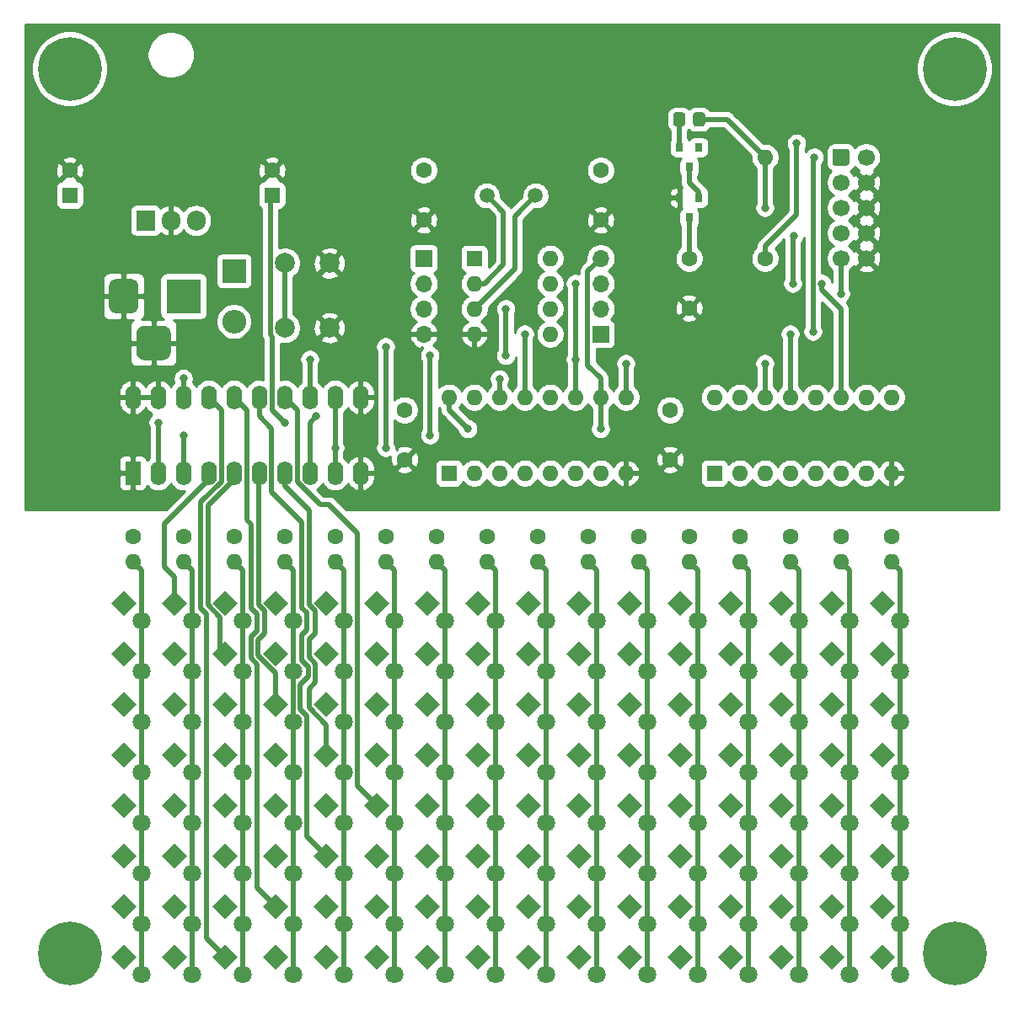
<source format=gbl>
G04 #@! TF.GenerationSoftware,KiCad,Pcbnew,(5.1.9)-1*
G04 #@! TF.CreationDate,2021-04-11T14:42:06+02:00*
G04 #@! TF.ProjectId,at90s2323,61743930-7332-4333-9233-2e6b69636164,V1.0*
G04 #@! TF.SameCoordinates,Original*
G04 #@! TF.FileFunction,Copper,L2,Bot*
G04 #@! TF.FilePolarity,Positive*
%FSLAX46Y46*%
G04 Gerber Fmt 4.6, Leading zero omitted, Abs format (unit mm)*
G04 Created by KiCad (PCBNEW (5.1.9)-1) date 2021-04-11 14:42:06*
%MOMM*%
%LPD*%
G01*
G04 APERTURE LIST*
G04 #@! TA.AperFunction,SMDPad,CuDef*
%ADD10R,0.800000X0.900000*%
G04 #@! TD*
G04 #@! TA.AperFunction,ComponentPad*
%ADD11C,1.800000*%
G04 #@! TD*
G04 #@! TA.AperFunction,ComponentPad*
%ADD12C,0.100000*%
G04 #@! TD*
G04 #@! TA.AperFunction,ComponentPad*
%ADD13O,1.600000X1.600000*%
G04 #@! TD*
G04 #@! TA.AperFunction,ComponentPad*
%ADD14C,1.600000*%
G04 #@! TD*
G04 #@! TA.AperFunction,ComponentPad*
%ADD15O,2.400000X2.400000*%
G04 #@! TD*
G04 #@! TA.AperFunction,ComponentPad*
%ADD16R,2.400000X2.400000*%
G04 #@! TD*
G04 #@! TA.AperFunction,ComponentPad*
%ADD17O,1.600000X2.400000*%
G04 #@! TD*
G04 #@! TA.AperFunction,ComponentPad*
%ADD18R,1.600000X2.400000*%
G04 #@! TD*
G04 #@! TA.AperFunction,ComponentPad*
%ADD19R,1.600000X1.600000*%
G04 #@! TD*
G04 #@! TA.AperFunction,ComponentPad*
%ADD20O,1.700000X1.700000*%
G04 #@! TD*
G04 #@! TA.AperFunction,ComponentPad*
%ADD21R,1.700000X1.700000*%
G04 #@! TD*
G04 #@! TA.AperFunction,ComponentPad*
%ADD22C,2.000000*%
G04 #@! TD*
G04 #@! TA.AperFunction,ComponentPad*
%ADD23C,0.800000*%
G04 #@! TD*
G04 #@! TA.AperFunction,ComponentPad*
%ADD24C,6.400000*%
G04 #@! TD*
G04 #@! TA.AperFunction,ComponentPad*
%ADD25C,1.500000*%
G04 #@! TD*
G04 #@! TA.AperFunction,ComponentPad*
%ADD26O,1.905000X2.000000*%
G04 #@! TD*
G04 #@! TA.AperFunction,ComponentPad*
%ADD27R,1.905000X2.000000*%
G04 #@! TD*
G04 #@! TA.AperFunction,ComponentPad*
%ADD28R,3.500000X3.500000*%
G04 #@! TD*
G04 #@! TA.AperFunction,ComponentPad*
%ADD29C,1.700000*%
G04 #@! TD*
G04 #@! TA.AperFunction,ViaPad*
%ADD30C,0.800000*%
G04 #@! TD*
G04 #@! TA.AperFunction,Conductor*
%ADD31C,0.500000*%
G04 #@! TD*
G04 #@! TA.AperFunction,Conductor*
%ADD32C,0.254000*%
G04 #@! TD*
G04 #@! TA.AperFunction,Conductor*
%ADD33C,0.100000*%
G04 #@! TD*
G04 APERTURE END LIST*
D10*
X17780000Y29480000D03*
X18730000Y31480000D03*
X16830000Y31480000D03*
G04 #@! TA.AperFunction,SMDPad,CuDef*
G36*
G01*
X17380000Y39820001D02*
X17380000Y38919999D01*
G75*
G02*
X17130001Y38670000I-249999J0D01*
G01*
X16429999Y38670000D01*
G75*
G02*
X16180000Y38919999I0J249999D01*
G01*
X16180000Y39820001D01*
G75*
G02*
X16429999Y40070000I249999J0D01*
G01*
X17130001Y40070000D01*
G75*
G02*
X17380000Y39820001I0J-249999D01*
G01*
G37*
G04 #@! TD.AperFunction*
G04 #@! TA.AperFunction,SMDPad,CuDef*
G36*
G01*
X19380000Y39820001D02*
X19380000Y38919999D01*
G75*
G02*
X19130001Y38670000I-249999J0D01*
G01*
X18429999Y38670000D01*
G75*
G02*
X18180000Y38919999I0J249999D01*
G01*
X18180000Y39820001D01*
G75*
G02*
X18429999Y40070000I249999J0D01*
G01*
X19130001Y40070000D01*
G75*
G02*
X19380000Y39820001I0J-249999D01*
G01*
G37*
G04 #@! TD.AperFunction*
X17780000Y34560000D03*
X18730000Y36560000D03*
X16830000Y36560000D03*
D11*
X38998026Y-46618026D03*
G04 #@! TA.AperFunction,ComponentPad*
D12*
G36*
X35929182Y-44821974D02*
G01*
X37201974Y-43549182D01*
X38474766Y-44821974D01*
X37201974Y-46094766D01*
X35929182Y-44821974D01*
G37*
G04 #@! TD.AperFunction*
D11*
X33918026Y-46618026D03*
G04 #@! TA.AperFunction,ComponentPad*
D12*
G36*
X30849182Y-44821974D02*
G01*
X32121974Y-43549182D01*
X33394766Y-44821974D01*
X32121974Y-46094766D01*
X30849182Y-44821974D01*
G37*
G04 #@! TD.AperFunction*
D11*
X28838026Y-46618026D03*
G04 #@! TA.AperFunction,ComponentPad*
D12*
G36*
X25769182Y-44821974D02*
G01*
X27041974Y-43549182D01*
X28314766Y-44821974D01*
X27041974Y-46094766D01*
X25769182Y-44821974D01*
G37*
G04 #@! TD.AperFunction*
D11*
X23758026Y-46618026D03*
G04 #@! TA.AperFunction,ComponentPad*
D12*
G36*
X20689182Y-44821974D02*
G01*
X21961974Y-43549182D01*
X23234766Y-44821974D01*
X21961974Y-46094766D01*
X20689182Y-44821974D01*
G37*
G04 #@! TD.AperFunction*
D11*
X18678026Y-46618026D03*
G04 #@! TA.AperFunction,ComponentPad*
D12*
G36*
X15609182Y-44821974D02*
G01*
X16881974Y-43549182D01*
X18154766Y-44821974D01*
X16881974Y-46094766D01*
X15609182Y-44821974D01*
G37*
G04 #@! TD.AperFunction*
D11*
X13598026Y-46618026D03*
G04 #@! TA.AperFunction,ComponentPad*
D12*
G36*
X10529182Y-44821974D02*
G01*
X11801974Y-43549182D01*
X13074766Y-44821974D01*
X11801974Y-46094766D01*
X10529182Y-44821974D01*
G37*
G04 #@! TD.AperFunction*
D11*
X8518026Y-46618026D03*
G04 #@! TA.AperFunction,ComponentPad*
D12*
G36*
X5449182Y-44821974D02*
G01*
X6721974Y-43549182D01*
X7994766Y-44821974D01*
X6721974Y-46094766D01*
X5449182Y-44821974D01*
G37*
G04 #@! TD.AperFunction*
D11*
X3438026Y-46618026D03*
G04 #@! TA.AperFunction,ComponentPad*
D12*
G36*
X369182Y-44821974D02*
G01*
X1641974Y-43549182D01*
X2914766Y-44821974D01*
X1641974Y-46094766D01*
X369182Y-44821974D01*
G37*
G04 #@! TD.AperFunction*
D11*
X-1641974Y-46618026D03*
G04 #@! TA.AperFunction,ComponentPad*
D12*
G36*
X-4710818Y-44821974D02*
G01*
X-3438026Y-43549182D01*
X-2165234Y-44821974D01*
X-3438026Y-46094766D01*
X-4710818Y-44821974D01*
G37*
G04 #@! TD.AperFunction*
D11*
X-6721974Y-46618026D03*
G04 #@! TA.AperFunction,ComponentPad*
D12*
G36*
X-9790818Y-44821974D02*
G01*
X-8518026Y-43549182D01*
X-7245234Y-44821974D01*
X-8518026Y-46094766D01*
X-9790818Y-44821974D01*
G37*
G04 #@! TD.AperFunction*
D11*
X-11801974Y-46618026D03*
G04 #@! TA.AperFunction,ComponentPad*
D12*
G36*
X-14870818Y-44821974D02*
G01*
X-13598026Y-43549182D01*
X-12325234Y-44821974D01*
X-13598026Y-46094766D01*
X-14870818Y-44821974D01*
G37*
G04 #@! TD.AperFunction*
D11*
X-16881974Y-46618026D03*
G04 #@! TA.AperFunction,ComponentPad*
D12*
G36*
X-19950818Y-44821974D02*
G01*
X-18678026Y-43549182D01*
X-17405234Y-44821974D01*
X-18678026Y-46094766D01*
X-19950818Y-44821974D01*
G37*
G04 #@! TD.AperFunction*
D11*
X-21961974Y-46618026D03*
G04 #@! TA.AperFunction,ComponentPad*
D12*
G36*
X-25030818Y-44821974D02*
G01*
X-23758026Y-43549182D01*
X-22485234Y-44821974D01*
X-23758026Y-46094766D01*
X-25030818Y-44821974D01*
G37*
G04 #@! TD.AperFunction*
D11*
X-27041974Y-46618026D03*
G04 #@! TA.AperFunction,ComponentPad*
D12*
G36*
X-30110818Y-44821974D02*
G01*
X-28838026Y-43549182D01*
X-27565234Y-44821974D01*
X-28838026Y-46094766D01*
X-30110818Y-44821974D01*
G37*
G04 #@! TD.AperFunction*
D11*
X-32121974Y-46618026D03*
G04 #@! TA.AperFunction,ComponentPad*
D12*
G36*
X-35190818Y-44821974D02*
G01*
X-33918026Y-43549182D01*
X-32645234Y-44821974D01*
X-33918026Y-46094766D01*
X-35190818Y-44821974D01*
G37*
G04 #@! TD.AperFunction*
D11*
X-37201974Y-46618026D03*
G04 #@! TA.AperFunction,ComponentPad*
D12*
G36*
X-40270818Y-44821974D02*
G01*
X-38998026Y-43549182D01*
X-37725234Y-44821974D01*
X-38998026Y-46094766D01*
X-40270818Y-44821974D01*
G37*
G04 #@! TD.AperFunction*
D11*
X38998026Y-41538026D03*
G04 #@! TA.AperFunction,ComponentPad*
D12*
G36*
X35929182Y-39741974D02*
G01*
X37201974Y-38469182D01*
X38474766Y-39741974D01*
X37201974Y-41014766D01*
X35929182Y-39741974D01*
G37*
G04 #@! TD.AperFunction*
D11*
X33918026Y-41538026D03*
G04 #@! TA.AperFunction,ComponentPad*
D12*
G36*
X30849182Y-39741974D02*
G01*
X32121974Y-38469182D01*
X33394766Y-39741974D01*
X32121974Y-41014766D01*
X30849182Y-39741974D01*
G37*
G04 #@! TD.AperFunction*
D11*
X28838026Y-41538026D03*
G04 #@! TA.AperFunction,ComponentPad*
D12*
G36*
X25769182Y-39741974D02*
G01*
X27041974Y-38469182D01*
X28314766Y-39741974D01*
X27041974Y-41014766D01*
X25769182Y-39741974D01*
G37*
G04 #@! TD.AperFunction*
D11*
X23758026Y-41538026D03*
G04 #@! TA.AperFunction,ComponentPad*
D12*
G36*
X20689182Y-39741974D02*
G01*
X21961974Y-38469182D01*
X23234766Y-39741974D01*
X21961974Y-41014766D01*
X20689182Y-39741974D01*
G37*
G04 #@! TD.AperFunction*
D11*
X18678026Y-41538026D03*
G04 #@! TA.AperFunction,ComponentPad*
D12*
G36*
X15609182Y-39741974D02*
G01*
X16881974Y-38469182D01*
X18154766Y-39741974D01*
X16881974Y-41014766D01*
X15609182Y-39741974D01*
G37*
G04 #@! TD.AperFunction*
D11*
X13598026Y-41538026D03*
G04 #@! TA.AperFunction,ComponentPad*
D12*
G36*
X10529182Y-39741974D02*
G01*
X11801974Y-38469182D01*
X13074766Y-39741974D01*
X11801974Y-41014766D01*
X10529182Y-39741974D01*
G37*
G04 #@! TD.AperFunction*
D11*
X8518026Y-41538026D03*
G04 #@! TA.AperFunction,ComponentPad*
D12*
G36*
X5449182Y-39741974D02*
G01*
X6721974Y-38469182D01*
X7994766Y-39741974D01*
X6721974Y-41014766D01*
X5449182Y-39741974D01*
G37*
G04 #@! TD.AperFunction*
D11*
X3438026Y-41538026D03*
G04 #@! TA.AperFunction,ComponentPad*
D12*
G36*
X369182Y-39741974D02*
G01*
X1641974Y-38469182D01*
X2914766Y-39741974D01*
X1641974Y-41014766D01*
X369182Y-39741974D01*
G37*
G04 #@! TD.AperFunction*
D11*
X-1641974Y-41538026D03*
G04 #@! TA.AperFunction,ComponentPad*
D12*
G36*
X-4710818Y-39741974D02*
G01*
X-3438026Y-38469182D01*
X-2165234Y-39741974D01*
X-3438026Y-41014766D01*
X-4710818Y-39741974D01*
G37*
G04 #@! TD.AperFunction*
D11*
X-6721974Y-41538026D03*
G04 #@! TA.AperFunction,ComponentPad*
D12*
G36*
X-9790818Y-39741974D02*
G01*
X-8518026Y-38469182D01*
X-7245234Y-39741974D01*
X-8518026Y-41014766D01*
X-9790818Y-39741974D01*
G37*
G04 #@! TD.AperFunction*
D11*
X-11801974Y-41538026D03*
G04 #@! TA.AperFunction,ComponentPad*
D12*
G36*
X-14870818Y-39741974D02*
G01*
X-13598026Y-38469182D01*
X-12325234Y-39741974D01*
X-13598026Y-41014766D01*
X-14870818Y-39741974D01*
G37*
G04 #@! TD.AperFunction*
D11*
X-16881974Y-41538026D03*
G04 #@! TA.AperFunction,ComponentPad*
D12*
G36*
X-19950818Y-39741974D02*
G01*
X-18678026Y-38469182D01*
X-17405234Y-39741974D01*
X-18678026Y-41014766D01*
X-19950818Y-39741974D01*
G37*
G04 #@! TD.AperFunction*
D11*
X-21961974Y-41538026D03*
G04 #@! TA.AperFunction,ComponentPad*
D12*
G36*
X-25030818Y-39741974D02*
G01*
X-23758026Y-38469182D01*
X-22485234Y-39741974D01*
X-23758026Y-41014766D01*
X-25030818Y-39741974D01*
G37*
G04 #@! TD.AperFunction*
D11*
X-27041974Y-41538026D03*
G04 #@! TA.AperFunction,ComponentPad*
D12*
G36*
X-30110818Y-39741974D02*
G01*
X-28838026Y-38469182D01*
X-27565234Y-39741974D01*
X-28838026Y-41014766D01*
X-30110818Y-39741974D01*
G37*
G04 #@! TD.AperFunction*
D11*
X-32121974Y-41538026D03*
G04 #@! TA.AperFunction,ComponentPad*
D12*
G36*
X-35190818Y-39741974D02*
G01*
X-33918026Y-38469182D01*
X-32645234Y-39741974D01*
X-33918026Y-41014766D01*
X-35190818Y-39741974D01*
G37*
G04 #@! TD.AperFunction*
D11*
X-37201974Y-41538026D03*
G04 #@! TA.AperFunction,ComponentPad*
D12*
G36*
X-40270818Y-39741974D02*
G01*
X-38998026Y-38469182D01*
X-37725234Y-39741974D01*
X-38998026Y-41014766D01*
X-40270818Y-39741974D01*
G37*
G04 #@! TD.AperFunction*
D11*
X38998026Y-36458026D03*
G04 #@! TA.AperFunction,ComponentPad*
D12*
G36*
X35929182Y-34661974D02*
G01*
X37201974Y-33389182D01*
X38474766Y-34661974D01*
X37201974Y-35934766D01*
X35929182Y-34661974D01*
G37*
G04 #@! TD.AperFunction*
D11*
X33918026Y-36458026D03*
G04 #@! TA.AperFunction,ComponentPad*
D12*
G36*
X30849182Y-34661974D02*
G01*
X32121974Y-33389182D01*
X33394766Y-34661974D01*
X32121974Y-35934766D01*
X30849182Y-34661974D01*
G37*
G04 #@! TD.AperFunction*
D11*
X28838026Y-36458026D03*
G04 #@! TA.AperFunction,ComponentPad*
D12*
G36*
X25769182Y-34661974D02*
G01*
X27041974Y-33389182D01*
X28314766Y-34661974D01*
X27041974Y-35934766D01*
X25769182Y-34661974D01*
G37*
G04 #@! TD.AperFunction*
D11*
X23758026Y-36458026D03*
G04 #@! TA.AperFunction,ComponentPad*
D12*
G36*
X20689182Y-34661974D02*
G01*
X21961974Y-33389182D01*
X23234766Y-34661974D01*
X21961974Y-35934766D01*
X20689182Y-34661974D01*
G37*
G04 #@! TD.AperFunction*
D11*
X18678026Y-36458026D03*
G04 #@! TA.AperFunction,ComponentPad*
D12*
G36*
X15609182Y-34661974D02*
G01*
X16881974Y-33389182D01*
X18154766Y-34661974D01*
X16881974Y-35934766D01*
X15609182Y-34661974D01*
G37*
G04 #@! TD.AperFunction*
D11*
X13598026Y-36458026D03*
G04 #@! TA.AperFunction,ComponentPad*
D12*
G36*
X10529182Y-34661974D02*
G01*
X11801974Y-33389182D01*
X13074766Y-34661974D01*
X11801974Y-35934766D01*
X10529182Y-34661974D01*
G37*
G04 #@! TD.AperFunction*
D11*
X8518026Y-36458026D03*
G04 #@! TA.AperFunction,ComponentPad*
D12*
G36*
X5449182Y-34661974D02*
G01*
X6721974Y-33389182D01*
X7994766Y-34661974D01*
X6721974Y-35934766D01*
X5449182Y-34661974D01*
G37*
G04 #@! TD.AperFunction*
D11*
X3438026Y-36458026D03*
G04 #@! TA.AperFunction,ComponentPad*
D12*
G36*
X369182Y-34661974D02*
G01*
X1641974Y-33389182D01*
X2914766Y-34661974D01*
X1641974Y-35934766D01*
X369182Y-34661974D01*
G37*
G04 #@! TD.AperFunction*
D11*
X-1641974Y-36458026D03*
G04 #@! TA.AperFunction,ComponentPad*
D12*
G36*
X-4710818Y-34661974D02*
G01*
X-3438026Y-33389182D01*
X-2165234Y-34661974D01*
X-3438026Y-35934766D01*
X-4710818Y-34661974D01*
G37*
G04 #@! TD.AperFunction*
D11*
X-6721974Y-36458026D03*
G04 #@! TA.AperFunction,ComponentPad*
D12*
G36*
X-9790818Y-34661974D02*
G01*
X-8518026Y-33389182D01*
X-7245234Y-34661974D01*
X-8518026Y-35934766D01*
X-9790818Y-34661974D01*
G37*
G04 #@! TD.AperFunction*
D11*
X-11801974Y-36458026D03*
G04 #@! TA.AperFunction,ComponentPad*
D12*
G36*
X-14870818Y-34661974D02*
G01*
X-13598026Y-33389182D01*
X-12325234Y-34661974D01*
X-13598026Y-35934766D01*
X-14870818Y-34661974D01*
G37*
G04 #@! TD.AperFunction*
D11*
X-16881974Y-36458026D03*
G04 #@! TA.AperFunction,ComponentPad*
D12*
G36*
X-19950818Y-34661974D02*
G01*
X-18678026Y-33389182D01*
X-17405234Y-34661974D01*
X-18678026Y-35934766D01*
X-19950818Y-34661974D01*
G37*
G04 #@! TD.AperFunction*
D11*
X-21961974Y-36458026D03*
G04 #@! TA.AperFunction,ComponentPad*
D12*
G36*
X-25030818Y-34661974D02*
G01*
X-23758026Y-33389182D01*
X-22485234Y-34661974D01*
X-23758026Y-35934766D01*
X-25030818Y-34661974D01*
G37*
G04 #@! TD.AperFunction*
D11*
X-27041974Y-36458026D03*
G04 #@! TA.AperFunction,ComponentPad*
D12*
G36*
X-30110818Y-34661974D02*
G01*
X-28838026Y-33389182D01*
X-27565234Y-34661974D01*
X-28838026Y-35934766D01*
X-30110818Y-34661974D01*
G37*
G04 #@! TD.AperFunction*
D11*
X-32121974Y-36458026D03*
G04 #@! TA.AperFunction,ComponentPad*
D12*
G36*
X-35190818Y-34661974D02*
G01*
X-33918026Y-33389182D01*
X-32645234Y-34661974D01*
X-33918026Y-35934766D01*
X-35190818Y-34661974D01*
G37*
G04 #@! TD.AperFunction*
D11*
X-37201974Y-36458026D03*
G04 #@! TA.AperFunction,ComponentPad*
D12*
G36*
X-40270818Y-34661974D02*
G01*
X-38998026Y-33389182D01*
X-37725234Y-34661974D01*
X-38998026Y-35934766D01*
X-40270818Y-34661974D01*
G37*
G04 #@! TD.AperFunction*
D11*
X38998026Y-31378026D03*
G04 #@! TA.AperFunction,ComponentPad*
D12*
G36*
X35929182Y-29581974D02*
G01*
X37201974Y-28309182D01*
X38474766Y-29581974D01*
X37201974Y-30854766D01*
X35929182Y-29581974D01*
G37*
G04 #@! TD.AperFunction*
D11*
X33918026Y-31378026D03*
G04 #@! TA.AperFunction,ComponentPad*
D12*
G36*
X30849182Y-29581974D02*
G01*
X32121974Y-28309182D01*
X33394766Y-29581974D01*
X32121974Y-30854766D01*
X30849182Y-29581974D01*
G37*
G04 #@! TD.AperFunction*
D11*
X28838026Y-31378026D03*
G04 #@! TA.AperFunction,ComponentPad*
D12*
G36*
X25769182Y-29581974D02*
G01*
X27041974Y-28309182D01*
X28314766Y-29581974D01*
X27041974Y-30854766D01*
X25769182Y-29581974D01*
G37*
G04 #@! TD.AperFunction*
D11*
X23758026Y-31378026D03*
G04 #@! TA.AperFunction,ComponentPad*
D12*
G36*
X20689182Y-29581974D02*
G01*
X21961974Y-28309182D01*
X23234766Y-29581974D01*
X21961974Y-30854766D01*
X20689182Y-29581974D01*
G37*
G04 #@! TD.AperFunction*
D11*
X18678026Y-31378026D03*
G04 #@! TA.AperFunction,ComponentPad*
D12*
G36*
X15609182Y-29581974D02*
G01*
X16881974Y-28309182D01*
X18154766Y-29581974D01*
X16881974Y-30854766D01*
X15609182Y-29581974D01*
G37*
G04 #@! TD.AperFunction*
D11*
X13598026Y-31378026D03*
G04 #@! TA.AperFunction,ComponentPad*
D12*
G36*
X10529182Y-29581974D02*
G01*
X11801974Y-28309182D01*
X13074766Y-29581974D01*
X11801974Y-30854766D01*
X10529182Y-29581974D01*
G37*
G04 #@! TD.AperFunction*
D11*
X8518026Y-31378026D03*
G04 #@! TA.AperFunction,ComponentPad*
D12*
G36*
X5449182Y-29581974D02*
G01*
X6721974Y-28309182D01*
X7994766Y-29581974D01*
X6721974Y-30854766D01*
X5449182Y-29581974D01*
G37*
G04 #@! TD.AperFunction*
D11*
X3438026Y-31378026D03*
G04 #@! TA.AperFunction,ComponentPad*
D12*
G36*
X369182Y-29581974D02*
G01*
X1641974Y-28309182D01*
X2914766Y-29581974D01*
X1641974Y-30854766D01*
X369182Y-29581974D01*
G37*
G04 #@! TD.AperFunction*
D11*
X-1641974Y-31378026D03*
G04 #@! TA.AperFunction,ComponentPad*
D12*
G36*
X-4710818Y-29581974D02*
G01*
X-3438026Y-28309182D01*
X-2165234Y-29581974D01*
X-3438026Y-30854766D01*
X-4710818Y-29581974D01*
G37*
G04 #@! TD.AperFunction*
D11*
X-6721974Y-31378026D03*
G04 #@! TA.AperFunction,ComponentPad*
D12*
G36*
X-9790818Y-29581974D02*
G01*
X-8518026Y-28309182D01*
X-7245234Y-29581974D01*
X-8518026Y-30854766D01*
X-9790818Y-29581974D01*
G37*
G04 #@! TD.AperFunction*
D11*
X-11801974Y-31378026D03*
G04 #@! TA.AperFunction,ComponentPad*
D12*
G36*
X-14870818Y-29581974D02*
G01*
X-13598026Y-28309182D01*
X-12325234Y-29581974D01*
X-13598026Y-30854766D01*
X-14870818Y-29581974D01*
G37*
G04 #@! TD.AperFunction*
D11*
X-16881974Y-31378026D03*
G04 #@! TA.AperFunction,ComponentPad*
D12*
G36*
X-19950818Y-29581974D02*
G01*
X-18678026Y-28309182D01*
X-17405234Y-29581974D01*
X-18678026Y-30854766D01*
X-19950818Y-29581974D01*
G37*
G04 #@! TD.AperFunction*
D11*
X-21961974Y-31378026D03*
G04 #@! TA.AperFunction,ComponentPad*
D12*
G36*
X-25030818Y-29581974D02*
G01*
X-23758026Y-28309182D01*
X-22485234Y-29581974D01*
X-23758026Y-30854766D01*
X-25030818Y-29581974D01*
G37*
G04 #@! TD.AperFunction*
D11*
X-27041974Y-31378026D03*
G04 #@! TA.AperFunction,ComponentPad*
D12*
G36*
X-30110818Y-29581974D02*
G01*
X-28838026Y-28309182D01*
X-27565234Y-29581974D01*
X-28838026Y-30854766D01*
X-30110818Y-29581974D01*
G37*
G04 #@! TD.AperFunction*
D11*
X-32121974Y-31378026D03*
G04 #@! TA.AperFunction,ComponentPad*
D12*
G36*
X-35190818Y-29581974D02*
G01*
X-33918026Y-28309182D01*
X-32645234Y-29581974D01*
X-33918026Y-30854766D01*
X-35190818Y-29581974D01*
G37*
G04 #@! TD.AperFunction*
D11*
X-37201974Y-31378026D03*
G04 #@! TA.AperFunction,ComponentPad*
D12*
G36*
X-40270818Y-29581974D02*
G01*
X-38998026Y-28309182D01*
X-37725234Y-29581974D01*
X-38998026Y-30854766D01*
X-40270818Y-29581974D01*
G37*
G04 #@! TD.AperFunction*
D11*
X38998026Y-26298026D03*
G04 #@! TA.AperFunction,ComponentPad*
D12*
G36*
X35929182Y-24501974D02*
G01*
X37201974Y-23229182D01*
X38474766Y-24501974D01*
X37201974Y-25774766D01*
X35929182Y-24501974D01*
G37*
G04 #@! TD.AperFunction*
D11*
X33918026Y-26298026D03*
G04 #@! TA.AperFunction,ComponentPad*
D12*
G36*
X30849182Y-24501974D02*
G01*
X32121974Y-23229182D01*
X33394766Y-24501974D01*
X32121974Y-25774766D01*
X30849182Y-24501974D01*
G37*
G04 #@! TD.AperFunction*
D11*
X28838026Y-26298026D03*
G04 #@! TA.AperFunction,ComponentPad*
D12*
G36*
X25769182Y-24501974D02*
G01*
X27041974Y-23229182D01*
X28314766Y-24501974D01*
X27041974Y-25774766D01*
X25769182Y-24501974D01*
G37*
G04 #@! TD.AperFunction*
D11*
X23758026Y-26298026D03*
G04 #@! TA.AperFunction,ComponentPad*
D12*
G36*
X20689182Y-24501974D02*
G01*
X21961974Y-23229182D01*
X23234766Y-24501974D01*
X21961974Y-25774766D01*
X20689182Y-24501974D01*
G37*
G04 #@! TD.AperFunction*
D11*
X18678026Y-26298026D03*
G04 #@! TA.AperFunction,ComponentPad*
D12*
G36*
X15609182Y-24501974D02*
G01*
X16881974Y-23229182D01*
X18154766Y-24501974D01*
X16881974Y-25774766D01*
X15609182Y-24501974D01*
G37*
G04 #@! TD.AperFunction*
D11*
X13598026Y-26298026D03*
G04 #@! TA.AperFunction,ComponentPad*
D12*
G36*
X10529182Y-24501974D02*
G01*
X11801974Y-23229182D01*
X13074766Y-24501974D01*
X11801974Y-25774766D01*
X10529182Y-24501974D01*
G37*
G04 #@! TD.AperFunction*
D11*
X8518026Y-26298026D03*
G04 #@! TA.AperFunction,ComponentPad*
D12*
G36*
X5449182Y-24501974D02*
G01*
X6721974Y-23229182D01*
X7994766Y-24501974D01*
X6721974Y-25774766D01*
X5449182Y-24501974D01*
G37*
G04 #@! TD.AperFunction*
D11*
X3438026Y-26298026D03*
G04 #@! TA.AperFunction,ComponentPad*
D12*
G36*
X369182Y-24501974D02*
G01*
X1641974Y-23229182D01*
X2914766Y-24501974D01*
X1641974Y-25774766D01*
X369182Y-24501974D01*
G37*
G04 #@! TD.AperFunction*
D11*
X-1641974Y-26298026D03*
G04 #@! TA.AperFunction,ComponentPad*
D12*
G36*
X-4710818Y-24501974D02*
G01*
X-3438026Y-23229182D01*
X-2165234Y-24501974D01*
X-3438026Y-25774766D01*
X-4710818Y-24501974D01*
G37*
G04 #@! TD.AperFunction*
D11*
X-6721974Y-26298026D03*
G04 #@! TA.AperFunction,ComponentPad*
D12*
G36*
X-9790818Y-24501974D02*
G01*
X-8518026Y-23229182D01*
X-7245234Y-24501974D01*
X-8518026Y-25774766D01*
X-9790818Y-24501974D01*
G37*
G04 #@! TD.AperFunction*
D11*
X-11801974Y-26298026D03*
G04 #@! TA.AperFunction,ComponentPad*
D12*
G36*
X-14870818Y-24501974D02*
G01*
X-13598026Y-23229182D01*
X-12325234Y-24501974D01*
X-13598026Y-25774766D01*
X-14870818Y-24501974D01*
G37*
G04 #@! TD.AperFunction*
D11*
X-16881974Y-26298026D03*
G04 #@! TA.AperFunction,ComponentPad*
D12*
G36*
X-19950818Y-24501974D02*
G01*
X-18678026Y-23229182D01*
X-17405234Y-24501974D01*
X-18678026Y-25774766D01*
X-19950818Y-24501974D01*
G37*
G04 #@! TD.AperFunction*
D11*
X-21961974Y-26298026D03*
G04 #@! TA.AperFunction,ComponentPad*
D12*
G36*
X-25030818Y-24501974D02*
G01*
X-23758026Y-23229182D01*
X-22485234Y-24501974D01*
X-23758026Y-25774766D01*
X-25030818Y-24501974D01*
G37*
G04 #@! TD.AperFunction*
D11*
X-27041974Y-26298026D03*
G04 #@! TA.AperFunction,ComponentPad*
D12*
G36*
X-30110818Y-24501974D02*
G01*
X-28838026Y-23229182D01*
X-27565234Y-24501974D01*
X-28838026Y-25774766D01*
X-30110818Y-24501974D01*
G37*
G04 #@! TD.AperFunction*
D11*
X-32121974Y-26298026D03*
G04 #@! TA.AperFunction,ComponentPad*
D12*
G36*
X-35190818Y-24501974D02*
G01*
X-33918026Y-23229182D01*
X-32645234Y-24501974D01*
X-33918026Y-25774766D01*
X-35190818Y-24501974D01*
G37*
G04 #@! TD.AperFunction*
D11*
X-37201974Y-26298026D03*
G04 #@! TA.AperFunction,ComponentPad*
D12*
G36*
X-40270818Y-24501974D02*
G01*
X-38998026Y-23229182D01*
X-37725234Y-24501974D01*
X-38998026Y-25774766D01*
X-40270818Y-24501974D01*
G37*
G04 #@! TD.AperFunction*
D11*
X38998026Y-21218026D03*
G04 #@! TA.AperFunction,ComponentPad*
D12*
G36*
X35929182Y-19421974D02*
G01*
X37201974Y-18149182D01*
X38474766Y-19421974D01*
X37201974Y-20694766D01*
X35929182Y-19421974D01*
G37*
G04 #@! TD.AperFunction*
D11*
X33918026Y-21218026D03*
G04 #@! TA.AperFunction,ComponentPad*
D12*
G36*
X30849182Y-19421974D02*
G01*
X32121974Y-18149182D01*
X33394766Y-19421974D01*
X32121974Y-20694766D01*
X30849182Y-19421974D01*
G37*
G04 #@! TD.AperFunction*
D11*
X28838026Y-21218026D03*
G04 #@! TA.AperFunction,ComponentPad*
D12*
G36*
X25769182Y-19421974D02*
G01*
X27041974Y-18149182D01*
X28314766Y-19421974D01*
X27041974Y-20694766D01*
X25769182Y-19421974D01*
G37*
G04 #@! TD.AperFunction*
D11*
X23758026Y-21218026D03*
G04 #@! TA.AperFunction,ComponentPad*
D12*
G36*
X20689182Y-19421974D02*
G01*
X21961974Y-18149182D01*
X23234766Y-19421974D01*
X21961974Y-20694766D01*
X20689182Y-19421974D01*
G37*
G04 #@! TD.AperFunction*
D11*
X18678026Y-21218026D03*
G04 #@! TA.AperFunction,ComponentPad*
D12*
G36*
X15609182Y-19421974D02*
G01*
X16881974Y-18149182D01*
X18154766Y-19421974D01*
X16881974Y-20694766D01*
X15609182Y-19421974D01*
G37*
G04 #@! TD.AperFunction*
D11*
X13598026Y-21218026D03*
G04 #@! TA.AperFunction,ComponentPad*
D12*
G36*
X10529182Y-19421974D02*
G01*
X11801974Y-18149182D01*
X13074766Y-19421974D01*
X11801974Y-20694766D01*
X10529182Y-19421974D01*
G37*
G04 #@! TD.AperFunction*
D11*
X8518026Y-21218026D03*
G04 #@! TA.AperFunction,ComponentPad*
D12*
G36*
X5449182Y-19421974D02*
G01*
X6721974Y-18149182D01*
X7994766Y-19421974D01*
X6721974Y-20694766D01*
X5449182Y-19421974D01*
G37*
G04 #@! TD.AperFunction*
D11*
X3438026Y-21218026D03*
G04 #@! TA.AperFunction,ComponentPad*
D12*
G36*
X369182Y-19421974D02*
G01*
X1641974Y-18149182D01*
X2914766Y-19421974D01*
X1641974Y-20694766D01*
X369182Y-19421974D01*
G37*
G04 #@! TD.AperFunction*
D11*
X-1641974Y-21218026D03*
G04 #@! TA.AperFunction,ComponentPad*
D12*
G36*
X-4710818Y-19421974D02*
G01*
X-3438026Y-18149182D01*
X-2165234Y-19421974D01*
X-3438026Y-20694766D01*
X-4710818Y-19421974D01*
G37*
G04 #@! TD.AperFunction*
D11*
X-6721974Y-21218026D03*
G04 #@! TA.AperFunction,ComponentPad*
D12*
G36*
X-9790818Y-19421974D02*
G01*
X-8518026Y-18149182D01*
X-7245234Y-19421974D01*
X-8518026Y-20694766D01*
X-9790818Y-19421974D01*
G37*
G04 #@! TD.AperFunction*
D11*
X-11801974Y-21218026D03*
G04 #@! TA.AperFunction,ComponentPad*
D12*
G36*
X-14870818Y-19421974D02*
G01*
X-13598026Y-18149182D01*
X-12325234Y-19421974D01*
X-13598026Y-20694766D01*
X-14870818Y-19421974D01*
G37*
G04 #@! TD.AperFunction*
D11*
X-16881974Y-21218026D03*
G04 #@! TA.AperFunction,ComponentPad*
D12*
G36*
X-19950818Y-19421974D02*
G01*
X-18678026Y-18149182D01*
X-17405234Y-19421974D01*
X-18678026Y-20694766D01*
X-19950818Y-19421974D01*
G37*
G04 #@! TD.AperFunction*
D11*
X-21961974Y-21218026D03*
G04 #@! TA.AperFunction,ComponentPad*
D12*
G36*
X-25030818Y-19421974D02*
G01*
X-23758026Y-18149182D01*
X-22485234Y-19421974D01*
X-23758026Y-20694766D01*
X-25030818Y-19421974D01*
G37*
G04 #@! TD.AperFunction*
D11*
X-27041974Y-21218026D03*
G04 #@! TA.AperFunction,ComponentPad*
D12*
G36*
X-30110818Y-19421974D02*
G01*
X-28838026Y-18149182D01*
X-27565234Y-19421974D01*
X-28838026Y-20694766D01*
X-30110818Y-19421974D01*
G37*
G04 #@! TD.AperFunction*
D11*
X-32121974Y-21218026D03*
G04 #@! TA.AperFunction,ComponentPad*
D12*
G36*
X-35190818Y-19421974D02*
G01*
X-33918026Y-18149182D01*
X-32645234Y-19421974D01*
X-33918026Y-20694766D01*
X-35190818Y-19421974D01*
G37*
G04 #@! TD.AperFunction*
D11*
X-37201974Y-21218026D03*
G04 #@! TA.AperFunction,ComponentPad*
D12*
G36*
X-40270818Y-19421974D02*
G01*
X-38998026Y-18149182D01*
X-37725234Y-19421974D01*
X-38998026Y-20694766D01*
X-40270818Y-19421974D01*
G37*
G04 #@! TD.AperFunction*
D11*
X38998026Y-16138026D03*
G04 #@! TA.AperFunction,ComponentPad*
D12*
G36*
X35929182Y-14341974D02*
G01*
X37201974Y-13069182D01*
X38474766Y-14341974D01*
X37201974Y-15614766D01*
X35929182Y-14341974D01*
G37*
G04 #@! TD.AperFunction*
D11*
X33918026Y-16138026D03*
G04 #@! TA.AperFunction,ComponentPad*
D12*
G36*
X30849182Y-14341974D02*
G01*
X32121974Y-13069182D01*
X33394766Y-14341974D01*
X32121974Y-15614766D01*
X30849182Y-14341974D01*
G37*
G04 #@! TD.AperFunction*
D11*
X28838026Y-16138026D03*
G04 #@! TA.AperFunction,ComponentPad*
D12*
G36*
X25769182Y-14341974D02*
G01*
X27041974Y-13069182D01*
X28314766Y-14341974D01*
X27041974Y-15614766D01*
X25769182Y-14341974D01*
G37*
G04 #@! TD.AperFunction*
D11*
X23758026Y-16138026D03*
G04 #@! TA.AperFunction,ComponentPad*
D12*
G36*
X20689182Y-14341974D02*
G01*
X21961974Y-13069182D01*
X23234766Y-14341974D01*
X21961974Y-15614766D01*
X20689182Y-14341974D01*
G37*
G04 #@! TD.AperFunction*
D11*
X18678026Y-16138026D03*
G04 #@! TA.AperFunction,ComponentPad*
D12*
G36*
X15609182Y-14341974D02*
G01*
X16881974Y-13069182D01*
X18154766Y-14341974D01*
X16881974Y-15614766D01*
X15609182Y-14341974D01*
G37*
G04 #@! TD.AperFunction*
D11*
X13598026Y-16138026D03*
G04 #@! TA.AperFunction,ComponentPad*
D12*
G36*
X10529182Y-14341974D02*
G01*
X11801974Y-13069182D01*
X13074766Y-14341974D01*
X11801974Y-15614766D01*
X10529182Y-14341974D01*
G37*
G04 #@! TD.AperFunction*
D11*
X8518026Y-16138026D03*
G04 #@! TA.AperFunction,ComponentPad*
D12*
G36*
X5449182Y-14341974D02*
G01*
X6721974Y-13069182D01*
X7994766Y-14341974D01*
X6721974Y-15614766D01*
X5449182Y-14341974D01*
G37*
G04 #@! TD.AperFunction*
D11*
X3438026Y-16138026D03*
G04 #@! TA.AperFunction,ComponentPad*
D12*
G36*
X369182Y-14341974D02*
G01*
X1641974Y-13069182D01*
X2914766Y-14341974D01*
X1641974Y-15614766D01*
X369182Y-14341974D01*
G37*
G04 #@! TD.AperFunction*
D11*
X-1641974Y-16138026D03*
G04 #@! TA.AperFunction,ComponentPad*
D12*
G36*
X-4710818Y-14341974D02*
G01*
X-3438026Y-13069182D01*
X-2165234Y-14341974D01*
X-3438026Y-15614766D01*
X-4710818Y-14341974D01*
G37*
G04 #@! TD.AperFunction*
D11*
X-6721974Y-16138026D03*
G04 #@! TA.AperFunction,ComponentPad*
D12*
G36*
X-9790818Y-14341974D02*
G01*
X-8518026Y-13069182D01*
X-7245234Y-14341974D01*
X-8518026Y-15614766D01*
X-9790818Y-14341974D01*
G37*
G04 #@! TD.AperFunction*
D11*
X-11801974Y-16138026D03*
G04 #@! TA.AperFunction,ComponentPad*
D12*
G36*
X-14870818Y-14341974D02*
G01*
X-13598026Y-13069182D01*
X-12325234Y-14341974D01*
X-13598026Y-15614766D01*
X-14870818Y-14341974D01*
G37*
G04 #@! TD.AperFunction*
D11*
X-16881974Y-16138026D03*
G04 #@! TA.AperFunction,ComponentPad*
D12*
G36*
X-19950818Y-14341974D02*
G01*
X-18678026Y-13069182D01*
X-17405234Y-14341974D01*
X-18678026Y-15614766D01*
X-19950818Y-14341974D01*
G37*
G04 #@! TD.AperFunction*
D11*
X-21961974Y-16138026D03*
G04 #@! TA.AperFunction,ComponentPad*
D12*
G36*
X-25030818Y-14341974D02*
G01*
X-23758026Y-13069182D01*
X-22485234Y-14341974D01*
X-23758026Y-15614766D01*
X-25030818Y-14341974D01*
G37*
G04 #@! TD.AperFunction*
D11*
X-27041974Y-16138026D03*
G04 #@! TA.AperFunction,ComponentPad*
D12*
G36*
X-30110818Y-14341974D02*
G01*
X-28838026Y-13069182D01*
X-27565234Y-14341974D01*
X-28838026Y-15614766D01*
X-30110818Y-14341974D01*
G37*
G04 #@! TD.AperFunction*
D11*
X-32121974Y-16138026D03*
G04 #@! TA.AperFunction,ComponentPad*
D12*
G36*
X-35190818Y-14341974D02*
G01*
X-33918026Y-13069182D01*
X-32645234Y-14341974D01*
X-33918026Y-15614766D01*
X-35190818Y-14341974D01*
G37*
G04 #@! TD.AperFunction*
D11*
X-37201974Y-16138026D03*
G04 #@! TA.AperFunction,ComponentPad*
D12*
G36*
X-40270818Y-14341974D02*
G01*
X-38998026Y-13069182D01*
X-37725234Y-14341974D01*
X-38998026Y-15614766D01*
X-40270818Y-14341974D01*
G37*
G04 #@! TD.AperFunction*
D11*
X38998026Y-11058026D03*
G04 #@! TA.AperFunction,ComponentPad*
D12*
G36*
X35929182Y-9261974D02*
G01*
X37201974Y-7989182D01*
X38474766Y-9261974D01*
X37201974Y-10534766D01*
X35929182Y-9261974D01*
G37*
G04 #@! TD.AperFunction*
D11*
X33918026Y-11058026D03*
G04 #@! TA.AperFunction,ComponentPad*
D12*
G36*
X30849182Y-9261974D02*
G01*
X32121974Y-7989182D01*
X33394766Y-9261974D01*
X32121974Y-10534766D01*
X30849182Y-9261974D01*
G37*
G04 #@! TD.AperFunction*
D11*
X28838026Y-11058026D03*
G04 #@! TA.AperFunction,ComponentPad*
D12*
G36*
X25769182Y-9261974D02*
G01*
X27041974Y-7989182D01*
X28314766Y-9261974D01*
X27041974Y-10534766D01*
X25769182Y-9261974D01*
G37*
G04 #@! TD.AperFunction*
D11*
X23758026Y-11058026D03*
G04 #@! TA.AperFunction,ComponentPad*
D12*
G36*
X20689182Y-9261974D02*
G01*
X21961974Y-7989182D01*
X23234766Y-9261974D01*
X21961974Y-10534766D01*
X20689182Y-9261974D01*
G37*
G04 #@! TD.AperFunction*
D11*
X18678026Y-11058026D03*
G04 #@! TA.AperFunction,ComponentPad*
D12*
G36*
X15609182Y-9261974D02*
G01*
X16881974Y-7989182D01*
X18154766Y-9261974D01*
X16881974Y-10534766D01*
X15609182Y-9261974D01*
G37*
G04 #@! TD.AperFunction*
D11*
X13598026Y-11058026D03*
G04 #@! TA.AperFunction,ComponentPad*
D12*
G36*
X10529182Y-9261974D02*
G01*
X11801974Y-7989182D01*
X13074766Y-9261974D01*
X11801974Y-10534766D01*
X10529182Y-9261974D01*
G37*
G04 #@! TD.AperFunction*
D11*
X8518026Y-11058026D03*
G04 #@! TA.AperFunction,ComponentPad*
D12*
G36*
X5449182Y-9261974D02*
G01*
X6721974Y-7989182D01*
X7994766Y-9261974D01*
X6721974Y-10534766D01*
X5449182Y-9261974D01*
G37*
G04 #@! TD.AperFunction*
D11*
X3438026Y-11058026D03*
G04 #@! TA.AperFunction,ComponentPad*
D12*
G36*
X369182Y-9261974D02*
G01*
X1641974Y-7989182D01*
X2914766Y-9261974D01*
X1641974Y-10534766D01*
X369182Y-9261974D01*
G37*
G04 #@! TD.AperFunction*
D11*
X-1641974Y-11058026D03*
G04 #@! TA.AperFunction,ComponentPad*
D12*
G36*
X-4710818Y-9261974D02*
G01*
X-3438026Y-7989182D01*
X-2165234Y-9261974D01*
X-3438026Y-10534766D01*
X-4710818Y-9261974D01*
G37*
G04 #@! TD.AperFunction*
D11*
X-6721974Y-11058026D03*
G04 #@! TA.AperFunction,ComponentPad*
D12*
G36*
X-9790818Y-9261974D02*
G01*
X-8518026Y-7989182D01*
X-7245234Y-9261974D01*
X-8518026Y-10534766D01*
X-9790818Y-9261974D01*
G37*
G04 #@! TD.AperFunction*
D11*
X-11801974Y-11058026D03*
G04 #@! TA.AperFunction,ComponentPad*
D12*
G36*
X-14870818Y-9261974D02*
G01*
X-13598026Y-7989182D01*
X-12325234Y-9261974D01*
X-13598026Y-10534766D01*
X-14870818Y-9261974D01*
G37*
G04 #@! TD.AperFunction*
D11*
X-16881974Y-11058026D03*
G04 #@! TA.AperFunction,ComponentPad*
D12*
G36*
X-19950818Y-9261974D02*
G01*
X-18678026Y-7989182D01*
X-17405234Y-9261974D01*
X-18678026Y-10534766D01*
X-19950818Y-9261974D01*
G37*
G04 #@! TD.AperFunction*
D11*
X-21961974Y-11058026D03*
G04 #@! TA.AperFunction,ComponentPad*
D12*
G36*
X-25030818Y-9261974D02*
G01*
X-23758026Y-7989182D01*
X-22485234Y-9261974D01*
X-23758026Y-10534766D01*
X-25030818Y-9261974D01*
G37*
G04 #@! TD.AperFunction*
D11*
X-27041974Y-11058026D03*
G04 #@! TA.AperFunction,ComponentPad*
D12*
G36*
X-30110818Y-9261974D02*
G01*
X-28838026Y-7989182D01*
X-27565234Y-9261974D01*
X-28838026Y-10534766D01*
X-30110818Y-9261974D01*
G37*
G04 #@! TD.AperFunction*
D11*
X-32121974Y-11058026D03*
G04 #@! TA.AperFunction,ComponentPad*
D12*
G36*
X-35190818Y-9261974D02*
G01*
X-33918026Y-7989182D01*
X-32645234Y-9261974D01*
X-33918026Y-10534766D01*
X-35190818Y-9261974D01*
G37*
G04 #@! TD.AperFunction*
D11*
X-37201974Y-11058026D03*
G04 #@! TA.AperFunction,ComponentPad*
D12*
G36*
X-40270818Y-9261974D02*
G01*
X-38998026Y-7989182D01*
X-37725234Y-9261974D01*
X-38998026Y-10534766D01*
X-40270818Y-9261974D01*
G37*
G04 #@! TD.AperFunction*
D13*
X38100000Y-5080000D03*
D14*
X38100000Y-2540000D03*
D13*
X33020000Y-5080000D03*
D14*
X33020000Y-2540000D03*
D13*
X27940000Y-5080000D03*
D14*
X27940000Y-2540000D03*
D13*
X22860000Y-5080000D03*
D14*
X22860000Y-2540000D03*
D13*
X17780000Y-5080000D03*
D14*
X17780000Y-2540000D03*
D13*
X12700000Y-5080000D03*
D14*
X12700000Y-2540000D03*
D13*
X7620000Y-5080000D03*
D14*
X7620000Y-2540000D03*
D13*
X2540000Y-5080000D03*
D14*
X2540000Y-2540000D03*
D13*
X-2540000Y-5080000D03*
D14*
X-2540000Y-2540000D03*
D13*
X-7620000Y-5080000D03*
D14*
X-7620000Y-2540000D03*
D13*
X-12700000Y-5080000D03*
D14*
X-12700000Y-2540000D03*
D13*
X-17780000Y-5080000D03*
D14*
X-17780000Y-2540000D03*
D13*
X-22860000Y-5080000D03*
D14*
X-22860000Y-2540000D03*
D13*
X-27940000Y-5080000D03*
D14*
X-27940000Y-2540000D03*
D13*
X-33020000Y-5080000D03*
D14*
X-33020000Y-2540000D03*
D13*
X-38100000Y-5080000D03*
D14*
X-38100000Y-2540000D03*
D15*
X-27940000Y19050000D03*
D16*
X-27940000Y24130000D03*
D14*
X-10795000Y5160000D03*
X-10795000Y10160000D03*
X15875000Y5160000D03*
X15875000Y10160000D03*
D17*
X-38100000Y11430000D03*
X-15240000Y3810000D03*
X-35560000Y11430000D03*
X-17780000Y3810000D03*
X-33020000Y11430000D03*
X-20320000Y3810000D03*
X-30480000Y11430000D03*
X-22860000Y3810000D03*
X-27940000Y11430000D03*
X-25400000Y3810000D03*
X-25400000Y11430000D03*
X-27940000Y3810000D03*
X-22860000Y11430000D03*
X-30480000Y3810000D03*
X-20320000Y11430000D03*
X-33020000Y3810000D03*
X-17780000Y11430000D03*
X-35560000Y3810000D03*
X-15240000Y11430000D03*
D18*
X-38100000Y3810000D03*
D13*
X20320000Y11430000D03*
X38100000Y3810000D03*
X22860000Y11430000D03*
X35560000Y3810000D03*
X25400000Y11430000D03*
X33020000Y3810000D03*
X27940000Y11430000D03*
X30480000Y3810000D03*
X30480000Y11430000D03*
X27940000Y3810000D03*
X33020000Y11430000D03*
X25400000Y3810000D03*
X35560000Y11430000D03*
X22860000Y3810000D03*
X38100000Y11430000D03*
D19*
X20320000Y3810000D03*
D13*
X-6350000Y11430000D03*
X11430000Y3810000D03*
X-3810000Y11430000D03*
X8890000Y3810000D03*
X-1270000Y11430000D03*
X6350000Y3810000D03*
X1270000Y11430000D03*
X3810000Y3810000D03*
X3810000Y11430000D03*
X1270000Y3810000D03*
X6350000Y11430000D03*
X-1270000Y3810000D03*
X8890000Y11430000D03*
X-3810000Y3810000D03*
X11430000Y11430000D03*
D19*
X-6350000Y3810000D03*
D13*
X25400000Y35560000D03*
D14*
X25400000Y25400000D03*
D13*
X3810000Y25400000D03*
X-3810000Y17780000D03*
X3810000Y22860000D03*
X-3810000Y20320000D03*
X3810000Y20320000D03*
X-3810000Y22860000D03*
X3810000Y17780000D03*
D19*
X-3810000Y25400000D03*
D20*
X8890000Y25400000D03*
X8890000Y22860000D03*
X8890000Y20320000D03*
D21*
X8890000Y17780000D03*
D20*
X-8890000Y17780000D03*
X-8890000Y20320000D03*
X-8890000Y22860000D03*
D21*
X-8890000Y25400000D03*
D22*
X-22860000Y24915000D03*
X-18360000Y24915000D03*
X-22860000Y18415000D03*
X-18360000Y18415000D03*
D23*
X-42752944Y-42752944D03*
X-44450000Y-42050000D03*
X-46147056Y-42752944D03*
X-46850000Y-44450000D03*
X-46147056Y-46147056D03*
X-44450000Y-46850000D03*
X-42752944Y-46147056D03*
X-42050000Y-44450000D03*
D24*
X-44450000Y-44450000D03*
D23*
X46147056Y-42752944D03*
X44450000Y-42050000D03*
X42752944Y-42752944D03*
X42050000Y-44450000D03*
X42752944Y-46147056D03*
X44450000Y-46850000D03*
X46147056Y-46147056D03*
X46850000Y-44450000D03*
D24*
X44450000Y-44450000D03*
D23*
X46147056Y46147056D03*
X44450000Y46850000D03*
X42752944Y46147056D03*
X42050000Y44450000D03*
X42752944Y42752944D03*
X44450000Y42050000D03*
X46147056Y42752944D03*
X46850000Y44450000D03*
D24*
X44450000Y44450000D03*
D23*
X-42752944Y46147056D03*
X-44450000Y46850000D03*
X-46147056Y46147056D03*
X-46850000Y44450000D03*
X-46147056Y42752944D03*
X-44450000Y42050000D03*
X-42752944Y42752944D03*
X-42050000Y44450000D03*
D24*
X-44450000Y44450000D03*
D14*
X-24130000Y34250000D03*
D19*
X-24130000Y31750000D03*
D14*
X-44450000Y34250000D03*
D19*
X-44450000Y31750000D03*
D25*
X2340000Y31710000D03*
X-2540000Y31710000D03*
D26*
X-31750000Y29210000D03*
X-34290000Y29210000D03*
D27*
X-36830000Y29210000D03*
G04 #@! TA.AperFunction,ComponentPad*
G36*
G01*
X-37770000Y16015000D02*
X-37770000Y17765000D01*
G75*
G02*
X-36895000Y18640000I875000J0D01*
G01*
X-35145000Y18640000D01*
G75*
G02*
X-34270000Y17765000I0J-875000D01*
G01*
X-34270000Y16015000D01*
G75*
G02*
X-35145000Y15140000I-875000J0D01*
G01*
X-36895000Y15140000D01*
G75*
G02*
X-37770000Y16015000I0J875000D01*
G01*
G37*
G04 #@! TD.AperFunction*
G04 #@! TA.AperFunction,ComponentPad*
G36*
G01*
X-40520000Y20590000D02*
X-40520000Y22590000D01*
G75*
G02*
X-39770000Y23340000I750000J0D01*
G01*
X-38270000Y23340000D01*
G75*
G02*
X-37520000Y22590000I0J-750000D01*
G01*
X-37520000Y20590000D01*
G75*
G02*
X-38270000Y19840000I-750000J0D01*
G01*
X-39770000Y19840000D01*
G75*
G02*
X-40520000Y20590000I0J750000D01*
G01*
G37*
G04 #@! TD.AperFunction*
D28*
X-33020000Y21590000D03*
D29*
X35560000Y25400000D03*
X35560000Y27940000D03*
X35560000Y30480000D03*
X35560000Y33020000D03*
X35560000Y35560000D03*
X33020000Y25400000D03*
X33020000Y27940000D03*
X33020000Y30480000D03*
X33020000Y33020000D03*
G04 #@! TA.AperFunction,ComponentPad*
G36*
G01*
X32170000Y34960000D02*
X32170000Y36160000D01*
G75*
G02*
X32420000Y36410000I250000J0D01*
G01*
X33620000Y36410000D01*
G75*
G02*
X33870000Y36160000I0J-250000D01*
G01*
X33870000Y34960000D01*
G75*
G02*
X33620000Y34710000I-250000J0D01*
G01*
X32420000Y34710000D01*
G75*
G02*
X32170000Y34960000I0J250000D01*
G01*
G37*
G04 #@! TD.AperFunction*
D14*
X17780000Y20400000D03*
X17780000Y25400000D03*
X8890000Y29250000D03*
X8890000Y34250000D03*
X-8890000Y29250000D03*
X-8890000Y34250000D03*
D30*
X-38100000Y41910000D03*
X-34290000Y41910000D03*
X-30480000Y41910000D03*
X-30480000Y39370000D03*
X-34290000Y39370000D03*
X-38100000Y39370000D03*
X-38100000Y36830000D03*
X-34290000Y36830000D03*
X-30480000Y36830000D03*
X-36195000Y40640000D03*
X-32385000Y40640000D03*
X-32385000Y38100000D03*
X-36195000Y38100000D03*
X-36195000Y35560000D03*
X-32385000Y35560000D03*
X25399993Y30480007D03*
X28194000Y22860000D03*
X28321000Y27686000D03*
X6350000Y22860000D03*
X31115000Y22860000D03*
X-20320000Y15240000D03*
X6350000Y15240000D03*
X33020000Y21844000D03*
X-33020000Y7620000D03*
X-8255000Y7620000D03*
X-635000Y20320000D03*
X-635000Y15629989D03*
X-8250549Y15629989D03*
X30226000Y18034000D03*
X30353000Y35560000D03*
X1270000Y17780000D03*
X27940000Y17780000D03*
X-17780000Y6350000D03*
X-12700000Y6350000D03*
X-12700000Y16510000D03*
X28575000Y36957000D03*
X-19685000Y9525000D03*
X-22860000Y8890000D03*
X-35560000Y8890000D03*
X-4445000Y8255000D03*
X8890000Y8255000D03*
X-33020000Y13335000D03*
X-1270000Y13279966D03*
X25400000Y14820010D03*
X11430000Y14820010D03*
D31*
X-37201974Y-11058026D02*
X-37201974Y-16138026D01*
X-37201974Y-16138026D02*
X-37201974Y-21218026D01*
X-37201974Y-21218026D02*
X-37201974Y-26298026D01*
X-37201974Y-26298026D02*
X-37201974Y-31378026D01*
X-37201974Y-31378026D02*
X-37201974Y-36458026D01*
X-37201974Y-36458026D02*
X-37201974Y-41538026D01*
X-37201974Y-41538026D02*
X-37201974Y-46618026D01*
X-37201974Y-5978026D02*
X-38100000Y-5080000D01*
X-37201974Y-11058026D02*
X-37201974Y-5978026D01*
X25400000Y30480014D02*
X25399993Y30480007D01*
X25400000Y35560000D02*
X25400000Y30480014D01*
X-22860000Y18415000D02*
X-22860000Y24915000D01*
X25400000Y35560000D02*
X21590000Y39370000D01*
X21590000Y39370000D02*
X18780000Y39370000D01*
X-889000Y30059000D02*
X-2540000Y31710000D01*
X-889000Y24765000D02*
X-889000Y30059000D01*
X-2794000Y22860000D02*
X-889000Y24765000D01*
X-3810000Y22860000D02*
X-2794000Y22860000D01*
X254000Y29624000D02*
X2340000Y31710000D01*
X254000Y24384000D02*
X254000Y29624000D01*
X-3810000Y20320000D02*
X254000Y24384000D01*
X28194000Y27559000D02*
X28321000Y27686000D01*
X28194000Y22860000D02*
X28194000Y27559000D01*
X6350000Y11430000D02*
X6350000Y22860000D01*
X33020000Y11430000D02*
X33020000Y20320000D01*
X33020000Y20320000D02*
X32385000Y20955000D01*
X31115000Y22225000D02*
X31115000Y22860000D01*
X32385000Y20955000D02*
X31115000Y22225000D01*
X-20320000Y11430000D02*
X-20320000Y15240000D01*
X33020000Y21844000D02*
X33020000Y25400000D01*
X-33020000Y3810000D02*
X-33020000Y7620000D01*
X-8255000Y7620000D02*
X-8255000Y15625538D01*
X-8255000Y15625538D02*
X-8250549Y15629989D01*
X-635000Y20320000D02*
X-635000Y15629989D01*
X30226000Y35433000D02*
X30353000Y35560000D01*
X30226000Y18034000D02*
X30226000Y35433000D01*
X1270000Y11430000D02*
X1270000Y17780000D01*
X27940000Y11430000D02*
X27940000Y17780000D01*
X-17780000Y3810000D02*
X-17780000Y6350000D01*
X-12700000Y6350000D02*
X-12700000Y16510000D01*
X-17780000Y6350000D02*
X-17780000Y11430000D01*
X8890000Y11430000D02*
X8890000Y13335000D01*
X7589999Y14635001D02*
X7589999Y24099999D01*
X8890000Y13335000D02*
X7589999Y14635001D01*
X7589999Y24099999D02*
X8890000Y25400000D01*
X-20320000Y8890000D02*
X-20320000Y3810000D01*
X-19685000Y9525000D02*
X-20320000Y8890000D01*
X-24130000Y10160000D02*
X-22860000Y8890000D01*
X-24130000Y17538998D02*
X-24130000Y10160000D01*
X-24310001Y17718999D02*
X-24130000Y17538998D01*
X-24310001Y31569999D02*
X-24310001Y17718999D01*
X-24130000Y31750000D02*
X-24310001Y31569999D01*
X-35560000Y8890000D02*
X-35560000Y3810000D01*
X-6350000Y10160000D02*
X-4445000Y8255000D01*
X-6350000Y11430000D02*
X-6350000Y10160000D01*
X8890000Y8255000D02*
X8890000Y11430000D01*
X17780000Y29480000D02*
X17780000Y25400000D01*
X28575000Y29813250D02*
X28575000Y36957000D01*
X25400000Y26638250D02*
X28575000Y29813250D01*
X25400000Y25400000D02*
X25400000Y26638250D01*
X-32121974Y-11058026D02*
X-32121974Y-16138026D01*
X-32121974Y-16138026D02*
X-32121974Y-21218026D01*
X-32121974Y-21218026D02*
X-32121974Y-26298026D01*
X-32121974Y-26298026D02*
X-32121974Y-31378026D01*
X-32121974Y-31378026D02*
X-32121974Y-36458026D01*
X-32121974Y-36458026D02*
X-32121974Y-41538026D01*
X-32121974Y-41538026D02*
X-32121974Y-46618026D01*
X-32121974Y-5978026D02*
X-33020000Y-5080000D01*
X-32121974Y-11058026D02*
X-32121974Y-5978026D01*
X-27041974Y-11058026D02*
X-27041974Y-16138026D01*
X-27041974Y-16138026D02*
X-27041974Y-21218026D01*
X-27041974Y-26298026D02*
X-27041974Y-21218026D01*
X-27041974Y-26298026D02*
X-27041974Y-31378026D01*
X-27041974Y-36458026D02*
X-27041974Y-31378026D01*
X-27041974Y-36458026D02*
X-27041974Y-41538026D01*
X-27041974Y-41538026D02*
X-27041974Y-46618026D01*
X-27041974Y-11058026D02*
X-27041974Y-5978026D01*
X-27041974Y-5978026D02*
X-27940000Y-5080000D01*
X-21961974Y-46618026D02*
X-21961974Y-41538026D01*
X-21961974Y-36458026D02*
X-21961974Y-41538026D01*
X-21961974Y-36458026D02*
X-21961974Y-31378026D01*
X-21961974Y-31378026D02*
X-21961974Y-26298026D01*
X-21961974Y-16138026D02*
X-21961974Y-11058026D01*
X-21961974Y-5978026D02*
X-22860000Y-5080000D01*
X-21961974Y-11058026D02*
X-21961974Y-5978026D01*
X-21961974Y-16138026D02*
X-21974022Y-16150074D01*
X-21974022Y-16150074D02*
X-21974022Y-21205978D01*
X-21974022Y-21205978D02*
X-21961974Y-21218026D01*
X-21974022Y-26285978D02*
X-21974022Y-21230074D01*
X-21961974Y-26298026D02*
X-21974022Y-26285978D01*
X-21974022Y-21230074D02*
X-21961974Y-21218026D01*
X-16881974Y-11058026D02*
X-16881974Y-16138026D01*
X-16881974Y-16138026D02*
X-16881974Y-21218026D01*
X-16881974Y-21218026D02*
X-16881974Y-26298026D01*
X-16881974Y-31378026D02*
X-16881974Y-26298026D01*
X-16881974Y-31378026D02*
X-16881974Y-36458026D01*
X-16881974Y-36458026D02*
X-16881974Y-41538026D01*
X-16881974Y-41538026D02*
X-16881974Y-46618026D01*
X-16881974Y-5978026D02*
X-17780000Y-5080000D01*
X-16881974Y-11058026D02*
X-16881974Y-5978026D01*
X-11801974Y-46618026D02*
X-11801974Y-41538026D01*
X-11801974Y-41538026D02*
X-11801974Y-36458026D01*
X-11801974Y-36458026D02*
X-11801974Y-31378026D01*
X-11801974Y-31378026D02*
X-11801974Y-26298026D01*
X-11801974Y-26298026D02*
X-11801974Y-21218026D01*
X-11801974Y-21218026D02*
X-11801974Y-16138026D01*
X-11801974Y-11058026D02*
X-11801974Y-16138026D01*
X-11801974Y-5978026D02*
X-12700000Y-5080000D01*
X-11801974Y-11058026D02*
X-11801974Y-5978026D01*
X-6721974Y-11058026D02*
X-6721974Y-16138026D01*
X-6721974Y-16138026D02*
X-6721974Y-21218026D01*
X-6721974Y-21218026D02*
X-6721974Y-26298026D01*
X-6721974Y-26298026D02*
X-6721974Y-31378026D01*
X-6721974Y-31378026D02*
X-6721974Y-36458026D01*
X-6721974Y-36458026D02*
X-6721974Y-41538026D01*
X-6721974Y-41538026D02*
X-6721974Y-46618026D01*
X-6721974Y-5978026D02*
X-7620000Y-5080000D01*
X-6721974Y-11058026D02*
X-6721974Y-5978026D01*
X-1641974Y-46618026D02*
X-1641974Y-41538026D01*
X-1641974Y-36458026D02*
X-1641974Y-41538026D01*
X-1641974Y-36458026D02*
X-1641974Y-31378026D01*
X-1641974Y-31378026D02*
X-1641974Y-26298026D01*
X-1641974Y-26298026D02*
X-1641974Y-21218026D01*
X-1641974Y-21218026D02*
X-1641974Y-16138026D01*
X-1641974Y-16138026D02*
X-1641974Y-11058026D01*
X-1641974Y-5978026D02*
X-2540000Y-5080000D01*
X-1641974Y-11058026D02*
X-1641974Y-5978026D01*
X3438026Y-11058026D02*
X3438026Y-16138026D01*
X3438026Y-16138026D02*
X3438026Y-21218026D01*
X3438026Y-21218026D02*
X3438026Y-26298026D01*
X3438026Y-26298026D02*
X3438026Y-31378026D01*
X3438026Y-31378026D02*
X3438026Y-36458026D01*
X3438026Y-36458026D02*
X3438026Y-41538026D01*
X3438026Y-41538026D02*
X3438026Y-46618026D01*
X3438026Y-5978026D02*
X2540000Y-5080000D01*
X3438026Y-11058026D02*
X3438026Y-5978026D01*
X8518026Y-46618026D02*
X8518026Y-41538026D01*
X8518026Y-41538026D02*
X8518026Y-36458026D01*
X8518026Y-36458026D02*
X8518026Y-31378026D01*
X8518026Y-31378026D02*
X8518026Y-26298026D01*
X8518026Y-26298026D02*
X8518026Y-21218026D01*
X8518026Y-21218026D02*
X8518026Y-16138026D01*
X8518026Y-16138026D02*
X8518026Y-12328026D01*
X8518026Y-12328026D02*
X8518026Y-11058026D01*
X8518026Y-5978026D02*
X7620000Y-5080000D01*
X8518026Y-11058026D02*
X8518026Y-5978026D01*
X13598026Y-11058026D02*
X13598026Y-16138026D01*
X13598026Y-16138026D02*
X13598026Y-21218026D01*
X13598026Y-21218026D02*
X13598026Y-26298026D01*
X13598026Y-26298026D02*
X13598026Y-31378026D01*
X13598026Y-31378026D02*
X13598026Y-36458026D01*
X13598026Y-36458026D02*
X13598026Y-41538026D01*
X13598026Y-41538026D02*
X13598026Y-46618026D01*
X13598026Y-5978026D02*
X12700000Y-5080000D01*
X13598026Y-11058026D02*
X13598026Y-5978026D01*
X18678026Y-46618026D02*
X18678026Y-41538026D01*
X18678026Y-41538026D02*
X18678026Y-36458026D01*
X18678026Y-36458026D02*
X18678026Y-31378026D01*
X18678026Y-31378026D02*
X18678026Y-26298026D01*
X18678026Y-26298026D02*
X18678026Y-21218026D01*
X18678026Y-21218026D02*
X18678026Y-16138026D01*
X18678026Y-16138026D02*
X18678026Y-11058026D01*
X18678026Y-5978026D02*
X17780000Y-5080000D01*
X18678026Y-11058026D02*
X18678026Y-5978026D01*
X23758026Y-11058026D02*
X23758026Y-16138026D01*
X23758026Y-16138026D02*
X23758026Y-21218026D01*
X23758026Y-21218026D02*
X23758026Y-26298026D01*
X23758026Y-26298026D02*
X23758026Y-31378026D01*
X23758026Y-36458026D02*
X23758026Y-31378026D01*
X23758026Y-36458026D02*
X23758026Y-41538026D01*
X23758026Y-41538026D02*
X23758026Y-46618026D01*
X23758026Y-5978026D02*
X22860000Y-5080000D01*
X23758026Y-11058026D02*
X23758026Y-5978026D01*
X28838026Y-46618026D02*
X28838026Y-41538026D01*
X28838026Y-41538026D02*
X28838026Y-36458026D01*
X28838026Y-36458026D02*
X28838026Y-31378026D01*
X28838026Y-31378026D02*
X28838026Y-27568026D01*
X28838026Y-27568026D02*
X28838026Y-26298026D01*
X28838026Y-26298026D02*
X28838026Y-21218026D01*
X28838026Y-21218026D02*
X28838026Y-16138026D01*
X28838026Y-11058026D02*
X28838026Y-16138026D01*
X28838026Y-5978026D02*
X27940000Y-5080000D01*
X28838026Y-11058026D02*
X28838026Y-5978026D01*
X33918026Y-11058026D02*
X33918026Y-16138026D01*
X33918026Y-16138026D02*
X33918026Y-21218026D01*
X33918026Y-26298026D02*
X33918026Y-21218026D01*
X33918026Y-26298026D02*
X33918026Y-31378026D01*
X33918026Y-31378026D02*
X33918026Y-36458026D01*
X33918026Y-36458026D02*
X33918026Y-41538026D01*
X33918026Y-41538026D02*
X33918026Y-46618026D01*
X33918026Y-5978026D02*
X33020000Y-5080000D01*
X33918026Y-11058026D02*
X33918026Y-5978026D01*
X38998026Y-46618026D02*
X38998026Y-41538026D01*
X38998026Y-41538026D02*
X38998026Y-36458026D01*
X38998026Y-36458026D02*
X38998026Y-31378026D01*
X38998026Y-31378026D02*
X38998026Y-26298026D01*
X38998026Y-26298026D02*
X38998026Y-21218026D01*
X38998026Y-21218026D02*
X38998026Y-16138026D01*
X38998026Y-11058026D02*
X38998026Y-16138026D01*
X38998026Y-5978026D02*
X38100000Y-5080000D01*
X38998026Y-11058026D02*
X38998026Y-5978026D01*
X-25480828Y3729172D02*
X-25400000Y3810000D01*
X-25480828Y-9448376D02*
X-25480828Y3729172D01*
X-24892000Y-10037203D02*
X-25480828Y-9448376D01*
X-24892000Y-12307873D02*
X-24892000Y-10037203D01*
X-25527000Y-12942872D02*
X-24892000Y-12307873D01*
X-25527000Y-14504036D02*
X-25527000Y-12942872D01*
X-23758026Y-16273010D02*
X-25527000Y-14504036D01*
X-23758026Y-19421974D02*
X-23758026Y-16273010D01*
X-22860000Y2540000D02*
X-22860000Y3810000D01*
X-20400828Y80828D02*
X-22860000Y2540000D01*
X-20400828Y-9448376D02*
X-20400828Y80828D01*
X-19812000Y-10037204D02*
X-20400828Y-9448376D01*
X-20400828Y-12896700D02*
X-19812000Y-12307872D01*
X-19746989Y-15365044D02*
X-20400828Y-14711205D01*
X-19746989Y-17206989D02*
X-19746989Y-15365044D01*
X-20400828Y-17860828D02*
X-19746989Y-17206989D01*
X-19812000Y-12307872D02*
X-19812000Y-10037204D01*
X-20400828Y-19791206D02*
X-20400828Y-17860828D01*
X-18678026Y-21514008D02*
X-20400828Y-19791206D01*
X-20400828Y-14711205D02*
X-20400828Y-12896700D01*
X-18678026Y-24501974D02*
X-18678026Y-21514008D01*
X-21590000Y10160000D02*
X-22860000Y11430000D01*
X-19312781Y635000D02*
X-21590000Y2912219D01*
X-18415000Y635000D02*
X-19312781Y635000D01*
X-15531973Y-2248027D02*
X-18415000Y635000D01*
X-15531973Y-27648027D02*
X-15531973Y-2248027D01*
X-21590000Y2912219D02*
X-21590000Y10160000D01*
X-13598026Y-29581974D02*
X-15531973Y-27648027D01*
X-25400000Y9525000D02*
X-25400000Y11430000D01*
X-24149990Y8274990D02*
X-25400000Y9525000D01*
X-24149990Y1924991D02*
X-24149990Y8274990D01*
X-18678026Y-34661974D02*
X-20611973Y-32728027D01*
X-20611973Y-10227196D02*
X-21100839Y-9738330D01*
X-21274011Y-19907987D02*
X-21274011Y-17448065D01*
X-21100839Y-12490874D02*
X-20611973Y-12002008D01*
X-21274011Y-17448065D02*
X-20447000Y-16621054D01*
X-20611973Y-32728027D02*
X-20611973Y-20570026D01*
X-20447000Y-16621054D02*
X-20447000Y-15654998D01*
X-20611973Y-20570026D02*
X-21274011Y-19907987D01*
X-20447000Y-15654998D02*
X-21100839Y-15001159D01*
X-21100839Y-15001159D02*
X-21100839Y-12490874D01*
X-21100839Y-9738330D02*
X-21100839Y-1124161D01*
X-20611973Y-12002008D02*
X-20611973Y-10227196D01*
X-21100839Y-1124161D02*
X-24149990Y1924991D01*
X-31260839Y861380D02*
X-29210000Y2912219D01*
X-29210000Y2912219D02*
X-29210000Y10160000D01*
X-28838026Y-44821974D02*
X-30672010Y-42987990D01*
X-30672010Y-42987990D02*
X-30672010Y-10327158D01*
X-30672010Y-10327158D02*
X-31260839Y-9738330D01*
X-31260839Y-9738330D02*
X-31260839Y861380D01*
X-29210000Y10160000D02*
X-30480000Y11430000D01*
X-33020000Y11430000D02*
X-33020000Y13335000D01*
X-1270000Y11430000D02*
X-1270000Y13279966D01*
X11430000Y11430000D02*
X11430000Y14820010D01*
X25400000Y11430000D02*
X25400000Y14820010D01*
X-30480000Y3175000D02*
X-30480000Y3810000D01*
X-34925000Y-1270000D02*
X-30480000Y3175000D01*
X-34925000Y-5588000D02*
X-34925000Y-1270000D01*
X-33918026Y-6594974D02*
X-34925000Y-5588000D01*
X-33918026Y-9261974D02*
X-33918026Y-6594974D01*
X-27940000Y3192255D02*
X-27940000Y3810000D01*
X-30560828Y571427D02*
X-27940000Y3192255D01*
X-30560828Y-9448376D02*
X-30560828Y571427D01*
X-29337000Y-10672204D02*
X-30560828Y-9448376D01*
X-29337000Y-13843000D02*
X-29337000Y-10672204D01*
X-28838026Y-14341974D02*
X-29337000Y-13843000D01*
X-26650010Y10140010D02*
X-27940000Y11430000D01*
X-26650010Y-908990D02*
X-26650010Y10140010D01*
X-26180839Y-1378161D02*
X-26650010Y-908990D01*
X-26180839Y-9738329D02*
X-26180839Y-1378161D01*
X-25592011Y-10327157D02*
X-26180839Y-9738329D01*
X-25592011Y-12017919D02*
X-25592011Y-10327157D01*
X-26227011Y-12652918D02*
X-25592011Y-12017919D01*
X-26227011Y-14793989D02*
X-26227011Y-12652918D01*
X-25592011Y-15428989D02*
X-26227011Y-14793989D01*
X-25592011Y-37907989D02*
X-25592011Y-15428989D01*
X-23758026Y-39741974D02*
X-25592011Y-37907989D01*
X18730000Y31480000D02*
X18730000Y32070000D01*
X17780000Y33020000D02*
X17780000Y34560000D01*
X18730000Y32070000D02*
X17780000Y33020000D01*
X16780000Y36610000D02*
X16830000Y36560000D01*
X16780000Y39370000D02*
X16780000Y36610000D01*
D32*
X48870000Y127000D02*
X-16655422Y127000D01*
X-17758466Y1230044D01*
X-17786183Y1263817D01*
X-17920941Y1374411D01*
X-18074687Y1456589D01*
X-18241510Y1507195D01*
X-18371523Y1520000D01*
X-18371531Y1520000D01*
X-18415000Y1524281D01*
X-18458469Y1520000D01*
X-18946202Y1520000D01*
X-19596038Y2169836D01*
X-19518899Y2211068D01*
X-19300392Y2390392D01*
X-19121068Y2608899D01*
X-19050000Y2741858D01*
X-18978932Y2608899D01*
X-18799607Y2390392D01*
X-18581100Y2211068D01*
X-18331807Y2077818D01*
X-18061308Y1995764D01*
X-17780000Y1968057D01*
X-17498691Y1995764D01*
X-17228192Y2077818D01*
X-16978899Y2211068D01*
X-16760392Y2390392D01*
X-16581068Y2608899D01*
X-16512735Y2736741D01*
X-16362601Y2507161D01*
X-16164895Y2305500D01*
X-15931646Y2146285D01*
X-15671818Y2035633D01*
X-15589039Y2018096D01*
X-15367000Y2140085D01*
X-15367000Y3683000D01*
X-15113000Y3683000D01*
X-15113000Y2140085D01*
X-14890961Y2018096D01*
X-14808182Y2035633D01*
X-14548354Y2146285D01*
X-14315105Y2305500D01*
X-14117399Y2507161D01*
X-13962834Y2743517D01*
X-13857350Y3005486D01*
X-13805000Y3283000D01*
X-13805000Y3683000D01*
X-15113000Y3683000D01*
X-15367000Y3683000D01*
X-15387000Y3683000D01*
X-15387000Y3937000D01*
X-15367000Y3937000D01*
X-15367000Y5479915D01*
X-15113000Y5479915D01*
X-15113000Y3937000D01*
X-13805000Y3937000D01*
X-13805000Y4167298D01*
X-11608097Y4167298D01*
X-11536514Y3923329D01*
X-11281004Y3802429D01*
X-11006816Y3733700D01*
X-10724488Y3719783D01*
X-10444870Y3761213D01*
X-10178708Y3856397D01*
X-10053486Y3923329D01*
X-9981903Y4167298D01*
X-10795000Y4980395D01*
X-11608097Y4167298D01*
X-13805000Y4167298D01*
X-13805000Y4337000D01*
X-13857350Y4614514D01*
X-13962834Y4876483D01*
X-14117399Y5112839D01*
X-14315105Y5314500D01*
X-14548354Y5473715D01*
X-14808182Y5584367D01*
X-14890961Y5601904D01*
X-15113000Y5479915D01*
X-15367000Y5479915D01*
X-15589039Y5601904D01*
X-15671818Y5584367D01*
X-15931646Y5473715D01*
X-16164895Y5314500D01*
X-16362601Y5112839D01*
X-16512735Y4883259D01*
X-16581068Y5011101D01*
X-16760393Y5229608D01*
X-16895000Y5340077D01*
X-16895000Y5811546D01*
X-16862795Y5859744D01*
X-16784774Y6048102D01*
X-16745000Y6248061D01*
X-16745000Y6451939D01*
X-16784774Y6651898D01*
X-16862795Y6840256D01*
X-16895000Y6888454D01*
X-16895000Y9899922D01*
X-16760392Y10010392D01*
X-16581068Y10228899D01*
X-16512735Y10356741D01*
X-16362601Y10127161D01*
X-16164895Y9925500D01*
X-15931646Y9766285D01*
X-15671818Y9655633D01*
X-15589039Y9638096D01*
X-15367000Y9760085D01*
X-15367000Y11303000D01*
X-15113000Y11303000D01*
X-15113000Y9760085D01*
X-14890961Y9638096D01*
X-14808182Y9655633D01*
X-14548354Y9766285D01*
X-14315105Y9925500D01*
X-14117399Y10127161D01*
X-13962834Y10363517D01*
X-13857350Y10625486D01*
X-13805000Y10903000D01*
X-13805000Y11303000D01*
X-15113000Y11303000D01*
X-15367000Y11303000D01*
X-15387000Y11303000D01*
X-15387000Y11557000D01*
X-15367000Y11557000D01*
X-15367000Y13099915D01*
X-15113000Y13099915D01*
X-15113000Y11557000D01*
X-13805000Y11557000D01*
X-13805000Y11957000D01*
X-13857350Y12234514D01*
X-13962834Y12496483D01*
X-14117399Y12732839D01*
X-14315105Y12934500D01*
X-14548354Y13093715D01*
X-14808182Y13204367D01*
X-14890961Y13221904D01*
X-15113000Y13099915D01*
X-15367000Y13099915D01*
X-15589039Y13221904D01*
X-15671818Y13204367D01*
X-15931646Y13093715D01*
X-16164895Y12934500D01*
X-16362601Y12732839D01*
X-16512735Y12503259D01*
X-16581068Y12631101D01*
X-16760393Y12849608D01*
X-16978900Y13028932D01*
X-17228193Y13162182D01*
X-17498692Y13244236D01*
X-17780000Y13271943D01*
X-18061309Y13244236D01*
X-18331808Y13162182D01*
X-18581101Y13028932D01*
X-18799608Y12849607D01*
X-18978932Y12631100D01*
X-19050000Y12498142D01*
X-19121068Y12631101D01*
X-19300393Y12849608D01*
X-19435000Y12960077D01*
X-19435000Y14701546D01*
X-19402795Y14749744D01*
X-19324774Y14938102D01*
X-19285000Y15138061D01*
X-19285000Y15341939D01*
X-19324774Y15541898D01*
X-19402795Y15730256D01*
X-19516063Y15899774D01*
X-19660226Y16043937D01*
X-19829744Y16157205D01*
X-20018102Y16235226D01*
X-20218061Y16275000D01*
X-20421939Y16275000D01*
X-20621898Y16235226D01*
X-20810256Y16157205D01*
X-20979774Y16043937D01*
X-21123937Y15899774D01*
X-21237205Y15730256D01*
X-21315226Y15541898D01*
X-21355000Y15341939D01*
X-21355000Y15138061D01*
X-21315226Y14938102D01*
X-21237205Y14749744D01*
X-21204999Y14701544D01*
X-21205000Y12960078D01*
X-21339608Y12849607D01*
X-21518932Y12631100D01*
X-21590000Y12498142D01*
X-21661068Y12631101D01*
X-21840393Y12849608D01*
X-22058900Y13028932D01*
X-22308193Y13162182D01*
X-22578692Y13244236D01*
X-22860000Y13271943D01*
X-23141309Y13244236D01*
X-23245000Y13212782D01*
X-23245000Y16611939D01*
X-13735000Y16611939D01*
X-13735000Y16408061D01*
X-13695226Y16208102D01*
X-13617205Y16019744D01*
X-13584999Y15971544D01*
X-13585000Y6888454D01*
X-13617205Y6840256D01*
X-13695226Y6651898D01*
X-13735000Y6451939D01*
X-13735000Y6248061D01*
X-13695226Y6048102D01*
X-13617205Y5859744D01*
X-13503937Y5690226D01*
X-13359774Y5546063D01*
X-13190256Y5432795D01*
X-13001898Y5354774D01*
X-12801939Y5315000D01*
X-12598061Y5315000D01*
X-12398102Y5354774D01*
X-12209744Y5432795D01*
X-12205265Y5435788D01*
X-12221300Y5371816D01*
X-12235217Y5089488D01*
X-12193787Y4809870D01*
X-12098603Y4543708D01*
X-12031671Y4418486D01*
X-11787702Y4346903D01*
X-10974605Y5160000D01*
X-10615395Y5160000D01*
X-9802298Y4346903D01*
X-9558329Y4418486D01*
X-9467711Y4610000D01*
X-7788072Y4610000D01*
X-7788072Y3010000D01*
X-7775812Y2885518D01*
X-7739502Y2765820D01*
X-7680537Y2655506D01*
X-7601185Y2558815D01*
X-7504494Y2479463D01*
X-7394180Y2420498D01*
X-7274482Y2384188D01*
X-7150000Y2371928D01*
X-5550000Y2371928D01*
X-5425518Y2384188D01*
X-5305820Y2420498D01*
X-5195506Y2479463D01*
X-5098815Y2558815D01*
X-5019463Y2655506D01*
X-4960498Y2765820D01*
X-4924188Y2885518D01*
X-4923357Y2893961D01*
X-4724759Y2695363D01*
X-4489727Y2538320D01*
X-4228574Y2430147D01*
X-3951335Y2375000D01*
X-3668665Y2375000D01*
X-3391426Y2430147D01*
X-3130273Y2538320D01*
X-2895241Y2695363D01*
X-2695363Y2895241D01*
X-2540000Y3127759D01*
X-2384637Y2895241D01*
X-2184759Y2695363D01*
X-1949727Y2538320D01*
X-1688574Y2430147D01*
X-1411335Y2375000D01*
X-1128665Y2375000D01*
X-851426Y2430147D01*
X-590273Y2538320D01*
X-355241Y2695363D01*
X-155363Y2895241D01*
X0Y3127759D01*
X155363Y2895241D01*
X355241Y2695363D01*
X590273Y2538320D01*
X851426Y2430147D01*
X1128665Y2375000D01*
X1411335Y2375000D01*
X1688574Y2430147D01*
X1949727Y2538320D01*
X2184759Y2695363D01*
X2384637Y2895241D01*
X2540000Y3127759D01*
X2695363Y2895241D01*
X2895241Y2695363D01*
X3130273Y2538320D01*
X3391426Y2430147D01*
X3668665Y2375000D01*
X3951335Y2375000D01*
X4228574Y2430147D01*
X4489727Y2538320D01*
X4724759Y2695363D01*
X4924637Y2895241D01*
X5080000Y3127759D01*
X5235363Y2895241D01*
X5435241Y2695363D01*
X5670273Y2538320D01*
X5931426Y2430147D01*
X6208665Y2375000D01*
X6491335Y2375000D01*
X6768574Y2430147D01*
X7029727Y2538320D01*
X7264759Y2695363D01*
X7464637Y2895241D01*
X7620000Y3127759D01*
X7775363Y2895241D01*
X7975241Y2695363D01*
X8210273Y2538320D01*
X8471426Y2430147D01*
X8748665Y2375000D01*
X9031335Y2375000D01*
X9308574Y2430147D01*
X9569727Y2538320D01*
X9804759Y2695363D01*
X10004637Y2895241D01*
X10161680Y3130273D01*
X10166067Y3140865D01*
X10277615Y2954869D01*
X10466586Y2746481D01*
X10692580Y2578963D01*
X10946913Y2458754D01*
X11080961Y2418096D01*
X11303000Y2540085D01*
X11303000Y3683000D01*
X11557000Y3683000D01*
X11557000Y2540085D01*
X11779039Y2418096D01*
X11913087Y2458754D01*
X12167420Y2578963D01*
X12393414Y2746481D01*
X12582385Y2954869D01*
X12727070Y3196119D01*
X12821909Y3460960D01*
X12700624Y3683000D01*
X11557000Y3683000D01*
X11303000Y3683000D01*
X11283000Y3683000D01*
X11283000Y3937000D01*
X11303000Y3937000D01*
X11303000Y5079915D01*
X11557000Y5079915D01*
X11557000Y3937000D01*
X12700624Y3937000D01*
X12821909Y4159040D01*
X12818952Y4167298D01*
X15061903Y4167298D01*
X15133486Y3923329D01*
X15388996Y3802429D01*
X15663184Y3733700D01*
X15945512Y3719783D01*
X16225130Y3761213D01*
X16491292Y3856397D01*
X16616514Y3923329D01*
X16688097Y4167298D01*
X15875000Y4980395D01*
X15061903Y4167298D01*
X12818952Y4167298D01*
X12727070Y4423881D01*
X12582385Y4665131D01*
X12393414Y4873519D01*
X12167420Y5041037D01*
X12064910Y5089488D01*
X14434783Y5089488D01*
X14476213Y4809870D01*
X14571397Y4543708D01*
X14638329Y4418486D01*
X14882298Y4346903D01*
X15695395Y5160000D01*
X16054605Y5160000D01*
X16867702Y4346903D01*
X17111671Y4418486D01*
X17202289Y4610000D01*
X18881928Y4610000D01*
X18881928Y3010000D01*
X18894188Y2885518D01*
X18930498Y2765820D01*
X18989463Y2655506D01*
X19068815Y2558815D01*
X19165506Y2479463D01*
X19275820Y2420498D01*
X19395518Y2384188D01*
X19520000Y2371928D01*
X21120000Y2371928D01*
X21244482Y2384188D01*
X21364180Y2420498D01*
X21474494Y2479463D01*
X21571185Y2558815D01*
X21650537Y2655506D01*
X21709502Y2765820D01*
X21745812Y2885518D01*
X21746643Y2893961D01*
X21945241Y2695363D01*
X22180273Y2538320D01*
X22441426Y2430147D01*
X22718665Y2375000D01*
X23001335Y2375000D01*
X23278574Y2430147D01*
X23539727Y2538320D01*
X23774759Y2695363D01*
X23974637Y2895241D01*
X24130000Y3127759D01*
X24285363Y2895241D01*
X24485241Y2695363D01*
X24720273Y2538320D01*
X24981426Y2430147D01*
X25258665Y2375000D01*
X25541335Y2375000D01*
X25818574Y2430147D01*
X26079727Y2538320D01*
X26314759Y2695363D01*
X26514637Y2895241D01*
X26670000Y3127759D01*
X26825363Y2895241D01*
X27025241Y2695363D01*
X27260273Y2538320D01*
X27521426Y2430147D01*
X27798665Y2375000D01*
X28081335Y2375000D01*
X28358574Y2430147D01*
X28619727Y2538320D01*
X28854759Y2695363D01*
X29054637Y2895241D01*
X29210000Y3127759D01*
X29365363Y2895241D01*
X29565241Y2695363D01*
X29800273Y2538320D01*
X30061426Y2430147D01*
X30338665Y2375000D01*
X30621335Y2375000D01*
X30898574Y2430147D01*
X31159727Y2538320D01*
X31394759Y2695363D01*
X31594637Y2895241D01*
X31750000Y3127759D01*
X31905363Y2895241D01*
X32105241Y2695363D01*
X32340273Y2538320D01*
X32601426Y2430147D01*
X32878665Y2375000D01*
X33161335Y2375000D01*
X33438574Y2430147D01*
X33699727Y2538320D01*
X33934759Y2695363D01*
X34134637Y2895241D01*
X34290000Y3127759D01*
X34445363Y2895241D01*
X34645241Y2695363D01*
X34880273Y2538320D01*
X35141426Y2430147D01*
X35418665Y2375000D01*
X35701335Y2375000D01*
X35978574Y2430147D01*
X36239727Y2538320D01*
X36474759Y2695363D01*
X36674637Y2895241D01*
X36831680Y3130273D01*
X36836067Y3140865D01*
X36947615Y2954869D01*
X37136586Y2746481D01*
X37362580Y2578963D01*
X37616913Y2458754D01*
X37750961Y2418096D01*
X37973000Y2540085D01*
X37973000Y3683000D01*
X38227000Y3683000D01*
X38227000Y2540085D01*
X38449039Y2418096D01*
X38583087Y2458754D01*
X38837420Y2578963D01*
X39063414Y2746481D01*
X39252385Y2954869D01*
X39397070Y3196119D01*
X39491909Y3460960D01*
X39370624Y3683000D01*
X38227000Y3683000D01*
X37973000Y3683000D01*
X37953000Y3683000D01*
X37953000Y3937000D01*
X37973000Y3937000D01*
X37973000Y5079915D01*
X38227000Y5079915D01*
X38227000Y3937000D01*
X39370624Y3937000D01*
X39491909Y4159040D01*
X39397070Y4423881D01*
X39252385Y4665131D01*
X39063414Y4873519D01*
X38837420Y5041037D01*
X38583087Y5161246D01*
X38449039Y5201904D01*
X38227000Y5079915D01*
X37973000Y5079915D01*
X37750961Y5201904D01*
X37616913Y5161246D01*
X37362580Y5041037D01*
X37136586Y4873519D01*
X36947615Y4665131D01*
X36836067Y4479135D01*
X36831680Y4489727D01*
X36674637Y4724759D01*
X36474759Y4924637D01*
X36239727Y5081680D01*
X35978574Y5189853D01*
X35701335Y5245000D01*
X35418665Y5245000D01*
X35141426Y5189853D01*
X34880273Y5081680D01*
X34645241Y4924637D01*
X34445363Y4724759D01*
X34290000Y4492241D01*
X34134637Y4724759D01*
X33934759Y4924637D01*
X33699727Y5081680D01*
X33438574Y5189853D01*
X33161335Y5245000D01*
X32878665Y5245000D01*
X32601426Y5189853D01*
X32340273Y5081680D01*
X32105241Y4924637D01*
X31905363Y4724759D01*
X31750000Y4492241D01*
X31594637Y4724759D01*
X31394759Y4924637D01*
X31159727Y5081680D01*
X30898574Y5189853D01*
X30621335Y5245000D01*
X30338665Y5245000D01*
X30061426Y5189853D01*
X29800273Y5081680D01*
X29565241Y4924637D01*
X29365363Y4724759D01*
X29210000Y4492241D01*
X29054637Y4724759D01*
X28854759Y4924637D01*
X28619727Y5081680D01*
X28358574Y5189853D01*
X28081335Y5245000D01*
X27798665Y5245000D01*
X27521426Y5189853D01*
X27260273Y5081680D01*
X27025241Y4924637D01*
X26825363Y4724759D01*
X26670000Y4492241D01*
X26514637Y4724759D01*
X26314759Y4924637D01*
X26079727Y5081680D01*
X25818574Y5189853D01*
X25541335Y5245000D01*
X25258665Y5245000D01*
X24981426Y5189853D01*
X24720273Y5081680D01*
X24485241Y4924637D01*
X24285363Y4724759D01*
X24130000Y4492241D01*
X23974637Y4724759D01*
X23774759Y4924637D01*
X23539727Y5081680D01*
X23278574Y5189853D01*
X23001335Y5245000D01*
X22718665Y5245000D01*
X22441426Y5189853D01*
X22180273Y5081680D01*
X21945241Y4924637D01*
X21746643Y4726039D01*
X21745812Y4734482D01*
X21709502Y4854180D01*
X21650537Y4964494D01*
X21571185Y5061185D01*
X21474494Y5140537D01*
X21364180Y5199502D01*
X21244482Y5235812D01*
X21120000Y5248072D01*
X19520000Y5248072D01*
X19395518Y5235812D01*
X19275820Y5199502D01*
X19165506Y5140537D01*
X19068815Y5061185D01*
X18989463Y4964494D01*
X18930498Y4854180D01*
X18894188Y4734482D01*
X18881928Y4610000D01*
X17202289Y4610000D01*
X17232571Y4673996D01*
X17301300Y4948184D01*
X17315217Y5230512D01*
X17273787Y5510130D01*
X17178603Y5776292D01*
X17111671Y5901514D01*
X16867702Y5973097D01*
X16054605Y5160000D01*
X15695395Y5160000D01*
X14882298Y5973097D01*
X14638329Y5901514D01*
X14517429Y5646004D01*
X14448700Y5371816D01*
X14434783Y5089488D01*
X12064910Y5089488D01*
X11913087Y5161246D01*
X11779039Y5201904D01*
X11557000Y5079915D01*
X11303000Y5079915D01*
X11080961Y5201904D01*
X10946913Y5161246D01*
X10692580Y5041037D01*
X10466586Y4873519D01*
X10277615Y4665131D01*
X10166067Y4479135D01*
X10161680Y4489727D01*
X10004637Y4724759D01*
X9804759Y4924637D01*
X9569727Y5081680D01*
X9308574Y5189853D01*
X9031335Y5245000D01*
X8748665Y5245000D01*
X8471426Y5189853D01*
X8210273Y5081680D01*
X7975241Y4924637D01*
X7775363Y4724759D01*
X7620000Y4492241D01*
X7464637Y4724759D01*
X7264759Y4924637D01*
X7029727Y5081680D01*
X6768574Y5189853D01*
X6491335Y5245000D01*
X6208665Y5245000D01*
X5931426Y5189853D01*
X5670273Y5081680D01*
X5435241Y4924637D01*
X5235363Y4724759D01*
X5080000Y4492241D01*
X4924637Y4724759D01*
X4724759Y4924637D01*
X4489727Y5081680D01*
X4228574Y5189853D01*
X3951335Y5245000D01*
X3668665Y5245000D01*
X3391426Y5189853D01*
X3130273Y5081680D01*
X2895241Y4924637D01*
X2695363Y4724759D01*
X2540000Y4492241D01*
X2384637Y4724759D01*
X2184759Y4924637D01*
X1949727Y5081680D01*
X1688574Y5189853D01*
X1411335Y5245000D01*
X1128665Y5245000D01*
X851426Y5189853D01*
X590273Y5081680D01*
X355241Y4924637D01*
X155363Y4724759D01*
X0Y4492241D01*
X-155363Y4724759D01*
X-355241Y4924637D01*
X-590273Y5081680D01*
X-851426Y5189853D01*
X-1128665Y5245000D01*
X-1411335Y5245000D01*
X-1688574Y5189853D01*
X-1949727Y5081680D01*
X-2184759Y4924637D01*
X-2384637Y4724759D01*
X-2540000Y4492241D01*
X-2695363Y4724759D01*
X-2895241Y4924637D01*
X-3130273Y5081680D01*
X-3391426Y5189853D01*
X-3668665Y5245000D01*
X-3951335Y5245000D01*
X-4228574Y5189853D01*
X-4489727Y5081680D01*
X-4724759Y4924637D01*
X-4923357Y4726039D01*
X-4924188Y4734482D01*
X-4960498Y4854180D01*
X-5019463Y4964494D01*
X-5098815Y5061185D01*
X-5195506Y5140537D01*
X-5305820Y5199502D01*
X-5425518Y5235812D01*
X-5550000Y5248072D01*
X-7150000Y5248072D01*
X-7274482Y5235812D01*
X-7394180Y5199502D01*
X-7504494Y5140537D01*
X-7601185Y5061185D01*
X-7680537Y4964494D01*
X-7739502Y4854180D01*
X-7775812Y4734482D01*
X-7788072Y4610000D01*
X-9467711Y4610000D01*
X-9437429Y4673996D01*
X-9368700Y4948184D01*
X-9354783Y5230512D01*
X-9396213Y5510130D01*
X-9491397Y5776292D01*
X-9558329Y5901514D01*
X-9802298Y5973097D01*
X-10615395Y5160000D01*
X-10974605Y5160000D01*
X-10988748Y5174143D01*
X-10809143Y5353748D01*
X-10795000Y5339605D01*
X-9981903Y6152702D01*
X15061903Y6152702D01*
X15875000Y5339605D01*
X16688097Y6152702D01*
X16616514Y6396671D01*
X16361004Y6517571D01*
X16086816Y6586300D01*
X15804488Y6600217D01*
X15524870Y6558787D01*
X15258708Y6463603D01*
X15133486Y6396671D01*
X15061903Y6152702D01*
X-9981903Y6152702D01*
X-10053486Y6396671D01*
X-10308996Y6517571D01*
X-10583184Y6586300D01*
X-10865512Y6600217D01*
X-11145130Y6558787D01*
X-11411292Y6463603D01*
X-11536514Y6396671D01*
X-11608097Y6152704D01*
X-11671380Y6215987D01*
X-11665000Y6248061D01*
X-11665000Y6451939D01*
X-11704774Y6651898D01*
X-11782795Y6840256D01*
X-11815000Y6888454D01*
X-11815000Y9150604D01*
X-11709759Y9045363D01*
X-11474727Y8888320D01*
X-11213574Y8780147D01*
X-10936335Y8725000D01*
X-10653665Y8725000D01*
X-10376426Y8780147D01*
X-10115273Y8888320D01*
X-9880241Y9045363D01*
X-9680363Y9245241D01*
X-9523320Y9480273D01*
X-9415147Y9741426D01*
X-9360000Y10018665D01*
X-9360000Y10301335D01*
X-9415147Y10578574D01*
X-9523320Y10839727D01*
X-9680363Y11074759D01*
X-9880241Y11274637D01*
X-10115273Y11431680D01*
X-10376426Y11539853D01*
X-10653665Y11595000D01*
X-10936335Y11595000D01*
X-11213574Y11539853D01*
X-11474727Y11431680D01*
X-11709759Y11274637D01*
X-11815000Y11169396D01*
X-11815000Y15971546D01*
X-11782795Y16019744D01*
X-11704774Y16208102D01*
X-11665000Y16408061D01*
X-11665000Y16611939D01*
X-11704774Y16811898D01*
X-11782795Y17000256D01*
X-11896063Y17169774D01*
X-12040226Y17313937D01*
X-12203615Y17423110D01*
X-10331476Y17423110D01*
X-10286825Y17275901D01*
X-10161641Y17013080D01*
X-9987588Y16779731D01*
X-9771355Y16584822D01*
X-9521252Y16435843D01*
X-9246891Y16338519D01*
X-9017002Y16459185D01*
X-9017002Y16327247D01*
X-9054486Y16289763D01*
X-9167754Y16120245D01*
X-9245775Y15931887D01*
X-9285549Y15731928D01*
X-9285549Y15528050D01*
X-9245775Y15328091D01*
X-9167754Y15139733D01*
X-9139999Y15098195D01*
X-9140000Y8158454D01*
X-9172205Y8110256D01*
X-9250226Y7921898D01*
X-9290000Y7721939D01*
X-9290000Y7518061D01*
X-9250226Y7318102D01*
X-9172205Y7129744D01*
X-9058937Y6960226D01*
X-8914774Y6816063D01*
X-8745256Y6702795D01*
X-8556898Y6624774D01*
X-8356939Y6585000D01*
X-8153061Y6585000D01*
X-7953102Y6624774D01*
X-7764744Y6702795D01*
X-7595226Y6816063D01*
X-7451063Y6960226D01*
X-7337795Y7129744D01*
X-7259774Y7318102D01*
X-7220000Y7518061D01*
X-7220000Y7721939D01*
X-7259774Y7921898D01*
X-7337795Y8110256D01*
X-7370000Y8158454D01*
X-7370000Y10420604D01*
X-7264759Y10315363D01*
X-7234999Y10295478D01*
X-7234999Y10203478D01*
X-7239281Y10160000D01*
X-7222195Y9986510D01*
X-7171588Y9819687D01*
X-7089410Y9665941D01*
X-7006532Y9564954D01*
X-7006529Y9564951D01*
X-6978816Y9531183D01*
X-6945049Y9503471D01*
X-5451535Y8009956D01*
X-5440226Y7953102D01*
X-5362205Y7764744D01*
X-5248937Y7595226D01*
X-5104774Y7451063D01*
X-4935256Y7337795D01*
X-4746898Y7259774D01*
X-4546939Y7220000D01*
X-4343061Y7220000D01*
X-4143102Y7259774D01*
X-3954744Y7337795D01*
X-3785226Y7451063D01*
X-3641063Y7595226D01*
X-3527795Y7764744D01*
X-3449774Y7953102D01*
X-3410000Y8153061D01*
X-3410000Y8356939D01*
X-3449774Y8556898D01*
X-3527795Y8745256D01*
X-3641063Y8914774D01*
X-3785226Y9058937D01*
X-3954744Y9172205D01*
X-4143102Y9250226D01*
X-4199956Y9261535D01*
X-5344513Y10406091D01*
X-5235363Y10515241D01*
X-5080000Y10747759D01*
X-4924637Y10515241D01*
X-4724759Y10315363D01*
X-4489727Y10158320D01*
X-4228574Y10050147D01*
X-3951335Y9995000D01*
X-3668665Y9995000D01*
X-3391426Y10050147D01*
X-3130273Y10158320D01*
X-2895241Y10315363D01*
X-2695363Y10515241D01*
X-2540000Y10747759D01*
X-2384637Y10515241D01*
X-2184759Y10315363D01*
X-1949727Y10158320D01*
X-1688574Y10050147D01*
X-1411335Y9995000D01*
X-1128665Y9995000D01*
X-851426Y10050147D01*
X-590273Y10158320D01*
X-355241Y10315363D01*
X-155363Y10515241D01*
X0Y10747759D01*
X155363Y10515241D01*
X355241Y10315363D01*
X590273Y10158320D01*
X851426Y10050147D01*
X1128665Y9995000D01*
X1411335Y9995000D01*
X1688574Y10050147D01*
X1949727Y10158320D01*
X2184759Y10315363D01*
X2384637Y10515241D01*
X2540000Y10747759D01*
X2695363Y10515241D01*
X2895241Y10315363D01*
X3130273Y10158320D01*
X3391426Y10050147D01*
X3668665Y9995000D01*
X3951335Y9995000D01*
X4228574Y10050147D01*
X4489727Y10158320D01*
X4724759Y10315363D01*
X4924637Y10515241D01*
X5080000Y10747759D01*
X5235363Y10515241D01*
X5435241Y10315363D01*
X5670273Y10158320D01*
X5931426Y10050147D01*
X6208665Y9995000D01*
X6491335Y9995000D01*
X6768574Y10050147D01*
X7029727Y10158320D01*
X7264759Y10315363D01*
X7464637Y10515241D01*
X7620000Y10747759D01*
X7775363Y10515241D01*
X7975241Y10315363D01*
X8005001Y10295478D01*
X8005000Y8793455D01*
X7972795Y8745256D01*
X7894774Y8556898D01*
X7855000Y8356939D01*
X7855000Y8153061D01*
X7894774Y7953102D01*
X7972795Y7764744D01*
X8086063Y7595226D01*
X8230226Y7451063D01*
X8399744Y7337795D01*
X8588102Y7259774D01*
X8788061Y7220000D01*
X8991939Y7220000D01*
X9191898Y7259774D01*
X9380256Y7337795D01*
X9549774Y7451063D01*
X9693937Y7595226D01*
X9807205Y7764744D01*
X9885226Y7953102D01*
X9925000Y8153061D01*
X9925000Y8356939D01*
X9885226Y8556898D01*
X9807205Y8745256D01*
X9775000Y8793454D01*
X9775000Y10295479D01*
X9804759Y10315363D01*
X10004637Y10515241D01*
X10160000Y10747759D01*
X10315363Y10515241D01*
X10515241Y10315363D01*
X10750273Y10158320D01*
X11011426Y10050147D01*
X11288665Y9995000D01*
X11571335Y9995000D01*
X11848574Y10050147D01*
X12109727Y10158320D01*
X12323764Y10301335D01*
X14440000Y10301335D01*
X14440000Y10018665D01*
X14495147Y9741426D01*
X14603320Y9480273D01*
X14760363Y9245241D01*
X14960241Y9045363D01*
X15195273Y8888320D01*
X15456426Y8780147D01*
X15733665Y8725000D01*
X16016335Y8725000D01*
X16293574Y8780147D01*
X16554727Y8888320D01*
X16789759Y9045363D01*
X16989637Y9245241D01*
X17146680Y9480273D01*
X17254853Y9741426D01*
X17310000Y10018665D01*
X17310000Y10301335D01*
X17254853Y10578574D01*
X17146680Y10839727D01*
X16989637Y11074759D01*
X16789759Y11274637D01*
X16554727Y11431680D01*
X16293574Y11539853D01*
X16135306Y11571335D01*
X18885000Y11571335D01*
X18885000Y11288665D01*
X18940147Y11011426D01*
X19048320Y10750273D01*
X19205363Y10515241D01*
X19405241Y10315363D01*
X19640273Y10158320D01*
X19901426Y10050147D01*
X20178665Y9995000D01*
X20461335Y9995000D01*
X20738574Y10050147D01*
X20999727Y10158320D01*
X21234759Y10315363D01*
X21434637Y10515241D01*
X21590000Y10747759D01*
X21745363Y10515241D01*
X21945241Y10315363D01*
X22180273Y10158320D01*
X22441426Y10050147D01*
X22718665Y9995000D01*
X23001335Y9995000D01*
X23278574Y10050147D01*
X23539727Y10158320D01*
X23774759Y10315363D01*
X23974637Y10515241D01*
X24130000Y10747759D01*
X24285363Y10515241D01*
X24485241Y10315363D01*
X24720273Y10158320D01*
X24981426Y10050147D01*
X25258665Y9995000D01*
X25541335Y9995000D01*
X25818574Y10050147D01*
X26079727Y10158320D01*
X26314759Y10315363D01*
X26514637Y10515241D01*
X26670000Y10747759D01*
X26825363Y10515241D01*
X27025241Y10315363D01*
X27260273Y10158320D01*
X27521426Y10050147D01*
X27798665Y9995000D01*
X28081335Y9995000D01*
X28358574Y10050147D01*
X28619727Y10158320D01*
X28854759Y10315363D01*
X29054637Y10515241D01*
X29210000Y10747759D01*
X29365363Y10515241D01*
X29565241Y10315363D01*
X29800273Y10158320D01*
X30061426Y10050147D01*
X30338665Y9995000D01*
X30621335Y9995000D01*
X30898574Y10050147D01*
X31159727Y10158320D01*
X31394759Y10315363D01*
X31594637Y10515241D01*
X31750000Y10747759D01*
X31905363Y10515241D01*
X32105241Y10315363D01*
X32340273Y10158320D01*
X32601426Y10050147D01*
X32878665Y9995000D01*
X33161335Y9995000D01*
X33438574Y10050147D01*
X33699727Y10158320D01*
X33934759Y10315363D01*
X34134637Y10515241D01*
X34290000Y10747759D01*
X34445363Y10515241D01*
X34645241Y10315363D01*
X34880273Y10158320D01*
X35141426Y10050147D01*
X35418665Y9995000D01*
X35701335Y9995000D01*
X35978574Y10050147D01*
X36239727Y10158320D01*
X36474759Y10315363D01*
X36674637Y10515241D01*
X36830000Y10747759D01*
X36985363Y10515241D01*
X37185241Y10315363D01*
X37420273Y10158320D01*
X37681426Y10050147D01*
X37958665Y9995000D01*
X38241335Y9995000D01*
X38518574Y10050147D01*
X38779727Y10158320D01*
X39014759Y10315363D01*
X39214637Y10515241D01*
X39371680Y10750273D01*
X39479853Y11011426D01*
X39535000Y11288665D01*
X39535000Y11571335D01*
X39479853Y11848574D01*
X39371680Y12109727D01*
X39214637Y12344759D01*
X39014759Y12544637D01*
X38779727Y12701680D01*
X38518574Y12809853D01*
X38241335Y12865000D01*
X37958665Y12865000D01*
X37681426Y12809853D01*
X37420273Y12701680D01*
X37185241Y12544637D01*
X36985363Y12344759D01*
X36830000Y12112241D01*
X36674637Y12344759D01*
X36474759Y12544637D01*
X36239727Y12701680D01*
X35978574Y12809853D01*
X35701335Y12865000D01*
X35418665Y12865000D01*
X35141426Y12809853D01*
X34880273Y12701680D01*
X34645241Y12544637D01*
X34445363Y12344759D01*
X34290000Y12112241D01*
X34134637Y12344759D01*
X33934759Y12544637D01*
X33905000Y12564521D01*
X33905000Y20276531D01*
X33909281Y20320000D01*
X33905000Y20363469D01*
X33905000Y20363477D01*
X33892195Y20493490D01*
X33853242Y20621898D01*
X33841589Y20660314D01*
X33759411Y20814059D01*
X33676532Y20915047D01*
X33676530Y20915049D01*
X33648817Y20948817D01*
X33615049Y20976530D01*
X33602889Y20988690D01*
X33679774Y21040063D01*
X33823937Y21184226D01*
X33937205Y21353744D01*
X34015226Y21542102D01*
X34055000Y21742061D01*
X34055000Y21945939D01*
X34015226Y22145898D01*
X33937205Y22334256D01*
X33905000Y22382454D01*
X33905000Y24205344D01*
X33966632Y24246525D01*
X34091710Y24371603D01*
X34711208Y24371603D01*
X34788843Y24122528D01*
X35052883Y23996629D01*
X35336411Y23924661D01*
X35628531Y23909389D01*
X35918019Y23951401D01*
X36193747Y24049081D01*
X36331157Y24122528D01*
X36408792Y24371603D01*
X35560000Y25220395D01*
X34711208Y24371603D01*
X34091710Y24371603D01*
X34173475Y24453368D01*
X34289311Y24626729D01*
X34531603Y24551208D01*
X35380395Y25400000D01*
X35739605Y25400000D01*
X36588397Y24551208D01*
X36837472Y24628843D01*
X36963371Y24892883D01*
X37035339Y25176411D01*
X37050611Y25468531D01*
X37008599Y25758019D01*
X36910919Y26033747D01*
X36837472Y26171157D01*
X36588397Y26248792D01*
X35739605Y25400000D01*
X35380395Y25400000D01*
X34531603Y26248792D01*
X34289311Y26173271D01*
X34173475Y26346632D01*
X33966632Y26553475D01*
X33792240Y26670000D01*
X33966632Y26786525D01*
X34091710Y26911603D01*
X34711208Y26911603D01*
X34786514Y26670000D01*
X34711208Y26428397D01*
X35560000Y25579605D01*
X36408792Y26428397D01*
X36333486Y26670000D01*
X36408792Y26911603D01*
X35560000Y27760395D01*
X34711208Y26911603D01*
X34091710Y26911603D01*
X34173475Y26993368D01*
X34289311Y27166729D01*
X34531603Y27091208D01*
X35380395Y27940000D01*
X35739605Y27940000D01*
X36588397Y27091208D01*
X36837472Y27168843D01*
X36963371Y27432883D01*
X37035339Y27716411D01*
X37050611Y28008531D01*
X37008599Y28298019D01*
X36910919Y28573747D01*
X36837472Y28711157D01*
X36588397Y28788792D01*
X35739605Y27940000D01*
X35380395Y27940000D01*
X34531603Y28788792D01*
X34289311Y28713271D01*
X34173475Y28886632D01*
X33966632Y29093475D01*
X33792240Y29210000D01*
X33966632Y29326525D01*
X34091710Y29451603D01*
X34711208Y29451603D01*
X34786514Y29210000D01*
X34711208Y28968397D01*
X35560000Y28119605D01*
X36408792Y28968397D01*
X36333486Y29210000D01*
X36408792Y29451603D01*
X35560000Y30300395D01*
X34711208Y29451603D01*
X34091710Y29451603D01*
X34173475Y29533368D01*
X34289311Y29706729D01*
X34531603Y29631208D01*
X35380395Y30480000D01*
X35739605Y30480000D01*
X36588397Y29631208D01*
X36837472Y29708843D01*
X36963371Y29972883D01*
X37035339Y30256411D01*
X37050611Y30548531D01*
X37008599Y30838019D01*
X36910919Y31113747D01*
X36837472Y31251157D01*
X36588397Y31328792D01*
X35739605Y30480000D01*
X35380395Y30480000D01*
X34531603Y31328792D01*
X34289311Y31253271D01*
X34173475Y31426632D01*
X33966632Y31633475D01*
X33792240Y31750000D01*
X33966632Y31866525D01*
X34091710Y31991603D01*
X34711208Y31991603D01*
X34786514Y31750000D01*
X34711208Y31508397D01*
X35560000Y30659605D01*
X36408792Y31508397D01*
X36333486Y31750000D01*
X36408792Y31991603D01*
X35560000Y32840395D01*
X34711208Y31991603D01*
X34091710Y31991603D01*
X34173475Y32073368D01*
X34289311Y32246729D01*
X34531603Y32171208D01*
X35380395Y33020000D01*
X35739605Y33020000D01*
X36588397Y32171208D01*
X36837472Y32248843D01*
X36963371Y32512883D01*
X37035339Y32796411D01*
X37050611Y33088531D01*
X37008599Y33378019D01*
X36910919Y33653747D01*
X36837472Y33791157D01*
X36588397Y33868792D01*
X35739605Y33020000D01*
X35380395Y33020000D01*
X34531603Y33868792D01*
X34289311Y33793271D01*
X34173475Y33966632D01*
X33986392Y34153715D01*
X34113386Y34221595D01*
X34247962Y34332038D01*
X34358405Y34466614D01*
X34426285Y34593608D01*
X34613368Y34406525D01*
X34786729Y34290689D01*
X34711208Y34048397D01*
X35560000Y33199605D01*
X36408792Y34048397D01*
X36333271Y34290689D01*
X36506632Y34406525D01*
X36713475Y34613368D01*
X36875990Y34856589D01*
X36987932Y35126842D01*
X37045000Y35413740D01*
X37045000Y35706260D01*
X36987932Y35993158D01*
X36875990Y36263411D01*
X36713475Y36506632D01*
X36506632Y36713475D01*
X36263411Y36875990D01*
X35993158Y36987932D01*
X35706260Y37045000D01*
X35413740Y37045000D01*
X35126842Y36987932D01*
X34856589Y36875990D01*
X34613368Y36713475D01*
X34426285Y36526392D01*
X34358405Y36653386D01*
X34247962Y36787962D01*
X34113386Y36898405D01*
X33959850Y36980472D01*
X33793254Y37031008D01*
X33620000Y37048072D01*
X32420000Y37048072D01*
X32246746Y37031008D01*
X32080150Y36980472D01*
X31926614Y36898405D01*
X31792038Y36787962D01*
X31681595Y36653386D01*
X31599528Y36499850D01*
X31548992Y36333254D01*
X31531928Y36160000D01*
X31531928Y34960000D01*
X31548992Y34786746D01*
X31599528Y34620150D01*
X31681595Y34466614D01*
X31792038Y34332038D01*
X31926614Y34221595D01*
X32053608Y34153715D01*
X31866525Y33966632D01*
X31704010Y33723411D01*
X31592068Y33453158D01*
X31535000Y33166260D01*
X31535000Y32873740D01*
X31592068Y32586842D01*
X31704010Y32316589D01*
X31866525Y32073368D01*
X32073368Y31866525D01*
X32247760Y31750000D01*
X32073368Y31633475D01*
X31866525Y31426632D01*
X31704010Y31183411D01*
X31592068Y30913158D01*
X31535000Y30626260D01*
X31535000Y30333740D01*
X31592068Y30046842D01*
X31704010Y29776589D01*
X31866525Y29533368D01*
X32073368Y29326525D01*
X32247760Y29210000D01*
X32073368Y29093475D01*
X31866525Y28886632D01*
X31704010Y28643411D01*
X31592068Y28373158D01*
X31535000Y28086260D01*
X31535000Y27793740D01*
X31592068Y27506842D01*
X31704010Y27236589D01*
X31866525Y26993368D01*
X32073368Y26786525D01*
X32247760Y26670000D01*
X32073368Y26553475D01*
X31866525Y26346632D01*
X31704010Y26103411D01*
X31592068Y25833158D01*
X31535000Y25546260D01*
X31535000Y25253740D01*
X31592068Y24966842D01*
X31704010Y24696589D01*
X31866525Y24453368D01*
X32073368Y24246525D01*
X32135001Y24205343D01*
X32135000Y23037348D01*
X32110226Y23161898D01*
X32032205Y23350256D01*
X31918937Y23519774D01*
X31774774Y23663937D01*
X31605256Y23777205D01*
X31416898Y23855226D01*
X31216939Y23895000D01*
X31111000Y23895000D01*
X31111000Y34854289D01*
X31156937Y34900226D01*
X31270205Y35069744D01*
X31348226Y35258102D01*
X31388000Y35458061D01*
X31388000Y35661939D01*
X31348226Y35861898D01*
X31270205Y36050256D01*
X31156937Y36219774D01*
X31012774Y36363937D01*
X30843256Y36477205D01*
X30654898Y36555226D01*
X30454939Y36595000D01*
X30251061Y36595000D01*
X30051102Y36555226D01*
X29862744Y36477205D01*
X29693226Y36363937D01*
X29549063Y36219774D01*
X29460000Y36086481D01*
X29460000Y36418546D01*
X29492205Y36466744D01*
X29570226Y36655102D01*
X29610000Y36855061D01*
X29610000Y37058939D01*
X29570226Y37258898D01*
X29492205Y37447256D01*
X29378937Y37616774D01*
X29234774Y37760937D01*
X29065256Y37874205D01*
X28876898Y37952226D01*
X28676939Y37992000D01*
X28473061Y37992000D01*
X28273102Y37952226D01*
X28084744Y37874205D01*
X27915226Y37760937D01*
X27771063Y37616774D01*
X27657795Y37447256D01*
X27579774Y37258898D01*
X27540000Y37058939D01*
X27540000Y36855061D01*
X27579774Y36655102D01*
X27657795Y36466744D01*
X27690001Y36418544D01*
X27690000Y30179829D01*
X24804951Y27294779D01*
X24771184Y27267067D01*
X24743471Y27233299D01*
X24743468Y27233296D01*
X24660590Y27132309D01*
X24578412Y26978563D01*
X24527805Y26811740D01*
X24510719Y26638250D01*
X24515001Y26594772D01*
X24515001Y26534522D01*
X24485241Y26514637D01*
X24285363Y26314759D01*
X24128320Y26079727D01*
X24020147Y25818574D01*
X23965000Y25541335D01*
X23965000Y25258665D01*
X24020147Y24981426D01*
X24128320Y24720273D01*
X24285363Y24485241D01*
X24485241Y24285363D01*
X24720273Y24128320D01*
X24981426Y24020147D01*
X25258665Y23965000D01*
X25541335Y23965000D01*
X25818574Y24020147D01*
X26079727Y24128320D01*
X26314759Y24285363D01*
X26514637Y24485241D01*
X26671680Y24720273D01*
X26779853Y24981426D01*
X26835000Y25258665D01*
X26835000Y25541335D01*
X26779853Y25818574D01*
X26671680Y26079727D01*
X26514637Y26314759D01*
X26421362Y26408034D01*
X27309001Y27295673D01*
X27309000Y23398455D01*
X27276795Y23350256D01*
X27198774Y23161898D01*
X27159000Y22961939D01*
X27159000Y22758061D01*
X27198774Y22558102D01*
X27276795Y22369744D01*
X27390063Y22200226D01*
X27534226Y22056063D01*
X27703744Y21942795D01*
X27892102Y21864774D01*
X28092061Y21825000D01*
X28295939Y21825000D01*
X28495898Y21864774D01*
X28684256Y21942795D01*
X28853774Y22056063D01*
X28997937Y22200226D01*
X29111205Y22369744D01*
X29189226Y22558102D01*
X29229000Y22758061D01*
X29229000Y22961939D01*
X29189226Y23161898D01*
X29111205Y23350256D01*
X29079000Y23398454D01*
X29079000Y26980289D01*
X29124937Y27026226D01*
X29238205Y27195744D01*
X29316226Y27384102D01*
X29341001Y27508653D01*
X29341000Y18572454D01*
X29308795Y18524256D01*
X29230774Y18335898D01*
X29191000Y18135939D01*
X29191000Y17932061D01*
X29230774Y17732102D01*
X29308795Y17543744D01*
X29422063Y17374226D01*
X29566226Y17230063D01*
X29735744Y17116795D01*
X29924102Y17038774D01*
X30124061Y16999000D01*
X30327939Y16999000D01*
X30527898Y17038774D01*
X30716256Y17116795D01*
X30885774Y17230063D01*
X31029937Y17374226D01*
X31143205Y17543744D01*
X31221226Y17732102D01*
X31261000Y17932061D01*
X31261000Y18135939D01*
X31221226Y18335898D01*
X31143205Y18524256D01*
X31111000Y18572454D01*
X31111000Y20977422D01*
X31789953Y20298468D01*
X31789958Y20298464D01*
X32135001Y19953420D01*
X32135000Y12564521D01*
X32105241Y12544637D01*
X31905363Y12344759D01*
X31750000Y12112241D01*
X31594637Y12344759D01*
X31394759Y12544637D01*
X31159727Y12701680D01*
X30898574Y12809853D01*
X30621335Y12865000D01*
X30338665Y12865000D01*
X30061426Y12809853D01*
X29800273Y12701680D01*
X29565241Y12544637D01*
X29365363Y12344759D01*
X29210000Y12112241D01*
X29054637Y12344759D01*
X28854759Y12544637D01*
X28825000Y12564521D01*
X28825000Y17241546D01*
X28857205Y17289744D01*
X28935226Y17478102D01*
X28975000Y17678061D01*
X28975000Y17881939D01*
X28935226Y18081898D01*
X28857205Y18270256D01*
X28743937Y18439774D01*
X28599774Y18583937D01*
X28430256Y18697205D01*
X28241898Y18775226D01*
X28041939Y18815000D01*
X27838061Y18815000D01*
X27638102Y18775226D01*
X27449744Y18697205D01*
X27280226Y18583937D01*
X27136063Y18439774D01*
X27022795Y18270256D01*
X26944774Y18081898D01*
X26905000Y17881939D01*
X26905000Y17678061D01*
X26944774Y17478102D01*
X27022795Y17289744D01*
X27055001Y17241544D01*
X27055000Y12564521D01*
X27025241Y12544637D01*
X26825363Y12344759D01*
X26670000Y12112241D01*
X26514637Y12344759D01*
X26314759Y12544637D01*
X26285000Y12564521D01*
X26285000Y14281556D01*
X26317205Y14329754D01*
X26395226Y14518112D01*
X26435000Y14718071D01*
X26435000Y14921949D01*
X26395226Y15121908D01*
X26317205Y15310266D01*
X26203937Y15479784D01*
X26059774Y15623947D01*
X25890256Y15737215D01*
X25701898Y15815236D01*
X25501939Y15855010D01*
X25298061Y15855010D01*
X25098102Y15815236D01*
X24909744Y15737215D01*
X24740226Y15623947D01*
X24596063Y15479784D01*
X24482795Y15310266D01*
X24404774Y15121908D01*
X24365000Y14921949D01*
X24365000Y14718071D01*
X24404774Y14518112D01*
X24482795Y14329754D01*
X24515001Y14281554D01*
X24515000Y12564522D01*
X24485241Y12544637D01*
X24285363Y12344759D01*
X24130000Y12112241D01*
X23974637Y12344759D01*
X23774759Y12544637D01*
X23539727Y12701680D01*
X23278574Y12809853D01*
X23001335Y12865000D01*
X22718665Y12865000D01*
X22441426Y12809853D01*
X22180273Y12701680D01*
X21945241Y12544637D01*
X21745363Y12344759D01*
X21590000Y12112241D01*
X21434637Y12344759D01*
X21234759Y12544637D01*
X20999727Y12701680D01*
X20738574Y12809853D01*
X20461335Y12865000D01*
X20178665Y12865000D01*
X19901426Y12809853D01*
X19640273Y12701680D01*
X19405241Y12544637D01*
X19205363Y12344759D01*
X19048320Y12109727D01*
X18940147Y11848574D01*
X18885000Y11571335D01*
X16135306Y11571335D01*
X16016335Y11595000D01*
X15733665Y11595000D01*
X15456426Y11539853D01*
X15195273Y11431680D01*
X14960241Y11274637D01*
X14760363Y11074759D01*
X14603320Y10839727D01*
X14495147Y10578574D01*
X14440000Y10301335D01*
X12323764Y10301335D01*
X12344759Y10315363D01*
X12544637Y10515241D01*
X12701680Y10750273D01*
X12809853Y11011426D01*
X12865000Y11288665D01*
X12865000Y11571335D01*
X12809853Y11848574D01*
X12701680Y12109727D01*
X12544637Y12344759D01*
X12344759Y12544637D01*
X12315000Y12564521D01*
X12315000Y14281556D01*
X12347205Y14329754D01*
X12425226Y14518112D01*
X12465000Y14718071D01*
X12465000Y14921949D01*
X12425226Y15121908D01*
X12347205Y15310266D01*
X12233937Y15479784D01*
X12089774Y15623947D01*
X11920256Y15737215D01*
X11731898Y15815236D01*
X11531939Y15855010D01*
X11328061Y15855010D01*
X11128102Y15815236D01*
X10939744Y15737215D01*
X10770226Y15623947D01*
X10626063Y15479784D01*
X10512795Y15310266D01*
X10434774Y15121908D01*
X10395000Y14921949D01*
X10395000Y14718071D01*
X10434774Y14518112D01*
X10512795Y14329754D01*
X10545001Y14281554D01*
X10545000Y12564522D01*
X10515241Y12544637D01*
X10315363Y12344759D01*
X10160000Y12112241D01*
X10004637Y12344759D01*
X9804759Y12544637D01*
X9775000Y12564521D01*
X9775000Y13291534D01*
X9779281Y13335001D01*
X9775000Y13378467D01*
X9775000Y13378477D01*
X9762195Y13508490D01*
X9711589Y13675313D01*
X9629411Y13829059D01*
X9518817Y13963817D01*
X9485049Y13991530D01*
X8474999Y15001579D01*
X8474999Y16291928D01*
X9740000Y16291928D01*
X9864482Y16304188D01*
X9984180Y16340498D01*
X10094494Y16399463D01*
X10191185Y16478815D01*
X10270537Y16575506D01*
X10329502Y16685820D01*
X10365812Y16805518D01*
X10378072Y16930000D01*
X10378072Y18630000D01*
X10365812Y18754482D01*
X10329502Y18874180D01*
X10270537Y18984494D01*
X10191185Y19081185D01*
X10094494Y19160537D01*
X9984180Y19219502D01*
X9911620Y19241513D01*
X10043475Y19373368D01*
X10066146Y19407298D01*
X16966903Y19407298D01*
X17038486Y19163329D01*
X17293996Y19042429D01*
X17568184Y18973700D01*
X17850512Y18959783D01*
X18130130Y19001213D01*
X18396292Y19096397D01*
X18521514Y19163329D01*
X18593097Y19407298D01*
X17780000Y20220395D01*
X16966903Y19407298D01*
X10066146Y19407298D01*
X10205990Y19616589D01*
X10317932Y19886842D01*
X10375000Y20173740D01*
X10375000Y20329488D01*
X16339783Y20329488D01*
X16381213Y20049870D01*
X16476397Y19783708D01*
X16543329Y19658486D01*
X16787298Y19586903D01*
X17600395Y20400000D01*
X17959605Y20400000D01*
X18772702Y19586903D01*
X19016671Y19658486D01*
X19137571Y19913996D01*
X19206300Y20188184D01*
X19220217Y20470512D01*
X19178787Y20750130D01*
X19083603Y21016292D01*
X19016671Y21141514D01*
X18772702Y21213097D01*
X17959605Y20400000D01*
X17600395Y20400000D01*
X16787298Y21213097D01*
X16543329Y21141514D01*
X16422429Y20886004D01*
X16353700Y20611816D01*
X16339783Y20329488D01*
X10375000Y20329488D01*
X10375000Y20466260D01*
X10317932Y20753158D01*
X10205990Y21023411D01*
X10043475Y21266632D01*
X9917405Y21392702D01*
X16966903Y21392702D01*
X17780000Y20579605D01*
X18593097Y21392702D01*
X18521514Y21636671D01*
X18266004Y21757571D01*
X17991816Y21826300D01*
X17709488Y21840217D01*
X17429870Y21798787D01*
X17163708Y21703603D01*
X17038486Y21636671D01*
X16966903Y21392702D01*
X9917405Y21392702D01*
X9836632Y21473475D01*
X9662240Y21590000D01*
X9836632Y21706525D01*
X10043475Y21913368D01*
X10205990Y22156589D01*
X10317932Y22426842D01*
X10375000Y22713740D01*
X10375000Y23006260D01*
X10317932Y23293158D01*
X10205990Y23563411D01*
X10043475Y23806632D01*
X9836632Y24013475D01*
X9662240Y24130000D01*
X9836632Y24246525D01*
X10043475Y24453368D01*
X10205990Y24696589D01*
X10317932Y24966842D01*
X10375000Y25253740D01*
X10375000Y25546260D01*
X10317932Y25833158D01*
X10205990Y26103411D01*
X10043475Y26346632D01*
X9836632Y26553475D01*
X9593411Y26715990D01*
X9323158Y26827932D01*
X9036260Y26885000D01*
X8743740Y26885000D01*
X8456842Y26827932D01*
X8186589Y26715990D01*
X7943368Y26553475D01*
X7736525Y26346632D01*
X7574010Y26103411D01*
X7462068Y25833158D01*
X7405000Y25546260D01*
X7405000Y25253740D01*
X7419461Y25181039D01*
X6994950Y24756528D01*
X6961183Y24728816D01*
X6933470Y24695048D01*
X6933467Y24695045D01*
X6850589Y24594058D01*
X6768411Y24440312D01*
X6717804Y24273489D01*
X6700718Y24099999D01*
X6705000Y24056520D01*
X6705000Y23833230D01*
X6651898Y23855226D01*
X6451939Y23895000D01*
X6248061Y23895000D01*
X6048102Y23855226D01*
X5859744Y23777205D01*
X5690226Y23663937D01*
X5546063Y23519774D01*
X5432795Y23350256D01*
X5354774Y23161898D01*
X5315000Y22961939D01*
X5315000Y22758061D01*
X5354774Y22558102D01*
X5432795Y22369744D01*
X5465001Y22321544D01*
X5465000Y15778455D01*
X5432795Y15730256D01*
X5354774Y15541898D01*
X5315000Y15341939D01*
X5315000Y15138061D01*
X5354774Y14938102D01*
X5432795Y14749744D01*
X5465000Y14701545D01*
X5465000Y12564521D01*
X5435241Y12544637D01*
X5235363Y12344759D01*
X5080000Y12112241D01*
X4924637Y12344759D01*
X4724759Y12544637D01*
X4489727Y12701680D01*
X4228574Y12809853D01*
X3951335Y12865000D01*
X3668665Y12865000D01*
X3391426Y12809853D01*
X3130273Y12701680D01*
X2895241Y12544637D01*
X2695363Y12344759D01*
X2540000Y12112241D01*
X2384637Y12344759D01*
X2184759Y12544637D01*
X2155000Y12564521D01*
X2155000Y17241546D01*
X2187205Y17289744D01*
X2265226Y17478102D01*
X2305000Y17678061D01*
X2305000Y17881939D01*
X2265226Y18081898D01*
X2187205Y18270256D01*
X2073937Y18439774D01*
X1929774Y18583937D01*
X1760256Y18697205D01*
X1571898Y18775226D01*
X1371939Y18815000D01*
X1168061Y18815000D01*
X968102Y18775226D01*
X779744Y18697205D01*
X610226Y18583937D01*
X466063Y18439774D01*
X352795Y18270256D01*
X274774Y18081898D01*
X250000Y17957350D01*
X250000Y19781546D01*
X282205Y19829744D01*
X360226Y20018102D01*
X400000Y20218061D01*
X400000Y20421939D01*
X360226Y20621898D01*
X282205Y20810256D01*
X168937Y20979774D01*
X24774Y21123937D01*
X-144744Y21237205D01*
X-333102Y21315226D01*
X-533061Y21355000D01*
X-736939Y21355000D01*
X-936898Y21315226D01*
X-1125256Y21237205D01*
X-1294774Y21123937D01*
X-1438937Y20979774D01*
X-1552205Y20810256D01*
X-1630226Y20621898D01*
X-1670000Y20421939D01*
X-1670000Y20218061D01*
X-1630226Y20018102D01*
X-1552205Y19829744D01*
X-1520000Y19781545D01*
X-1519999Y16168445D01*
X-1552205Y16120245D01*
X-1630226Y15931887D01*
X-1670000Y15731928D01*
X-1670000Y15528050D01*
X-1630226Y15328091D01*
X-1552205Y15139733D01*
X-1438937Y14970215D01*
X-1294774Y14826052D01*
X-1125256Y14712784D01*
X-936898Y14634763D01*
X-736939Y14594989D01*
X-533061Y14594989D01*
X-333102Y14634763D01*
X-144744Y14712784D01*
X24774Y14826052D01*
X168937Y14970215D01*
X282205Y15139733D01*
X360226Y15328091D01*
X385001Y15452642D01*
X385000Y12564521D01*
X355241Y12544637D01*
X155363Y12344759D01*
X0Y12112241D01*
X-155363Y12344759D01*
X-355241Y12544637D01*
X-385000Y12564521D01*
X-385000Y12741512D01*
X-352795Y12789710D01*
X-274774Y12978068D01*
X-235000Y13178027D01*
X-235000Y13381905D01*
X-274774Y13581864D01*
X-352795Y13770222D01*
X-466063Y13939740D01*
X-610226Y14083903D01*
X-779744Y14197171D01*
X-968102Y14275192D01*
X-1168061Y14314966D01*
X-1371939Y14314966D01*
X-1571898Y14275192D01*
X-1760256Y14197171D01*
X-1929774Y14083903D01*
X-2073937Y13939740D01*
X-2187205Y13770222D01*
X-2265226Y13581864D01*
X-2305000Y13381905D01*
X-2305000Y13178027D01*
X-2265226Y12978068D01*
X-2187205Y12789710D01*
X-2154999Y12741511D01*
X-2154999Y12564522D01*
X-2184759Y12544637D01*
X-2384637Y12344759D01*
X-2540000Y12112241D01*
X-2695363Y12344759D01*
X-2895241Y12544637D01*
X-3130273Y12701680D01*
X-3391426Y12809853D01*
X-3668665Y12865000D01*
X-3951335Y12865000D01*
X-4228574Y12809853D01*
X-4489727Y12701680D01*
X-4724759Y12544637D01*
X-4924637Y12344759D01*
X-5080000Y12112241D01*
X-5235363Y12344759D01*
X-5435241Y12544637D01*
X-5670273Y12701680D01*
X-5931426Y12809853D01*
X-6208665Y12865000D01*
X-6491335Y12865000D01*
X-6768574Y12809853D01*
X-7029727Y12701680D01*
X-7264759Y12544637D01*
X-7370000Y12439396D01*
X-7370000Y15084873D01*
X-7333344Y15139733D01*
X-7255323Y15328091D01*
X-7215549Y15528050D01*
X-7215549Y15731928D01*
X-7255323Y15931887D01*
X-7333344Y16120245D01*
X-7446612Y16289763D01*
X-7590775Y16433926D01*
X-7760293Y16547194D01*
X-7948651Y16625215D01*
X-7961088Y16627689D01*
X-7792412Y16779731D01*
X-7618359Y17013080D01*
X-7493175Y17275901D01*
X-7448524Y17423110D01*
X-7452667Y17430961D01*
X-5201904Y17430961D01*
X-5161246Y17296913D01*
X-5041037Y17042580D01*
X-4873519Y16816586D01*
X-4665131Y16627615D01*
X-4423881Y16482930D01*
X-4159040Y16388091D01*
X-3937000Y16509376D01*
X-3937000Y17653000D01*
X-3683000Y17653000D01*
X-3683000Y16509376D01*
X-3460960Y16388091D01*
X-3196119Y16482930D01*
X-2954869Y16627615D01*
X-2746481Y16816586D01*
X-2578963Y17042580D01*
X-2458754Y17296913D01*
X-2418096Y17430961D01*
X-2540085Y17653000D01*
X-3683000Y17653000D01*
X-3937000Y17653000D01*
X-5079915Y17653000D01*
X-5201904Y17430961D01*
X-7452667Y17430961D01*
X-7569845Y17653000D01*
X-8763000Y17653000D01*
X-8763000Y17633000D01*
X-9017000Y17633000D01*
X-9017000Y17653000D01*
X-10210155Y17653000D01*
X-10331476Y17423110D01*
X-12203615Y17423110D01*
X-12209744Y17427205D01*
X-12398102Y17505226D01*
X-12598061Y17545000D01*
X-12801939Y17545000D01*
X-13001898Y17505226D01*
X-13190256Y17427205D01*
X-13359774Y17313937D01*
X-13503937Y17169774D01*
X-13617205Y17000256D01*
X-13695226Y16811898D01*
X-13735000Y16611939D01*
X-23245000Y16611939D01*
X-23245000Y16824550D01*
X-23021033Y16780000D01*
X-22698967Y16780000D01*
X-22383088Y16842832D01*
X-22085537Y16966082D01*
X-21817748Y17145013D01*
X-21683174Y17279587D01*
X-19315808Y17279587D01*
X-19220044Y17015186D01*
X-18930429Y16874296D01*
X-18618892Y16792616D01*
X-18297405Y16773282D01*
X-17978325Y16817039D01*
X-17673912Y16922205D01*
X-17499956Y17015186D01*
X-17404192Y17279587D01*
X-18360000Y18235395D01*
X-19315808Y17279587D01*
X-21683174Y17279587D01*
X-21590013Y17372748D01*
X-21411082Y17640537D01*
X-21287832Y17938088D01*
X-21225000Y18253967D01*
X-21225000Y18352405D01*
X-20001718Y18352405D01*
X-19957961Y18033325D01*
X-19852795Y17728912D01*
X-19759814Y17554956D01*
X-19495413Y17459192D01*
X-18539605Y18415000D01*
X-18180395Y18415000D01*
X-17224587Y17459192D01*
X-16960186Y17554956D01*
X-16819296Y17844571D01*
X-16737616Y18156108D01*
X-16718282Y18477595D01*
X-16762039Y18796675D01*
X-16867205Y19101088D01*
X-16960186Y19275044D01*
X-17224587Y19370808D01*
X-18180395Y18415000D01*
X-18539605Y18415000D01*
X-19495413Y19370808D01*
X-19759814Y19275044D01*
X-19900704Y18985429D01*
X-19982384Y18673892D01*
X-20001718Y18352405D01*
X-21225000Y18352405D01*
X-21225000Y18576033D01*
X-21287832Y18891912D01*
X-21411082Y19189463D01*
X-21590013Y19457252D01*
X-21683174Y19550413D01*
X-19315808Y19550413D01*
X-18360000Y18594605D01*
X-17404192Y19550413D01*
X-17499956Y19814814D01*
X-17789571Y19955704D01*
X-18101108Y20037384D01*
X-18422595Y20056718D01*
X-18741675Y20012961D01*
X-19046088Y19907795D01*
X-19220044Y19814814D01*
X-19315808Y19550413D01*
X-21683174Y19550413D01*
X-21817748Y19684987D01*
X-21975000Y19790059D01*
X-21975000Y23539941D01*
X-21817748Y23645013D01*
X-21683174Y23779587D01*
X-19315808Y23779587D01*
X-19220044Y23515186D01*
X-18930429Y23374296D01*
X-18618892Y23292616D01*
X-18297405Y23273282D01*
X-17978325Y23317039D01*
X-17673912Y23422205D01*
X-17499956Y23515186D01*
X-17404192Y23779587D01*
X-18360000Y24735395D01*
X-19315808Y23779587D01*
X-21683174Y23779587D01*
X-21590013Y23872748D01*
X-21411082Y24140537D01*
X-21287832Y24438088D01*
X-21225000Y24753967D01*
X-21225000Y24852405D01*
X-20001718Y24852405D01*
X-19957961Y24533325D01*
X-19852795Y24228912D01*
X-19759814Y24054956D01*
X-19495413Y23959192D01*
X-18539605Y24915000D01*
X-18180395Y24915000D01*
X-17224587Y23959192D01*
X-16960186Y24054956D01*
X-16819296Y24344571D01*
X-16737616Y24656108D01*
X-16718282Y24977595D01*
X-16762039Y25296675D01*
X-16867205Y25601088D01*
X-16960186Y25775044D01*
X-17224587Y25870808D01*
X-18180395Y24915000D01*
X-18539605Y24915000D01*
X-19495413Y25870808D01*
X-19759814Y25775044D01*
X-19900704Y25485429D01*
X-19982384Y25173892D01*
X-20001718Y24852405D01*
X-21225000Y24852405D01*
X-21225000Y25076033D01*
X-21287832Y25391912D01*
X-21411082Y25689463D01*
X-21590013Y25957252D01*
X-21683174Y26050413D01*
X-19315808Y26050413D01*
X-18360000Y25094605D01*
X-17404192Y26050413D01*
X-17476480Y26250000D01*
X-10378072Y26250000D01*
X-10378072Y24550000D01*
X-10365812Y24425518D01*
X-10329502Y24305820D01*
X-10270537Y24195506D01*
X-10191185Y24098815D01*
X-10094494Y24019463D01*
X-9984180Y23960498D01*
X-9911620Y23938487D01*
X-10043475Y23806632D01*
X-10205990Y23563411D01*
X-10317932Y23293158D01*
X-10375000Y23006260D01*
X-10375000Y22713740D01*
X-10317932Y22426842D01*
X-10205990Y22156589D01*
X-10043475Y21913368D01*
X-9836632Y21706525D01*
X-9662240Y21590000D01*
X-9836632Y21473475D01*
X-10043475Y21266632D01*
X-10205990Y21023411D01*
X-10317932Y20753158D01*
X-10375000Y20466260D01*
X-10375000Y20173740D01*
X-10317932Y19886842D01*
X-10205990Y19616589D01*
X-10043475Y19373368D01*
X-9836632Y19166525D01*
X-9654466Y19044805D01*
X-9771355Y18975178D01*
X-9987588Y18780269D01*
X-10161641Y18546920D01*
X-10286825Y18284099D01*
X-10331476Y18136890D01*
X-10210155Y17907000D01*
X-9017000Y17907000D01*
X-9017000Y17927000D01*
X-8763000Y17927000D01*
X-8763000Y17907000D01*
X-7569845Y17907000D01*
X-7448524Y18136890D01*
X-7493175Y18284099D01*
X-7618359Y18546920D01*
X-7792412Y18780269D01*
X-8008645Y18975178D01*
X-8125534Y19044805D01*
X-7943368Y19166525D01*
X-7736525Y19373368D01*
X-7574010Y19616589D01*
X-7462068Y19886842D01*
X-7405000Y20173740D01*
X-7405000Y20466260D01*
X-7462068Y20753158D01*
X-7574010Y21023411D01*
X-7736525Y21266632D01*
X-7943368Y21473475D01*
X-8117760Y21590000D01*
X-7943368Y21706525D01*
X-7736525Y21913368D01*
X-7574010Y22156589D01*
X-7462068Y22426842D01*
X-7405000Y22713740D01*
X-7405000Y23006260D01*
X-7462068Y23293158D01*
X-7574010Y23563411D01*
X-7736525Y23806632D01*
X-7868380Y23938487D01*
X-7795820Y23960498D01*
X-7685506Y24019463D01*
X-7588815Y24098815D01*
X-7509463Y24195506D01*
X-7450498Y24305820D01*
X-7414188Y24425518D01*
X-7401928Y24550000D01*
X-7401928Y26200000D01*
X-5248072Y26200000D01*
X-5248072Y24600000D01*
X-5235812Y24475518D01*
X-5199502Y24355820D01*
X-5140537Y24245506D01*
X-5061185Y24148815D01*
X-4964494Y24069463D01*
X-4854180Y24010498D01*
X-4734482Y23974188D01*
X-4726039Y23973357D01*
X-4924637Y23774759D01*
X-5081680Y23539727D01*
X-5189853Y23278574D01*
X-5245000Y23001335D01*
X-5245000Y22718665D01*
X-5189853Y22441426D01*
X-5081680Y22180273D01*
X-4924637Y21945241D01*
X-4724759Y21745363D01*
X-4492241Y21590000D01*
X-4724759Y21434637D01*
X-4924637Y21234759D01*
X-5081680Y20999727D01*
X-5189853Y20738574D01*
X-5245000Y20461335D01*
X-5245000Y20178665D01*
X-5189853Y19901426D01*
X-5081680Y19640273D01*
X-4924637Y19405241D01*
X-4724759Y19205363D01*
X-4489727Y19048320D01*
X-4479135Y19043933D01*
X-4665131Y18932385D01*
X-4873519Y18743414D01*
X-5041037Y18517420D01*
X-5161246Y18263087D01*
X-5201904Y18129039D01*
X-5079915Y17907000D01*
X-3937000Y17907000D01*
X-3937000Y17927000D01*
X-3683000Y17927000D01*
X-3683000Y17907000D01*
X-2540085Y17907000D01*
X-2418096Y18129039D01*
X-2458754Y18263087D01*
X-2578963Y18517420D01*
X-2746481Y18743414D01*
X-2954869Y18932385D01*
X-3140865Y19043933D01*
X-3130273Y19048320D01*
X-2895241Y19205363D01*
X-2695363Y19405241D01*
X-2538320Y19640273D01*
X-2430147Y19901426D01*
X-2375000Y20178665D01*
X-2375000Y20461335D01*
X-2381983Y20496439D01*
X849050Y23727472D01*
X882817Y23755183D01*
X912364Y23791185D01*
X993411Y23889941D01*
X1012957Y23926509D01*
X1075589Y24043687D01*
X1126195Y24210510D01*
X1139000Y24340523D01*
X1139000Y24340531D01*
X1143281Y24384000D01*
X1139000Y24427469D01*
X1139000Y25541335D01*
X2375000Y25541335D01*
X2375000Y25258665D01*
X2430147Y24981426D01*
X2538320Y24720273D01*
X2695363Y24485241D01*
X2895241Y24285363D01*
X3127759Y24130000D01*
X2895241Y23974637D01*
X2695363Y23774759D01*
X2538320Y23539727D01*
X2430147Y23278574D01*
X2375000Y23001335D01*
X2375000Y22718665D01*
X2430147Y22441426D01*
X2538320Y22180273D01*
X2695363Y21945241D01*
X2895241Y21745363D01*
X3127759Y21590000D01*
X2895241Y21434637D01*
X2695363Y21234759D01*
X2538320Y20999727D01*
X2430147Y20738574D01*
X2375000Y20461335D01*
X2375000Y20178665D01*
X2430147Y19901426D01*
X2538320Y19640273D01*
X2695363Y19405241D01*
X2895241Y19205363D01*
X3127759Y19050000D01*
X2895241Y18894637D01*
X2695363Y18694759D01*
X2538320Y18459727D01*
X2430147Y18198574D01*
X2375000Y17921335D01*
X2375000Y17638665D01*
X2430147Y17361426D01*
X2538320Y17100273D01*
X2695363Y16865241D01*
X2895241Y16665363D01*
X3130273Y16508320D01*
X3391426Y16400147D01*
X3668665Y16345000D01*
X3951335Y16345000D01*
X4228574Y16400147D01*
X4489727Y16508320D01*
X4724759Y16665363D01*
X4924637Y16865241D01*
X5081680Y17100273D01*
X5189853Y17361426D01*
X5245000Y17638665D01*
X5245000Y17921335D01*
X5189853Y18198574D01*
X5081680Y18459727D01*
X4924637Y18694759D01*
X4724759Y18894637D01*
X4492241Y19050000D01*
X4724759Y19205363D01*
X4924637Y19405241D01*
X5081680Y19640273D01*
X5189853Y19901426D01*
X5245000Y20178665D01*
X5245000Y20461335D01*
X5189853Y20738574D01*
X5081680Y20999727D01*
X4924637Y21234759D01*
X4724759Y21434637D01*
X4492241Y21590000D01*
X4724759Y21745363D01*
X4924637Y21945241D01*
X5081680Y22180273D01*
X5189853Y22441426D01*
X5245000Y22718665D01*
X5245000Y23001335D01*
X5189853Y23278574D01*
X5081680Y23539727D01*
X4924637Y23774759D01*
X4724759Y23974637D01*
X4492241Y24130000D01*
X4724759Y24285363D01*
X4924637Y24485241D01*
X5081680Y24720273D01*
X5189853Y24981426D01*
X5245000Y25258665D01*
X5245000Y25541335D01*
X5189853Y25818574D01*
X5081680Y26079727D01*
X4924637Y26314759D01*
X4724759Y26514637D01*
X4489727Y26671680D01*
X4228574Y26779853D01*
X3951335Y26835000D01*
X3668665Y26835000D01*
X3391426Y26779853D01*
X3130273Y26671680D01*
X2895241Y26514637D01*
X2695363Y26314759D01*
X2538320Y26079727D01*
X2430147Y25818574D01*
X2375000Y25541335D01*
X1139000Y25541335D01*
X1139000Y28257298D01*
X8076903Y28257298D01*
X8148486Y28013329D01*
X8403996Y27892429D01*
X8678184Y27823700D01*
X8960512Y27809783D01*
X9240130Y27851213D01*
X9506292Y27946397D01*
X9631514Y28013329D01*
X9703097Y28257298D01*
X8890000Y29070395D01*
X8076903Y28257298D01*
X1139000Y28257298D01*
X1139000Y29179488D01*
X7449783Y29179488D01*
X7491213Y28899870D01*
X7586397Y28633708D01*
X7653329Y28508486D01*
X7897298Y28436903D01*
X8710395Y29250000D01*
X9069605Y29250000D01*
X9882702Y28436903D01*
X10126671Y28508486D01*
X10247571Y28763996D01*
X10316300Y29038184D01*
X10330217Y29320512D01*
X10288787Y29600130D01*
X10193603Y29866292D01*
X10126671Y29991514D01*
X9882702Y30063097D01*
X9069605Y29250000D01*
X8710395Y29250000D01*
X7897298Y30063097D01*
X7653329Y29991514D01*
X7532429Y29736004D01*
X7463700Y29461816D01*
X7449783Y29179488D01*
X1139000Y29179488D01*
X1139000Y29257422D01*
X2124280Y30242702D01*
X8076903Y30242702D01*
X8890000Y29429605D01*
X9703097Y30242702D01*
X9631514Y30486671D01*
X9376004Y30607571D01*
X9101816Y30676300D01*
X8819488Y30690217D01*
X8539870Y30648787D01*
X8273708Y30553603D01*
X8148486Y30486671D01*
X8076903Y30242702D01*
X2124280Y30242702D01*
X2206579Y30325000D01*
X2476411Y30325000D01*
X2743989Y30378225D01*
X2996043Y30482629D01*
X3222886Y30634201D01*
X3415799Y30827114D01*
X3551363Y31030000D01*
X15791928Y31030000D01*
X15804188Y30905518D01*
X15840498Y30785820D01*
X15899463Y30675506D01*
X15978815Y30578815D01*
X16075506Y30499463D01*
X16185820Y30440498D01*
X16305518Y30404188D01*
X16430000Y30391928D01*
X16544250Y30395000D01*
X16703000Y30553750D01*
X16703000Y31353000D01*
X15953750Y31353000D01*
X15795000Y31194250D01*
X15791928Y31030000D01*
X3551363Y31030000D01*
X3567371Y31053957D01*
X3671775Y31306011D01*
X3725000Y31573589D01*
X3725000Y31846411D01*
X3708373Y31930000D01*
X15791928Y31930000D01*
X15795000Y31765750D01*
X15953750Y31607000D01*
X16703000Y31607000D01*
X16703000Y32406250D01*
X16544250Y32565000D01*
X16430000Y32568072D01*
X16305518Y32555812D01*
X16185820Y32519502D01*
X16075506Y32460537D01*
X15978815Y32381185D01*
X15899463Y32284494D01*
X15840498Y32174180D01*
X15804188Y32054482D01*
X15791928Y31930000D01*
X3708373Y31930000D01*
X3671775Y32113989D01*
X3567371Y32366043D01*
X3415799Y32592886D01*
X3222886Y32785799D01*
X2996043Y32937371D01*
X2743989Y33041775D01*
X2476411Y33095000D01*
X2203589Y33095000D01*
X1936011Y33041775D01*
X1683957Y32937371D01*
X1457114Y32785799D01*
X1264201Y32592886D01*
X1112629Y32366043D01*
X1008225Y32113989D01*
X955000Y31846411D01*
X955000Y31576579D01*
X-121350Y30500228D01*
X-149589Y30553059D01*
X-232468Y30654047D01*
X-232470Y30654049D01*
X-260183Y30687817D01*
X-293951Y30715530D01*
X-1155000Y31576578D01*
X-1155000Y31846411D01*
X-1208225Y32113989D01*
X-1312629Y32366043D01*
X-1464201Y32592886D01*
X-1657114Y32785799D01*
X-1883957Y32937371D01*
X-2136011Y33041775D01*
X-2403589Y33095000D01*
X-2676411Y33095000D01*
X-2943989Y33041775D01*
X-3196043Y32937371D01*
X-3422886Y32785799D01*
X-3615799Y32592886D01*
X-3767371Y32366043D01*
X-3871775Y32113989D01*
X-3925000Y31846411D01*
X-3925000Y31573589D01*
X-3871775Y31306011D01*
X-3767371Y31053957D01*
X-3615799Y30827114D01*
X-3422886Y30634201D01*
X-3196043Y30482629D01*
X-2943989Y30378225D01*
X-2676411Y30325000D01*
X-2406578Y30325000D01*
X-1773999Y29692420D01*
X-1774000Y25131579D01*
X-2379177Y24526402D01*
X-2371928Y24600000D01*
X-2371928Y26200000D01*
X-2384188Y26324482D01*
X-2420498Y26444180D01*
X-2479463Y26554494D01*
X-2558815Y26651185D01*
X-2655506Y26730537D01*
X-2765820Y26789502D01*
X-2885518Y26825812D01*
X-3010000Y26838072D01*
X-4610000Y26838072D01*
X-4734482Y26825812D01*
X-4854180Y26789502D01*
X-4964494Y26730537D01*
X-5061185Y26651185D01*
X-5140537Y26554494D01*
X-5199502Y26444180D01*
X-5235812Y26324482D01*
X-5248072Y26200000D01*
X-7401928Y26200000D01*
X-7401928Y26250000D01*
X-7414188Y26374482D01*
X-7450498Y26494180D01*
X-7509463Y26604494D01*
X-7588815Y26701185D01*
X-7685506Y26780537D01*
X-7795820Y26839502D01*
X-7915518Y26875812D01*
X-8040000Y26888072D01*
X-9740000Y26888072D01*
X-9864482Y26875812D01*
X-9984180Y26839502D01*
X-10094494Y26780537D01*
X-10191185Y26701185D01*
X-10270537Y26604494D01*
X-10329502Y26494180D01*
X-10365812Y26374482D01*
X-10378072Y26250000D01*
X-17476480Y26250000D01*
X-17499956Y26314814D01*
X-17789571Y26455704D01*
X-18101108Y26537384D01*
X-18422595Y26556718D01*
X-18741675Y26512961D01*
X-19046088Y26407795D01*
X-19220044Y26314814D01*
X-19315808Y26050413D01*
X-21683174Y26050413D01*
X-21817748Y26184987D01*
X-22085537Y26363918D01*
X-22383088Y26487168D01*
X-22698967Y26550000D01*
X-23021033Y26550000D01*
X-23336912Y26487168D01*
X-23425001Y26450680D01*
X-23425001Y28257298D01*
X-9703097Y28257298D01*
X-9631514Y28013329D01*
X-9376004Y27892429D01*
X-9101816Y27823700D01*
X-8819488Y27809783D01*
X-8539870Y27851213D01*
X-8273708Y27946397D01*
X-8148486Y28013329D01*
X-8076903Y28257298D01*
X-8890000Y29070395D01*
X-9703097Y28257298D01*
X-23425001Y28257298D01*
X-23425001Y29179488D01*
X-10330217Y29179488D01*
X-10288787Y28899870D01*
X-10193603Y28633708D01*
X-10126671Y28508486D01*
X-9882702Y28436903D01*
X-9069605Y29250000D01*
X-8710395Y29250000D01*
X-7897298Y28436903D01*
X-7653329Y28508486D01*
X-7532429Y28763996D01*
X-7463700Y29038184D01*
X-7449783Y29320512D01*
X-7491213Y29600130D01*
X-7586397Y29866292D01*
X-7653329Y29991514D01*
X-7897298Y30063097D01*
X-8710395Y29250000D01*
X-9069605Y29250000D01*
X-9882702Y30063097D01*
X-10126671Y29991514D01*
X-10247571Y29736004D01*
X-10316300Y29461816D01*
X-10330217Y29179488D01*
X-23425001Y29179488D01*
X-23425001Y30242702D01*
X-9703097Y30242702D01*
X-8890000Y29429605D01*
X-8076903Y30242702D01*
X-8148486Y30486671D01*
X-8403996Y30607571D01*
X-8678184Y30676300D01*
X-8960512Y30690217D01*
X-9240130Y30648787D01*
X-9506292Y30553603D01*
X-9631514Y30486671D01*
X-9703097Y30242702D01*
X-23425001Y30242702D01*
X-23425001Y30311928D01*
X-23330000Y30311928D01*
X-23205518Y30324188D01*
X-23085820Y30360498D01*
X-22975506Y30419463D01*
X-22878815Y30498815D01*
X-22799463Y30595506D01*
X-22740498Y30705820D01*
X-22704188Y30825518D01*
X-22691928Y30950000D01*
X-22691928Y32550000D01*
X-22704188Y32674482D01*
X-22740498Y32794180D01*
X-22799463Y32904494D01*
X-22878815Y33001185D01*
X-22975506Y33080537D01*
X-23085820Y33139502D01*
X-23205518Y33175812D01*
X-23330000Y33188072D01*
X-23337215Y33188072D01*
X-23316903Y33257298D01*
X-24130000Y34070395D01*
X-24943097Y33257298D01*
X-24922785Y33188072D01*
X-24930000Y33188072D01*
X-25054482Y33175812D01*
X-25174180Y33139502D01*
X-25284494Y33080537D01*
X-25381185Y33001185D01*
X-25460537Y32904494D01*
X-25519502Y32794180D01*
X-25555812Y32674482D01*
X-25568072Y32550000D01*
X-25568072Y30950000D01*
X-25555812Y30825518D01*
X-25519502Y30705820D01*
X-25460537Y30595506D01*
X-25381185Y30498815D01*
X-25284494Y30419463D01*
X-25195001Y30371627D01*
X-25195000Y17762478D01*
X-25199282Y17718999D01*
X-25182196Y17545509D01*
X-25131589Y17378686D01*
X-25049411Y17224940D01*
X-25015000Y17183010D01*
X-25014999Y13212782D01*
X-25118692Y13244236D01*
X-25400000Y13271943D01*
X-25681309Y13244236D01*
X-25951808Y13162182D01*
X-26201101Y13028932D01*
X-26419608Y12849607D01*
X-26598932Y12631100D01*
X-26670000Y12498142D01*
X-26741068Y12631101D01*
X-26920393Y12849608D01*
X-27138900Y13028932D01*
X-27388193Y13162182D01*
X-27658692Y13244236D01*
X-27940000Y13271943D01*
X-28221309Y13244236D01*
X-28491808Y13162182D01*
X-28741101Y13028932D01*
X-28959608Y12849607D01*
X-29138932Y12631100D01*
X-29210000Y12498142D01*
X-29281068Y12631101D01*
X-29460393Y12849608D01*
X-29678900Y13028932D01*
X-29928193Y13162182D01*
X-30198692Y13244236D01*
X-30480000Y13271943D01*
X-30761309Y13244236D01*
X-31031808Y13162182D01*
X-31281101Y13028932D01*
X-31499608Y12849607D01*
X-31678932Y12631100D01*
X-31750000Y12498142D01*
X-31821068Y12631101D01*
X-32000393Y12849608D01*
X-32075312Y12911093D01*
X-32024774Y13033102D01*
X-31985000Y13233061D01*
X-31985000Y13436939D01*
X-32024774Y13636898D01*
X-32102795Y13825256D01*
X-32216063Y13994774D01*
X-32360226Y14138937D01*
X-32529744Y14252205D01*
X-32718102Y14330226D01*
X-32918061Y14370000D01*
X-33121939Y14370000D01*
X-33321898Y14330226D01*
X-33510256Y14252205D01*
X-33679774Y14138937D01*
X-33823937Y13994774D01*
X-33937205Y13825256D01*
X-34015226Y13636898D01*
X-34055000Y13436939D01*
X-34055000Y13233061D01*
X-34015226Y13033102D01*
X-33964688Y12911093D01*
X-34039608Y12849607D01*
X-34218932Y12631100D01*
X-34287265Y12503258D01*
X-34437399Y12732839D01*
X-34635105Y12934500D01*
X-34868354Y13093715D01*
X-35128182Y13204367D01*
X-35210961Y13221904D01*
X-35433000Y13099915D01*
X-35433000Y11557000D01*
X-35413000Y11557000D01*
X-35413000Y11303000D01*
X-35433000Y11303000D01*
X-35433000Y11283000D01*
X-35687000Y11283000D01*
X-35687000Y11303000D01*
X-37973000Y11303000D01*
X-37973000Y9760085D01*
X-37750961Y9638096D01*
X-37668182Y9655633D01*
X-37408354Y9766285D01*
X-37175105Y9925500D01*
X-36977399Y10127161D01*
X-36830000Y10352559D01*
X-36682601Y10127161D01*
X-36484895Y9925500D01*
X-36251646Y9766285D01*
X-36166051Y9729833D01*
X-36219774Y9693937D01*
X-36363937Y9549774D01*
X-36477205Y9380256D01*
X-36555226Y9191898D01*
X-36595000Y8991939D01*
X-36595000Y8788061D01*
X-36555226Y8588102D01*
X-36477205Y8399744D01*
X-36445000Y8351546D01*
X-36444999Y5340078D01*
X-36579608Y5229607D01*
X-36672419Y5116517D01*
X-36674188Y5134482D01*
X-36710498Y5254180D01*
X-36769463Y5364494D01*
X-36848815Y5461185D01*
X-36945506Y5540537D01*
X-37055820Y5599502D01*
X-37175518Y5635812D01*
X-37300000Y5648072D01*
X-37814250Y5645000D01*
X-37973000Y5486250D01*
X-37973000Y3937000D01*
X-37953000Y3937000D01*
X-37953000Y3683000D01*
X-37973000Y3683000D01*
X-37973000Y2133750D01*
X-37814250Y1975000D01*
X-37300000Y1971928D01*
X-37175518Y1984188D01*
X-37055820Y2020498D01*
X-36945506Y2079463D01*
X-36848815Y2158815D01*
X-36769463Y2255506D01*
X-36710498Y2365820D01*
X-36674188Y2485518D01*
X-36672419Y2503483D01*
X-36579607Y2390392D01*
X-36361100Y2211068D01*
X-36111807Y2077818D01*
X-35841308Y1995764D01*
X-35560000Y1968057D01*
X-35278691Y1995764D01*
X-35008192Y2077818D01*
X-34758899Y2211068D01*
X-34540392Y2390392D01*
X-34361068Y2608899D01*
X-34290000Y2741858D01*
X-34218932Y2608899D01*
X-34039607Y2390392D01*
X-33821100Y2211068D01*
X-33571807Y2077818D01*
X-33301308Y1995764D01*
X-33020000Y1968057D01*
X-32929620Y1976959D01*
X-34779578Y127000D01*
X-48870000Y127000D01*
X-48870000Y2610000D01*
X-39538072Y2610000D01*
X-39525812Y2485518D01*
X-39489502Y2365820D01*
X-39430537Y2255506D01*
X-39351185Y2158815D01*
X-39254494Y2079463D01*
X-39144180Y2020498D01*
X-39024482Y1984188D01*
X-38900000Y1971928D01*
X-38385750Y1975000D01*
X-38227000Y2133750D01*
X-38227000Y3683000D01*
X-39376250Y3683000D01*
X-39535000Y3524250D01*
X-39538072Y2610000D01*
X-48870000Y2610000D01*
X-48870000Y5010000D01*
X-39538072Y5010000D01*
X-39535000Y4095750D01*
X-39376250Y3937000D01*
X-38227000Y3937000D01*
X-38227000Y5486250D01*
X-38385750Y5645000D01*
X-38900000Y5648072D01*
X-39024482Y5635812D01*
X-39144180Y5599502D01*
X-39254494Y5540537D01*
X-39351185Y5461185D01*
X-39430537Y5364494D01*
X-39489502Y5254180D01*
X-39525812Y5134482D01*
X-39538072Y5010000D01*
X-48870000Y5010000D01*
X-48870000Y11303000D01*
X-39535000Y11303000D01*
X-39535000Y10903000D01*
X-39482650Y10625486D01*
X-39377166Y10363517D01*
X-39222601Y10127161D01*
X-39024895Y9925500D01*
X-38791646Y9766285D01*
X-38531818Y9655633D01*
X-38449039Y9638096D01*
X-38227000Y9760085D01*
X-38227000Y11303000D01*
X-39535000Y11303000D01*
X-48870000Y11303000D01*
X-48870000Y11957000D01*
X-39535000Y11957000D01*
X-39535000Y11557000D01*
X-38227000Y11557000D01*
X-38227000Y13099915D01*
X-37973000Y13099915D01*
X-37973000Y11557000D01*
X-35687000Y11557000D01*
X-35687000Y13099915D01*
X-35909039Y13221904D01*
X-35991818Y13204367D01*
X-36251646Y13093715D01*
X-36484895Y12934500D01*
X-36682601Y12732839D01*
X-36830000Y12507441D01*
X-36977399Y12732839D01*
X-37175105Y12934500D01*
X-37408354Y13093715D01*
X-37668182Y13204367D01*
X-37750961Y13221904D01*
X-37973000Y13099915D01*
X-38227000Y13099915D01*
X-38449039Y13221904D01*
X-38531818Y13204367D01*
X-38791646Y13093715D01*
X-39024895Y12934500D01*
X-39222601Y12732839D01*
X-39377166Y12496483D01*
X-39482650Y12234514D01*
X-39535000Y11957000D01*
X-48870000Y11957000D01*
X-48870000Y15140000D01*
X-38408072Y15140000D01*
X-38395812Y15015518D01*
X-38359502Y14895820D01*
X-38300537Y14785506D01*
X-38221185Y14688815D01*
X-38124494Y14609463D01*
X-38014180Y14550498D01*
X-37894482Y14514188D01*
X-37770000Y14501928D01*
X-36305750Y14505000D01*
X-36147000Y14663750D01*
X-36147000Y16763000D01*
X-35893000Y16763000D01*
X-35893000Y14663750D01*
X-35734250Y14505000D01*
X-34270000Y14501928D01*
X-34145518Y14514188D01*
X-34025820Y14550498D01*
X-33915506Y14609463D01*
X-33818815Y14688815D01*
X-33739463Y14785506D01*
X-33680498Y14895820D01*
X-33644188Y15015518D01*
X-33631928Y15140000D01*
X-33635000Y16604250D01*
X-33793750Y16763000D01*
X-35893000Y16763000D01*
X-36147000Y16763000D01*
X-38246250Y16763000D01*
X-38405000Y16604250D01*
X-38408072Y15140000D01*
X-48870000Y15140000D01*
X-48870000Y19840000D01*
X-41158072Y19840000D01*
X-41145812Y19715518D01*
X-41109502Y19595820D01*
X-41050537Y19485506D01*
X-40971185Y19388815D01*
X-40874494Y19309463D01*
X-40764180Y19250498D01*
X-40644482Y19214188D01*
X-40520000Y19201928D01*
X-39305750Y19205000D01*
X-39147000Y19363750D01*
X-39147000Y21463000D01*
X-38893000Y21463000D01*
X-38893000Y19363750D01*
X-38734250Y19205000D01*
X-38063195Y19203302D01*
X-38124494Y19170537D01*
X-38221185Y19091185D01*
X-38300537Y18994494D01*
X-38359502Y18884180D01*
X-38395812Y18764482D01*
X-38408072Y18640000D01*
X-38405000Y17175750D01*
X-38246250Y17017000D01*
X-36147000Y17017000D01*
X-36147000Y19116250D01*
X-35893000Y19116250D01*
X-35893000Y17017000D01*
X-33793750Y17017000D01*
X-33635000Y17175750D01*
X-33631928Y18640000D01*
X-33644188Y18764482D01*
X-33680498Y18884180D01*
X-33739463Y18994494D01*
X-33818815Y19091185D01*
X-33915506Y19170537D01*
X-33974233Y19201928D01*
X-31270000Y19201928D01*
X-31145518Y19214188D01*
X-31090980Y19230732D01*
X-29775000Y19230732D01*
X-29775000Y18869268D01*
X-29704482Y18514750D01*
X-29566156Y18180801D01*
X-29365338Y17880256D01*
X-29109744Y17624662D01*
X-28809199Y17423844D01*
X-28475250Y17285518D01*
X-28120732Y17215000D01*
X-27759268Y17215000D01*
X-27404750Y17285518D01*
X-27070801Y17423844D01*
X-26770256Y17624662D01*
X-26514662Y17880256D01*
X-26313844Y18180801D01*
X-26175518Y18514750D01*
X-26105000Y18869268D01*
X-26105000Y19230732D01*
X-26175518Y19585250D01*
X-26313844Y19919199D01*
X-26514662Y20219744D01*
X-26770256Y20475338D01*
X-27070801Y20676156D01*
X-27404750Y20814482D01*
X-27759268Y20885000D01*
X-28120732Y20885000D01*
X-28475250Y20814482D01*
X-28809199Y20676156D01*
X-29109744Y20475338D01*
X-29365338Y20219744D01*
X-29566156Y19919199D01*
X-29704482Y19585250D01*
X-29775000Y19230732D01*
X-31090980Y19230732D01*
X-31025820Y19250498D01*
X-30915506Y19309463D01*
X-30818815Y19388815D01*
X-30739463Y19485506D01*
X-30680498Y19595820D01*
X-30644188Y19715518D01*
X-30631928Y19840000D01*
X-30631928Y23340000D01*
X-30644188Y23464482D01*
X-30680498Y23584180D01*
X-30739463Y23694494D01*
X-30818815Y23791185D01*
X-30915506Y23870537D01*
X-31025820Y23929502D01*
X-31145518Y23965812D01*
X-31270000Y23978072D01*
X-34770000Y23978072D01*
X-34894482Y23965812D01*
X-35014180Y23929502D01*
X-35124494Y23870537D01*
X-35221185Y23791185D01*
X-35300537Y23694494D01*
X-35359502Y23584180D01*
X-35395812Y23464482D01*
X-35408072Y23340000D01*
X-35408072Y19840000D01*
X-35395812Y19715518D01*
X-35359502Y19595820D01*
X-35300537Y19485506D01*
X-35221185Y19388815D01*
X-35124494Y19309463D01*
X-35062655Y19276409D01*
X-35734250Y19275000D01*
X-35893000Y19116250D01*
X-36147000Y19116250D01*
X-36305750Y19275000D01*
X-37226367Y19276931D01*
X-37165506Y19309463D01*
X-37068815Y19388815D01*
X-36989463Y19485506D01*
X-36930498Y19595820D01*
X-36894188Y19715518D01*
X-36881928Y19840000D01*
X-36885000Y21304250D01*
X-37043750Y21463000D01*
X-38893000Y21463000D01*
X-39147000Y21463000D01*
X-40996250Y21463000D01*
X-41155000Y21304250D01*
X-41158072Y19840000D01*
X-48870000Y19840000D01*
X-48870000Y23340000D01*
X-41158072Y23340000D01*
X-41155000Y21875750D01*
X-40996250Y21717000D01*
X-39147000Y21717000D01*
X-39147000Y23816250D01*
X-38893000Y23816250D01*
X-38893000Y21717000D01*
X-37043750Y21717000D01*
X-36885000Y21875750D01*
X-36881928Y23340000D01*
X-36894188Y23464482D01*
X-36930498Y23584180D01*
X-36989463Y23694494D01*
X-37068815Y23791185D01*
X-37165506Y23870537D01*
X-37275820Y23929502D01*
X-37395518Y23965812D01*
X-37520000Y23978072D01*
X-38734250Y23975000D01*
X-38893000Y23816250D01*
X-39147000Y23816250D01*
X-39305750Y23975000D01*
X-40520000Y23978072D01*
X-40644482Y23965812D01*
X-40764180Y23929502D01*
X-40874494Y23870537D01*
X-40971185Y23791185D01*
X-41050537Y23694494D01*
X-41109502Y23584180D01*
X-41145812Y23464482D01*
X-41158072Y23340000D01*
X-48870000Y23340000D01*
X-48870000Y25330000D01*
X-29778072Y25330000D01*
X-29778072Y22930000D01*
X-29765812Y22805518D01*
X-29729502Y22685820D01*
X-29670537Y22575506D01*
X-29591185Y22478815D01*
X-29494494Y22399463D01*
X-29384180Y22340498D01*
X-29264482Y22304188D01*
X-29140000Y22291928D01*
X-26740000Y22291928D01*
X-26615518Y22304188D01*
X-26495820Y22340498D01*
X-26385506Y22399463D01*
X-26288815Y22478815D01*
X-26209463Y22575506D01*
X-26150498Y22685820D01*
X-26114188Y22805518D01*
X-26101928Y22930000D01*
X-26101928Y25330000D01*
X-26114188Y25454482D01*
X-26150498Y25574180D01*
X-26209463Y25684494D01*
X-26288815Y25781185D01*
X-26385506Y25860537D01*
X-26495820Y25919502D01*
X-26615518Y25955812D01*
X-26740000Y25968072D01*
X-29140000Y25968072D01*
X-29264482Y25955812D01*
X-29384180Y25919502D01*
X-29494494Y25860537D01*
X-29591185Y25781185D01*
X-29670537Y25684494D01*
X-29729502Y25574180D01*
X-29765812Y25454482D01*
X-29778072Y25330000D01*
X-48870000Y25330000D01*
X-48870000Y30210000D01*
X-38420572Y30210000D01*
X-38420572Y28210000D01*
X-38408312Y28085518D01*
X-38372002Y27965820D01*
X-38313037Y27855506D01*
X-38233685Y27758815D01*
X-38136994Y27679463D01*
X-38026680Y27620498D01*
X-37906982Y27584188D01*
X-37782500Y27571928D01*
X-35877500Y27571928D01*
X-35753018Y27584188D01*
X-35633320Y27620498D01*
X-35523006Y27679463D01*
X-35426315Y27758815D01*
X-35346963Y27855506D01*
X-35297941Y27947219D01*
X-35156923Y27834031D01*
X-34881094Y27690429D01*
X-34662980Y27619437D01*
X-34417000Y27739406D01*
X-34417000Y29083000D01*
X-34437000Y29083000D01*
X-34437000Y29337000D01*
X-34417000Y29337000D01*
X-34417000Y30680594D01*
X-34163000Y30680594D01*
X-34163000Y29337000D01*
X-34143000Y29337000D01*
X-34143000Y29083000D01*
X-34163000Y29083000D01*
X-34163000Y27739406D01*
X-33917020Y27619437D01*
X-33698906Y27690429D01*
X-33423077Y27834031D01*
X-33180563Y28028685D01*
X-33025163Y28213899D01*
X-32877963Y28034537D01*
X-32636234Y27836155D01*
X-32360448Y27688745D01*
X-32061203Y27597970D01*
X-31750000Y27567319D01*
X-31438796Y27597970D01*
X-31139551Y27688745D01*
X-30863765Y27836155D01*
X-30622037Y28034537D01*
X-30423655Y28276266D01*
X-30276245Y28552052D01*
X-30185470Y28851297D01*
X-30162500Y29084515D01*
X-30162500Y29335486D01*
X-30185470Y29568704D01*
X-30276245Y29867949D01*
X-30423655Y30143735D01*
X-30622037Y30385463D01*
X-30863766Y30583845D01*
X-31139552Y30731255D01*
X-31438797Y30822030D01*
X-31750000Y30852681D01*
X-32061204Y30822030D01*
X-32360449Y30731255D01*
X-32636235Y30583845D01*
X-32877963Y30385463D01*
X-33025162Y30206100D01*
X-33180563Y30391315D01*
X-33423077Y30585969D01*
X-33698906Y30729571D01*
X-33917020Y30800563D01*
X-34163000Y30680594D01*
X-34417000Y30680594D01*
X-34662980Y30800563D01*
X-34881094Y30729571D01*
X-35156923Y30585969D01*
X-35297941Y30472781D01*
X-35346963Y30564494D01*
X-35426315Y30661185D01*
X-35523006Y30740537D01*
X-35633320Y30799502D01*
X-35753018Y30835812D01*
X-35877500Y30848072D01*
X-37782500Y30848072D01*
X-37906982Y30835812D01*
X-38026680Y30799502D01*
X-38136994Y30740537D01*
X-38233685Y30661185D01*
X-38313037Y30564494D01*
X-38372002Y30454180D01*
X-38408312Y30334482D01*
X-38420572Y30210000D01*
X-48870000Y30210000D01*
X-48870000Y32550000D01*
X-45888072Y32550000D01*
X-45888072Y30950000D01*
X-45875812Y30825518D01*
X-45839502Y30705820D01*
X-45780537Y30595506D01*
X-45701185Y30498815D01*
X-45604494Y30419463D01*
X-45494180Y30360498D01*
X-45374482Y30324188D01*
X-45250000Y30311928D01*
X-43650000Y30311928D01*
X-43525518Y30324188D01*
X-43405820Y30360498D01*
X-43295506Y30419463D01*
X-43198815Y30498815D01*
X-43119463Y30595506D01*
X-43060498Y30705820D01*
X-43024188Y30825518D01*
X-43011928Y30950000D01*
X-43011928Y32550000D01*
X-43024188Y32674482D01*
X-43060498Y32794180D01*
X-43119463Y32904494D01*
X-43198815Y33001185D01*
X-43295506Y33080537D01*
X-43405820Y33139502D01*
X-43525518Y33175812D01*
X-43650000Y33188072D01*
X-43657215Y33188072D01*
X-43636903Y33257298D01*
X-44450000Y34070395D01*
X-45263097Y33257298D01*
X-45242785Y33188072D01*
X-45250000Y33188072D01*
X-45374482Y33175812D01*
X-45494180Y33139502D01*
X-45604494Y33080537D01*
X-45701185Y33001185D01*
X-45780537Y32904494D01*
X-45839502Y32794180D01*
X-45875812Y32674482D01*
X-45888072Y32550000D01*
X-48870000Y32550000D01*
X-48870000Y34179488D01*
X-45890217Y34179488D01*
X-45848787Y33899870D01*
X-45753603Y33633708D01*
X-45686671Y33508486D01*
X-45442702Y33436903D01*
X-44629605Y34250000D01*
X-44270395Y34250000D01*
X-43457298Y33436903D01*
X-43213329Y33508486D01*
X-43092429Y33763996D01*
X-43023700Y34038184D01*
X-43016735Y34179488D01*
X-25570217Y34179488D01*
X-25528787Y33899870D01*
X-25433603Y33633708D01*
X-25366671Y33508486D01*
X-25122702Y33436903D01*
X-24309605Y34250000D01*
X-23950395Y34250000D01*
X-23137298Y33436903D01*
X-22893329Y33508486D01*
X-22772429Y33763996D01*
X-22703700Y34038184D01*
X-22689783Y34320512D01*
X-22700276Y34391335D01*
X-10325000Y34391335D01*
X-10325000Y34108665D01*
X-10269853Y33831426D01*
X-10161680Y33570273D01*
X-10004637Y33335241D01*
X-9804759Y33135363D01*
X-9569727Y32978320D01*
X-9308574Y32870147D01*
X-9031335Y32815000D01*
X-8748665Y32815000D01*
X-8471426Y32870147D01*
X-8210273Y32978320D01*
X-7975241Y33135363D01*
X-7775363Y33335241D01*
X-7618320Y33570273D01*
X-7510147Y33831426D01*
X-7455000Y34108665D01*
X-7455000Y34391335D01*
X7455000Y34391335D01*
X7455000Y34108665D01*
X7510147Y33831426D01*
X7618320Y33570273D01*
X7775363Y33335241D01*
X7975241Y33135363D01*
X8210273Y32978320D01*
X8471426Y32870147D01*
X8748665Y32815000D01*
X9031335Y32815000D01*
X9308574Y32870147D01*
X9569727Y32978320D01*
X9804759Y33135363D01*
X10004637Y33335241D01*
X10161680Y33570273D01*
X10269853Y33831426D01*
X10325000Y34108665D01*
X10325000Y34391335D01*
X10269853Y34668574D01*
X10161680Y34929727D01*
X10004637Y35164759D01*
X9804759Y35364637D01*
X9569727Y35521680D01*
X9308574Y35629853D01*
X9031335Y35685000D01*
X8748665Y35685000D01*
X8471426Y35629853D01*
X8210273Y35521680D01*
X7975241Y35364637D01*
X7775363Y35164759D01*
X7618320Y34929727D01*
X7510147Y34668574D01*
X7455000Y34391335D01*
X-7455000Y34391335D01*
X-7510147Y34668574D01*
X-7618320Y34929727D01*
X-7775363Y35164759D01*
X-7975241Y35364637D01*
X-8210273Y35521680D01*
X-8471426Y35629853D01*
X-8748665Y35685000D01*
X-9031335Y35685000D01*
X-9308574Y35629853D01*
X-9569727Y35521680D01*
X-9804759Y35364637D01*
X-10004637Y35164759D01*
X-10161680Y34929727D01*
X-10269853Y34668574D01*
X-10325000Y34391335D01*
X-22700276Y34391335D01*
X-22731213Y34600130D01*
X-22826397Y34866292D01*
X-22893329Y34991514D01*
X-23137298Y35063097D01*
X-23950395Y34250000D01*
X-24309605Y34250000D01*
X-25122702Y35063097D01*
X-25366671Y34991514D01*
X-25487571Y34736004D01*
X-25556300Y34461816D01*
X-25570217Y34179488D01*
X-43016735Y34179488D01*
X-43009783Y34320512D01*
X-43051213Y34600130D01*
X-43146397Y34866292D01*
X-43213329Y34991514D01*
X-43457298Y35063097D01*
X-44270395Y34250000D01*
X-44629605Y34250000D01*
X-45442702Y35063097D01*
X-45686671Y34991514D01*
X-45807571Y34736004D01*
X-45876300Y34461816D01*
X-45890217Y34179488D01*
X-48870000Y34179488D01*
X-48870000Y35242702D01*
X-45263097Y35242702D01*
X-44450000Y34429605D01*
X-43636903Y35242702D01*
X-24943097Y35242702D01*
X-24130000Y34429605D01*
X-23316903Y35242702D01*
X-23388486Y35486671D01*
X-23643996Y35607571D01*
X-23918184Y35676300D01*
X-24200512Y35690217D01*
X-24480130Y35648787D01*
X-24746292Y35553603D01*
X-24871514Y35486671D01*
X-24943097Y35242702D01*
X-43636903Y35242702D01*
X-43708486Y35486671D01*
X-43963996Y35607571D01*
X-44238184Y35676300D01*
X-44520512Y35690217D01*
X-44800130Y35648787D01*
X-45066292Y35553603D01*
X-45191514Y35486671D01*
X-45263097Y35242702D01*
X-48870000Y35242702D01*
X-48870000Y39820001D01*
X15541928Y39820001D01*
X15541928Y38919999D01*
X15558992Y38746745D01*
X15609528Y38580149D01*
X15691595Y38426613D01*
X15802038Y38292038D01*
X15895000Y38215746D01*
X15895001Y37356146D01*
X15840498Y37254180D01*
X15804188Y37134482D01*
X15791928Y37010000D01*
X15791928Y36110000D01*
X15804188Y35985518D01*
X15840498Y35865820D01*
X15899463Y35755506D01*
X15978815Y35658815D01*
X16075506Y35579463D01*
X16185820Y35520498D01*
X16305518Y35484188D01*
X16430000Y35471928D01*
X16941905Y35471928D01*
X16928815Y35461185D01*
X16849463Y35364494D01*
X16790498Y35254180D01*
X16754188Y35134482D01*
X16741928Y35010000D01*
X16741928Y34110000D01*
X16754188Y33985518D01*
X16790498Y33865820D01*
X16849463Y33755506D01*
X16895000Y33700018D01*
X16895000Y33063470D01*
X16890719Y33020000D01*
X16895000Y32976531D01*
X16895000Y32976524D01*
X16907805Y32846511D01*
X16958411Y32679688D01*
X17040589Y32525942D01*
X17056863Y32506113D01*
X16957000Y32406250D01*
X16957000Y31607000D01*
X16977000Y31607000D01*
X16977000Y31353000D01*
X16957000Y31353000D01*
X16957000Y30553750D01*
X17041607Y30469143D01*
X17025506Y30460537D01*
X16928815Y30381185D01*
X16849463Y30284494D01*
X16790498Y30174180D01*
X16754188Y30054482D01*
X16741928Y29930000D01*
X16741928Y29030000D01*
X16754188Y28905518D01*
X16790498Y28785820D01*
X16849463Y28675506D01*
X16895000Y28620019D01*
X16895001Y26534522D01*
X16865241Y26514637D01*
X16665363Y26314759D01*
X16508320Y26079727D01*
X16400147Y25818574D01*
X16345000Y25541335D01*
X16345000Y25258665D01*
X16400147Y24981426D01*
X16508320Y24720273D01*
X16665363Y24485241D01*
X16865241Y24285363D01*
X17100273Y24128320D01*
X17361426Y24020147D01*
X17638665Y23965000D01*
X17921335Y23965000D01*
X18198574Y24020147D01*
X18459727Y24128320D01*
X18694759Y24285363D01*
X18894637Y24485241D01*
X19051680Y24720273D01*
X19159853Y24981426D01*
X19215000Y25258665D01*
X19215000Y25541335D01*
X19159853Y25818574D01*
X19051680Y26079727D01*
X18894637Y26314759D01*
X18694759Y26514637D01*
X18665000Y26534521D01*
X18665000Y28620019D01*
X18710537Y28675506D01*
X18769502Y28785820D01*
X18805812Y28905518D01*
X18818072Y29030000D01*
X18818072Y29930000D01*
X18805812Y30054482D01*
X18769502Y30174180D01*
X18710537Y30284494D01*
X18631185Y30381185D01*
X18618095Y30391928D01*
X19130000Y30391928D01*
X19254482Y30404188D01*
X19374180Y30440498D01*
X19484494Y30499463D01*
X19581185Y30578815D01*
X19660537Y30675506D01*
X19719502Y30785820D01*
X19755812Y30905518D01*
X19768072Y31030000D01*
X19768072Y31930000D01*
X19755812Y32054482D01*
X19719502Y32174180D01*
X19660537Y32284494D01*
X19581185Y32381185D01*
X19553544Y32403870D01*
X19551589Y32410313D01*
X19469411Y32564059D01*
X19421700Y32622195D01*
X19386532Y32665047D01*
X19386530Y32665049D01*
X19358817Y32698817D01*
X19325049Y32726530D01*
X18665000Y33386578D01*
X18665000Y33700019D01*
X18710537Y33755506D01*
X18769502Y33865820D01*
X18805812Y33985518D01*
X18818072Y34110000D01*
X18818072Y35010000D01*
X18805812Y35134482D01*
X18769502Y35254180D01*
X18710537Y35364494D01*
X18631185Y35461185D01*
X18618095Y35471928D01*
X19130000Y35471928D01*
X19254482Y35484188D01*
X19374180Y35520498D01*
X19484494Y35579463D01*
X19581185Y35658815D01*
X19660537Y35755506D01*
X19719502Y35865820D01*
X19755812Y35985518D01*
X19768072Y36110000D01*
X19768072Y37010000D01*
X19755812Y37134482D01*
X19719502Y37254180D01*
X19660537Y37364494D01*
X19581185Y37461185D01*
X19484494Y37540537D01*
X19374180Y37599502D01*
X19254482Y37635812D01*
X19130000Y37648072D01*
X18330000Y37648072D01*
X18205518Y37635812D01*
X18085820Y37599502D01*
X17975506Y37540537D01*
X17878815Y37461185D01*
X17799463Y37364494D01*
X17780000Y37328082D01*
X17760537Y37364494D01*
X17681185Y37461185D01*
X17665000Y37474468D01*
X17665000Y38215746D01*
X17757962Y38292038D01*
X17780000Y38318891D01*
X17802038Y38292038D01*
X17936613Y38181595D01*
X18090149Y38099528D01*
X18256745Y38048992D01*
X18429999Y38031928D01*
X19130001Y38031928D01*
X19303255Y38048992D01*
X19469851Y38099528D01*
X19623387Y38181595D01*
X19757962Y38292038D01*
X19868405Y38426613D01*
X19899614Y38485000D01*
X21223422Y38485000D01*
X23971983Y35736439D01*
X23965000Y35701335D01*
X23965000Y35418665D01*
X24020147Y35141426D01*
X24128320Y34880273D01*
X24285363Y34645241D01*
X24485241Y34445363D01*
X24515000Y34425479D01*
X24515001Y31018473D01*
X24482788Y30970263D01*
X24404767Y30781905D01*
X24364993Y30581946D01*
X24364993Y30378068D01*
X24404767Y30178109D01*
X24482788Y29989751D01*
X24596056Y29820233D01*
X24740219Y29676070D01*
X24909737Y29562802D01*
X25098095Y29484781D01*
X25298054Y29445007D01*
X25501932Y29445007D01*
X25701891Y29484781D01*
X25890249Y29562802D01*
X26059767Y29676070D01*
X26203930Y29820233D01*
X26317198Y29989751D01*
X26395219Y30178109D01*
X26434993Y30378068D01*
X26434993Y30581946D01*
X26395219Y30781905D01*
X26317198Y30970263D01*
X26285000Y31018451D01*
X26285000Y34425479D01*
X26314759Y34445363D01*
X26514637Y34645241D01*
X26671680Y34880273D01*
X26779853Y35141426D01*
X26835000Y35418665D01*
X26835000Y35701335D01*
X26779853Y35978574D01*
X26671680Y36239727D01*
X26514637Y36474759D01*
X26314759Y36674637D01*
X26079727Y36831680D01*
X25818574Y36939853D01*
X25541335Y36995000D01*
X25258665Y36995000D01*
X25223561Y36988017D01*
X22246534Y39965044D01*
X22218817Y39998817D01*
X22084059Y40109411D01*
X21930313Y40191589D01*
X21763490Y40242195D01*
X21633477Y40255000D01*
X21633469Y40255000D01*
X21590000Y40259281D01*
X21546531Y40255000D01*
X19899614Y40255000D01*
X19868405Y40313387D01*
X19757962Y40447962D01*
X19623387Y40558405D01*
X19469851Y40640472D01*
X19303255Y40691008D01*
X19130001Y40708072D01*
X18429999Y40708072D01*
X18256745Y40691008D01*
X18090149Y40640472D01*
X17936613Y40558405D01*
X17802038Y40447962D01*
X17780000Y40421109D01*
X17757962Y40447962D01*
X17623387Y40558405D01*
X17469851Y40640472D01*
X17303255Y40691008D01*
X17130001Y40708072D01*
X16429999Y40708072D01*
X16256745Y40691008D01*
X16090149Y40640472D01*
X15936613Y40558405D01*
X15802038Y40447962D01*
X15691595Y40313387D01*
X15609528Y40159851D01*
X15558992Y39993255D01*
X15541928Y39820001D01*
X-48870000Y39820001D01*
X-48870000Y44827715D01*
X-48285000Y44827715D01*
X-48285000Y44072285D01*
X-48137623Y43331372D01*
X-47848533Y42633446D01*
X-47428839Y42005330D01*
X-46894670Y41471161D01*
X-46266554Y41051467D01*
X-45568628Y40762377D01*
X-44827715Y40615000D01*
X-44072285Y40615000D01*
X-43331372Y40762377D01*
X-42633446Y41051467D01*
X-42005330Y41471161D01*
X-41471161Y42005330D01*
X-41051467Y42633446D01*
X-40762377Y43331372D01*
X-40615000Y44072285D01*
X-40615000Y44827715D01*
X-40762377Y45568628D01*
X-40984508Y46104902D01*
X-36675000Y46104902D01*
X-36675000Y45635098D01*
X-36583346Y45174321D01*
X-36403560Y44740279D01*
X-36142550Y44349651D01*
X-35810349Y44017450D01*
X-35419721Y43756440D01*
X-34985679Y43576654D01*
X-34524902Y43485000D01*
X-34055098Y43485000D01*
X-33594321Y43576654D01*
X-33160279Y43756440D01*
X-32769651Y44017450D01*
X-32437450Y44349651D01*
X-32176440Y44740279D01*
X-32140223Y44827715D01*
X40615000Y44827715D01*
X40615000Y44072285D01*
X40762377Y43331372D01*
X41051467Y42633446D01*
X41471161Y42005330D01*
X42005330Y41471161D01*
X42633446Y41051467D01*
X43331372Y40762377D01*
X44072285Y40615000D01*
X44827715Y40615000D01*
X45568628Y40762377D01*
X46266554Y41051467D01*
X46894670Y41471161D01*
X47428839Y42005330D01*
X47848533Y42633446D01*
X48137623Y43331372D01*
X48285000Y44072285D01*
X48285000Y44827715D01*
X48137623Y45568628D01*
X47848533Y46266554D01*
X47428839Y46894670D01*
X46894670Y47428839D01*
X46266554Y47848533D01*
X45568628Y48137623D01*
X44827715Y48285000D01*
X44072285Y48285000D01*
X43331372Y48137623D01*
X42633446Y47848533D01*
X42005330Y47428839D01*
X41471161Y46894670D01*
X41051467Y46266554D01*
X40762377Y45568628D01*
X40615000Y44827715D01*
X-32140223Y44827715D01*
X-31996654Y45174321D01*
X-31905000Y45635098D01*
X-31905000Y46104902D01*
X-31996654Y46565679D01*
X-32176440Y46999721D01*
X-32437450Y47390349D01*
X-32769651Y47722550D01*
X-33160279Y47983560D01*
X-33594321Y48163346D01*
X-34055098Y48255000D01*
X-34524902Y48255000D01*
X-34985679Y48163346D01*
X-35419721Y47983560D01*
X-35810349Y47722550D01*
X-36142550Y47390349D01*
X-36403560Y46999721D01*
X-36583346Y46565679D01*
X-36675000Y46104902D01*
X-40984508Y46104902D01*
X-41051467Y46266554D01*
X-41471161Y46894670D01*
X-42005330Y47428839D01*
X-42633446Y47848533D01*
X-43331372Y48137623D01*
X-44072285Y48285000D01*
X-44827715Y48285000D01*
X-45568628Y48137623D01*
X-46266554Y47848533D01*
X-46894670Y47428839D01*
X-47428839Y46894670D01*
X-47848533Y46266554D01*
X-48137623Y45568628D01*
X-48285000Y44827715D01*
X-48870000Y44827715D01*
X-48870000Y48870000D01*
X48870000Y48870000D01*
X48870000Y127000D01*
G04 #@! TA.AperFunction,Conductor*
D33*
G36*
X48870000Y127000D02*
G01*
X-16655422Y127000D01*
X-17758466Y1230044D01*
X-17786183Y1263817D01*
X-17920941Y1374411D01*
X-18074687Y1456589D01*
X-18241510Y1507195D01*
X-18371523Y1520000D01*
X-18371531Y1520000D01*
X-18415000Y1524281D01*
X-18458469Y1520000D01*
X-18946202Y1520000D01*
X-19596038Y2169836D01*
X-19518899Y2211068D01*
X-19300392Y2390392D01*
X-19121068Y2608899D01*
X-19050000Y2741858D01*
X-18978932Y2608899D01*
X-18799607Y2390392D01*
X-18581100Y2211068D01*
X-18331807Y2077818D01*
X-18061308Y1995764D01*
X-17780000Y1968057D01*
X-17498691Y1995764D01*
X-17228192Y2077818D01*
X-16978899Y2211068D01*
X-16760392Y2390392D01*
X-16581068Y2608899D01*
X-16512735Y2736741D01*
X-16362601Y2507161D01*
X-16164895Y2305500D01*
X-15931646Y2146285D01*
X-15671818Y2035633D01*
X-15589039Y2018096D01*
X-15367000Y2140085D01*
X-15367000Y3683000D01*
X-15113000Y3683000D01*
X-15113000Y2140085D01*
X-14890961Y2018096D01*
X-14808182Y2035633D01*
X-14548354Y2146285D01*
X-14315105Y2305500D01*
X-14117399Y2507161D01*
X-13962834Y2743517D01*
X-13857350Y3005486D01*
X-13805000Y3283000D01*
X-13805000Y3683000D01*
X-15113000Y3683000D01*
X-15367000Y3683000D01*
X-15387000Y3683000D01*
X-15387000Y3937000D01*
X-15367000Y3937000D01*
X-15367000Y5479915D01*
X-15113000Y5479915D01*
X-15113000Y3937000D01*
X-13805000Y3937000D01*
X-13805000Y4167298D01*
X-11608097Y4167298D01*
X-11536514Y3923329D01*
X-11281004Y3802429D01*
X-11006816Y3733700D01*
X-10724488Y3719783D01*
X-10444870Y3761213D01*
X-10178708Y3856397D01*
X-10053486Y3923329D01*
X-9981903Y4167298D01*
X-10795000Y4980395D01*
X-11608097Y4167298D01*
X-13805000Y4167298D01*
X-13805000Y4337000D01*
X-13857350Y4614514D01*
X-13962834Y4876483D01*
X-14117399Y5112839D01*
X-14315105Y5314500D01*
X-14548354Y5473715D01*
X-14808182Y5584367D01*
X-14890961Y5601904D01*
X-15113000Y5479915D01*
X-15367000Y5479915D01*
X-15589039Y5601904D01*
X-15671818Y5584367D01*
X-15931646Y5473715D01*
X-16164895Y5314500D01*
X-16362601Y5112839D01*
X-16512735Y4883259D01*
X-16581068Y5011101D01*
X-16760393Y5229608D01*
X-16895000Y5340077D01*
X-16895000Y5811546D01*
X-16862795Y5859744D01*
X-16784774Y6048102D01*
X-16745000Y6248061D01*
X-16745000Y6451939D01*
X-16784774Y6651898D01*
X-16862795Y6840256D01*
X-16895000Y6888454D01*
X-16895000Y9899922D01*
X-16760392Y10010392D01*
X-16581068Y10228899D01*
X-16512735Y10356741D01*
X-16362601Y10127161D01*
X-16164895Y9925500D01*
X-15931646Y9766285D01*
X-15671818Y9655633D01*
X-15589039Y9638096D01*
X-15367000Y9760085D01*
X-15367000Y11303000D01*
X-15113000Y11303000D01*
X-15113000Y9760085D01*
X-14890961Y9638096D01*
X-14808182Y9655633D01*
X-14548354Y9766285D01*
X-14315105Y9925500D01*
X-14117399Y10127161D01*
X-13962834Y10363517D01*
X-13857350Y10625486D01*
X-13805000Y10903000D01*
X-13805000Y11303000D01*
X-15113000Y11303000D01*
X-15367000Y11303000D01*
X-15387000Y11303000D01*
X-15387000Y11557000D01*
X-15367000Y11557000D01*
X-15367000Y13099915D01*
X-15113000Y13099915D01*
X-15113000Y11557000D01*
X-13805000Y11557000D01*
X-13805000Y11957000D01*
X-13857350Y12234514D01*
X-13962834Y12496483D01*
X-14117399Y12732839D01*
X-14315105Y12934500D01*
X-14548354Y13093715D01*
X-14808182Y13204367D01*
X-14890961Y13221904D01*
X-15113000Y13099915D01*
X-15367000Y13099915D01*
X-15589039Y13221904D01*
X-15671818Y13204367D01*
X-15931646Y13093715D01*
X-16164895Y12934500D01*
X-16362601Y12732839D01*
X-16512735Y12503259D01*
X-16581068Y12631101D01*
X-16760393Y12849608D01*
X-16978900Y13028932D01*
X-17228193Y13162182D01*
X-17498692Y13244236D01*
X-17780000Y13271943D01*
X-18061309Y13244236D01*
X-18331808Y13162182D01*
X-18581101Y13028932D01*
X-18799608Y12849607D01*
X-18978932Y12631100D01*
X-19050000Y12498142D01*
X-19121068Y12631101D01*
X-19300393Y12849608D01*
X-19435000Y12960077D01*
X-19435000Y14701546D01*
X-19402795Y14749744D01*
X-19324774Y14938102D01*
X-19285000Y15138061D01*
X-19285000Y15341939D01*
X-19324774Y15541898D01*
X-19402795Y15730256D01*
X-19516063Y15899774D01*
X-19660226Y16043937D01*
X-19829744Y16157205D01*
X-20018102Y16235226D01*
X-20218061Y16275000D01*
X-20421939Y16275000D01*
X-20621898Y16235226D01*
X-20810256Y16157205D01*
X-20979774Y16043937D01*
X-21123937Y15899774D01*
X-21237205Y15730256D01*
X-21315226Y15541898D01*
X-21355000Y15341939D01*
X-21355000Y15138061D01*
X-21315226Y14938102D01*
X-21237205Y14749744D01*
X-21204999Y14701544D01*
X-21205000Y12960078D01*
X-21339608Y12849607D01*
X-21518932Y12631100D01*
X-21590000Y12498142D01*
X-21661068Y12631101D01*
X-21840393Y12849608D01*
X-22058900Y13028932D01*
X-22308193Y13162182D01*
X-22578692Y13244236D01*
X-22860000Y13271943D01*
X-23141309Y13244236D01*
X-23245000Y13212782D01*
X-23245000Y16611939D01*
X-13735000Y16611939D01*
X-13735000Y16408061D01*
X-13695226Y16208102D01*
X-13617205Y16019744D01*
X-13584999Y15971544D01*
X-13585000Y6888454D01*
X-13617205Y6840256D01*
X-13695226Y6651898D01*
X-13735000Y6451939D01*
X-13735000Y6248061D01*
X-13695226Y6048102D01*
X-13617205Y5859744D01*
X-13503937Y5690226D01*
X-13359774Y5546063D01*
X-13190256Y5432795D01*
X-13001898Y5354774D01*
X-12801939Y5315000D01*
X-12598061Y5315000D01*
X-12398102Y5354774D01*
X-12209744Y5432795D01*
X-12205265Y5435788D01*
X-12221300Y5371816D01*
X-12235217Y5089488D01*
X-12193787Y4809870D01*
X-12098603Y4543708D01*
X-12031671Y4418486D01*
X-11787702Y4346903D01*
X-10974605Y5160000D01*
X-10615395Y5160000D01*
X-9802298Y4346903D01*
X-9558329Y4418486D01*
X-9467711Y4610000D01*
X-7788072Y4610000D01*
X-7788072Y3010000D01*
X-7775812Y2885518D01*
X-7739502Y2765820D01*
X-7680537Y2655506D01*
X-7601185Y2558815D01*
X-7504494Y2479463D01*
X-7394180Y2420498D01*
X-7274482Y2384188D01*
X-7150000Y2371928D01*
X-5550000Y2371928D01*
X-5425518Y2384188D01*
X-5305820Y2420498D01*
X-5195506Y2479463D01*
X-5098815Y2558815D01*
X-5019463Y2655506D01*
X-4960498Y2765820D01*
X-4924188Y2885518D01*
X-4923357Y2893961D01*
X-4724759Y2695363D01*
X-4489727Y2538320D01*
X-4228574Y2430147D01*
X-3951335Y2375000D01*
X-3668665Y2375000D01*
X-3391426Y2430147D01*
X-3130273Y2538320D01*
X-2895241Y2695363D01*
X-2695363Y2895241D01*
X-2540000Y3127759D01*
X-2384637Y2895241D01*
X-2184759Y2695363D01*
X-1949727Y2538320D01*
X-1688574Y2430147D01*
X-1411335Y2375000D01*
X-1128665Y2375000D01*
X-851426Y2430147D01*
X-590273Y2538320D01*
X-355241Y2695363D01*
X-155363Y2895241D01*
X0Y3127759D01*
X155363Y2895241D01*
X355241Y2695363D01*
X590273Y2538320D01*
X851426Y2430147D01*
X1128665Y2375000D01*
X1411335Y2375000D01*
X1688574Y2430147D01*
X1949727Y2538320D01*
X2184759Y2695363D01*
X2384637Y2895241D01*
X2540000Y3127759D01*
X2695363Y2895241D01*
X2895241Y2695363D01*
X3130273Y2538320D01*
X3391426Y2430147D01*
X3668665Y2375000D01*
X3951335Y2375000D01*
X4228574Y2430147D01*
X4489727Y2538320D01*
X4724759Y2695363D01*
X4924637Y2895241D01*
X5080000Y3127759D01*
X5235363Y2895241D01*
X5435241Y2695363D01*
X5670273Y2538320D01*
X5931426Y2430147D01*
X6208665Y2375000D01*
X6491335Y2375000D01*
X6768574Y2430147D01*
X7029727Y2538320D01*
X7264759Y2695363D01*
X7464637Y2895241D01*
X7620000Y3127759D01*
X7775363Y2895241D01*
X7975241Y2695363D01*
X8210273Y2538320D01*
X8471426Y2430147D01*
X8748665Y2375000D01*
X9031335Y2375000D01*
X9308574Y2430147D01*
X9569727Y2538320D01*
X9804759Y2695363D01*
X10004637Y2895241D01*
X10161680Y3130273D01*
X10166067Y3140865D01*
X10277615Y2954869D01*
X10466586Y2746481D01*
X10692580Y2578963D01*
X10946913Y2458754D01*
X11080961Y2418096D01*
X11303000Y2540085D01*
X11303000Y3683000D01*
X11557000Y3683000D01*
X11557000Y2540085D01*
X11779039Y2418096D01*
X11913087Y2458754D01*
X12167420Y2578963D01*
X12393414Y2746481D01*
X12582385Y2954869D01*
X12727070Y3196119D01*
X12821909Y3460960D01*
X12700624Y3683000D01*
X11557000Y3683000D01*
X11303000Y3683000D01*
X11283000Y3683000D01*
X11283000Y3937000D01*
X11303000Y3937000D01*
X11303000Y5079915D01*
X11557000Y5079915D01*
X11557000Y3937000D01*
X12700624Y3937000D01*
X12821909Y4159040D01*
X12818952Y4167298D01*
X15061903Y4167298D01*
X15133486Y3923329D01*
X15388996Y3802429D01*
X15663184Y3733700D01*
X15945512Y3719783D01*
X16225130Y3761213D01*
X16491292Y3856397D01*
X16616514Y3923329D01*
X16688097Y4167298D01*
X15875000Y4980395D01*
X15061903Y4167298D01*
X12818952Y4167298D01*
X12727070Y4423881D01*
X12582385Y4665131D01*
X12393414Y4873519D01*
X12167420Y5041037D01*
X12064910Y5089488D01*
X14434783Y5089488D01*
X14476213Y4809870D01*
X14571397Y4543708D01*
X14638329Y4418486D01*
X14882298Y4346903D01*
X15695395Y5160000D01*
X16054605Y5160000D01*
X16867702Y4346903D01*
X17111671Y4418486D01*
X17202289Y4610000D01*
X18881928Y4610000D01*
X18881928Y3010000D01*
X18894188Y2885518D01*
X18930498Y2765820D01*
X18989463Y2655506D01*
X19068815Y2558815D01*
X19165506Y2479463D01*
X19275820Y2420498D01*
X19395518Y2384188D01*
X19520000Y2371928D01*
X21120000Y2371928D01*
X21244482Y2384188D01*
X21364180Y2420498D01*
X21474494Y2479463D01*
X21571185Y2558815D01*
X21650537Y2655506D01*
X21709502Y2765820D01*
X21745812Y2885518D01*
X21746643Y2893961D01*
X21945241Y2695363D01*
X22180273Y2538320D01*
X22441426Y2430147D01*
X22718665Y2375000D01*
X23001335Y2375000D01*
X23278574Y2430147D01*
X23539727Y2538320D01*
X23774759Y2695363D01*
X23974637Y2895241D01*
X24130000Y3127759D01*
X24285363Y2895241D01*
X24485241Y2695363D01*
X24720273Y2538320D01*
X24981426Y2430147D01*
X25258665Y2375000D01*
X25541335Y2375000D01*
X25818574Y2430147D01*
X26079727Y2538320D01*
X26314759Y2695363D01*
X26514637Y2895241D01*
X26670000Y3127759D01*
X26825363Y2895241D01*
X27025241Y2695363D01*
X27260273Y2538320D01*
X27521426Y2430147D01*
X27798665Y2375000D01*
X28081335Y2375000D01*
X28358574Y2430147D01*
X28619727Y2538320D01*
X28854759Y2695363D01*
X29054637Y2895241D01*
X29210000Y3127759D01*
X29365363Y2895241D01*
X29565241Y2695363D01*
X29800273Y2538320D01*
X30061426Y2430147D01*
X30338665Y2375000D01*
X30621335Y2375000D01*
X30898574Y2430147D01*
X31159727Y2538320D01*
X31394759Y2695363D01*
X31594637Y2895241D01*
X31750000Y3127759D01*
X31905363Y2895241D01*
X32105241Y2695363D01*
X32340273Y2538320D01*
X32601426Y2430147D01*
X32878665Y2375000D01*
X33161335Y2375000D01*
X33438574Y2430147D01*
X33699727Y2538320D01*
X33934759Y2695363D01*
X34134637Y2895241D01*
X34290000Y3127759D01*
X34445363Y2895241D01*
X34645241Y2695363D01*
X34880273Y2538320D01*
X35141426Y2430147D01*
X35418665Y2375000D01*
X35701335Y2375000D01*
X35978574Y2430147D01*
X36239727Y2538320D01*
X36474759Y2695363D01*
X36674637Y2895241D01*
X36831680Y3130273D01*
X36836067Y3140865D01*
X36947615Y2954869D01*
X37136586Y2746481D01*
X37362580Y2578963D01*
X37616913Y2458754D01*
X37750961Y2418096D01*
X37973000Y2540085D01*
X37973000Y3683000D01*
X38227000Y3683000D01*
X38227000Y2540085D01*
X38449039Y2418096D01*
X38583087Y2458754D01*
X38837420Y2578963D01*
X39063414Y2746481D01*
X39252385Y2954869D01*
X39397070Y3196119D01*
X39491909Y3460960D01*
X39370624Y3683000D01*
X38227000Y3683000D01*
X37973000Y3683000D01*
X37953000Y3683000D01*
X37953000Y3937000D01*
X37973000Y3937000D01*
X37973000Y5079915D01*
X38227000Y5079915D01*
X38227000Y3937000D01*
X39370624Y3937000D01*
X39491909Y4159040D01*
X39397070Y4423881D01*
X39252385Y4665131D01*
X39063414Y4873519D01*
X38837420Y5041037D01*
X38583087Y5161246D01*
X38449039Y5201904D01*
X38227000Y5079915D01*
X37973000Y5079915D01*
X37750961Y5201904D01*
X37616913Y5161246D01*
X37362580Y5041037D01*
X37136586Y4873519D01*
X36947615Y4665131D01*
X36836067Y4479135D01*
X36831680Y4489727D01*
X36674637Y4724759D01*
X36474759Y4924637D01*
X36239727Y5081680D01*
X35978574Y5189853D01*
X35701335Y5245000D01*
X35418665Y5245000D01*
X35141426Y5189853D01*
X34880273Y5081680D01*
X34645241Y4924637D01*
X34445363Y4724759D01*
X34290000Y4492241D01*
X34134637Y4724759D01*
X33934759Y4924637D01*
X33699727Y5081680D01*
X33438574Y5189853D01*
X33161335Y5245000D01*
X32878665Y5245000D01*
X32601426Y5189853D01*
X32340273Y5081680D01*
X32105241Y4924637D01*
X31905363Y4724759D01*
X31750000Y4492241D01*
X31594637Y4724759D01*
X31394759Y4924637D01*
X31159727Y5081680D01*
X30898574Y5189853D01*
X30621335Y5245000D01*
X30338665Y5245000D01*
X30061426Y5189853D01*
X29800273Y5081680D01*
X29565241Y4924637D01*
X29365363Y4724759D01*
X29210000Y4492241D01*
X29054637Y4724759D01*
X28854759Y4924637D01*
X28619727Y5081680D01*
X28358574Y5189853D01*
X28081335Y5245000D01*
X27798665Y5245000D01*
X27521426Y5189853D01*
X27260273Y5081680D01*
X27025241Y4924637D01*
X26825363Y4724759D01*
X26670000Y4492241D01*
X26514637Y4724759D01*
X26314759Y4924637D01*
X26079727Y5081680D01*
X25818574Y5189853D01*
X25541335Y5245000D01*
X25258665Y5245000D01*
X24981426Y5189853D01*
X24720273Y5081680D01*
X24485241Y4924637D01*
X24285363Y4724759D01*
X24130000Y4492241D01*
X23974637Y4724759D01*
X23774759Y4924637D01*
X23539727Y5081680D01*
X23278574Y5189853D01*
X23001335Y5245000D01*
X22718665Y5245000D01*
X22441426Y5189853D01*
X22180273Y5081680D01*
X21945241Y4924637D01*
X21746643Y4726039D01*
X21745812Y4734482D01*
X21709502Y4854180D01*
X21650537Y4964494D01*
X21571185Y5061185D01*
X21474494Y5140537D01*
X21364180Y5199502D01*
X21244482Y5235812D01*
X21120000Y5248072D01*
X19520000Y5248072D01*
X19395518Y5235812D01*
X19275820Y5199502D01*
X19165506Y5140537D01*
X19068815Y5061185D01*
X18989463Y4964494D01*
X18930498Y4854180D01*
X18894188Y4734482D01*
X18881928Y4610000D01*
X17202289Y4610000D01*
X17232571Y4673996D01*
X17301300Y4948184D01*
X17315217Y5230512D01*
X17273787Y5510130D01*
X17178603Y5776292D01*
X17111671Y5901514D01*
X16867702Y5973097D01*
X16054605Y5160000D01*
X15695395Y5160000D01*
X14882298Y5973097D01*
X14638329Y5901514D01*
X14517429Y5646004D01*
X14448700Y5371816D01*
X14434783Y5089488D01*
X12064910Y5089488D01*
X11913087Y5161246D01*
X11779039Y5201904D01*
X11557000Y5079915D01*
X11303000Y5079915D01*
X11080961Y5201904D01*
X10946913Y5161246D01*
X10692580Y5041037D01*
X10466586Y4873519D01*
X10277615Y4665131D01*
X10166067Y4479135D01*
X10161680Y4489727D01*
X10004637Y4724759D01*
X9804759Y4924637D01*
X9569727Y5081680D01*
X9308574Y5189853D01*
X9031335Y5245000D01*
X8748665Y5245000D01*
X8471426Y5189853D01*
X8210273Y5081680D01*
X7975241Y4924637D01*
X7775363Y4724759D01*
X7620000Y4492241D01*
X7464637Y4724759D01*
X7264759Y4924637D01*
X7029727Y5081680D01*
X6768574Y5189853D01*
X6491335Y5245000D01*
X6208665Y5245000D01*
X5931426Y5189853D01*
X5670273Y5081680D01*
X5435241Y4924637D01*
X5235363Y4724759D01*
X5080000Y4492241D01*
X4924637Y4724759D01*
X4724759Y4924637D01*
X4489727Y5081680D01*
X4228574Y5189853D01*
X3951335Y5245000D01*
X3668665Y5245000D01*
X3391426Y5189853D01*
X3130273Y5081680D01*
X2895241Y4924637D01*
X2695363Y4724759D01*
X2540000Y4492241D01*
X2384637Y4724759D01*
X2184759Y4924637D01*
X1949727Y5081680D01*
X1688574Y5189853D01*
X1411335Y5245000D01*
X1128665Y5245000D01*
X851426Y5189853D01*
X590273Y5081680D01*
X355241Y4924637D01*
X155363Y4724759D01*
X0Y4492241D01*
X-155363Y4724759D01*
X-355241Y4924637D01*
X-590273Y5081680D01*
X-851426Y5189853D01*
X-1128665Y5245000D01*
X-1411335Y5245000D01*
X-1688574Y5189853D01*
X-1949727Y5081680D01*
X-2184759Y4924637D01*
X-2384637Y4724759D01*
X-2540000Y4492241D01*
X-2695363Y4724759D01*
X-2895241Y4924637D01*
X-3130273Y5081680D01*
X-3391426Y5189853D01*
X-3668665Y5245000D01*
X-3951335Y5245000D01*
X-4228574Y5189853D01*
X-4489727Y5081680D01*
X-4724759Y4924637D01*
X-4923357Y4726039D01*
X-4924188Y4734482D01*
X-4960498Y4854180D01*
X-5019463Y4964494D01*
X-5098815Y5061185D01*
X-5195506Y5140537D01*
X-5305820Y5199502D01*
X-5425518Y5235812D01*
X-5550000Y5248072D01*
X-7150000Y5248072D01*
X-7274482Y5235812D01*
X-7394180Y5199502D01*
X-7504494Y5140537D01*
X-7601185Y5061185D01*
X-7680537Y4964494D01*
X-7739502Y4854180D01*
X-7775812Y4734482D01*
X-7788072Y4610000D01*
X-9467711Y4610000D01*
X-9437429Y4673996D01*
X-9368700Y4948184D01*
X-9354783Y5230512D01*
X-9396213Y5510130D01*
X-9491397Y5776292D01*
X-9558329Y5901514D01*
X-9802298Y5973097D01*
X-10615395Y5160000D01*
X-10974605Y5160000D01*
X-10988748Y5174143D01*
X-10809143Y5353748D01*
X-10795000Y5339605D01*
X-9981903Y6152702D01*
X15061903Y6152702D01*
X15875000Y5339605D01*
X16688097Y6152702D01*
X16616514Y6396671D01*
X16361004Y6517571D01*
X16086816Y6586300D01*
X15804488Y6600217D01*
X15524870Y6558787D01*
X15258708Y6463603D01*
X15133486Y6396671D01*
X15061903Y6152702D01*
X-9981903Y6152702D01*
X-10053486Y6396671D01*
X-10308996Y6517571D01*
X-10583184Y6586300D01*
X-10865512Y6600217D01*
X-11145130Y6558787D01*
X-11411292Y6463603D01*
X-11536514Y6396671D01*
X-11608097Y6152704D01*
X-11671380Y6215987D01*
X-11665000Y6248061D01*
X-11665000Y6451939D01*
X-11704774Y6651898D01*
X-11782795Y6840256D01*
X-11815000Y6888454D01*
X-11815000Y9150604D01*
X-11709759Y9045363D01*
X-11474727Y8888320D01*
X-11213574Y8780147D01*
X-10936335Y8725000D01*
X-10653665Y8725000D01*
X-10376426Y8780147D01*
X-10115273Y8888320D01*
X-9880241Y9045363D01*
X-9680363Y9245241D01*
X-9523320Y9480273D01*
X-9415147Y9741426D01*
X-9360000Y10018665D01*
X-9360000Y10301335D01*
X-9415147Y10578574D01*
X-9523320Y10839727D01*
X-9680363Y11074759D01*
X-9880241Y11274637D01*
X-10115273Y11431680D01*
X-10376426Y11539853D01*
X-10653665Y11595000D01*
X-10936335Y11595000D01*
X-11213574Y11539853D01*
X-11474727Y11431680D01*
X-11709759Y11274637D01*
X-11815000Y11169396D01*
X-11815000Y15971546D01*
X-11782795Y16019744D01*
X-11704774Y16208102D01*
X-11665000Y16408061D01*
X-11665000Y16611939D01*
X-11704774Y16811898D01*
X-11782795Y17000256D01*
X-11896063Y17169774D01*
X-12040226Y17313937D01*
X-12203615Y17423110D01*
X-10331476Y17423110D01*
X-10286825Y17275901D01*
X-10161641Y17013080D01*
X-9987588Y16779731D01*
X-9771355Y16584822D01*
X-9521252Y16435843D01*
X-9246891Y16338519D01*
X-9017002Y16459185D01*
X-9017002Y16327247D01*
X-9054486Y16289763D01*
X-9167754Y16120245D01*
X-9245775Y15931887D01*
X-9285549Y15731928D01*
X-9285549Y15528050D01*
X-9245775Y15328091D01*
X-9167754Y15139733D01*
X-9139999Y15098195D01*
X-9140000Y8158454D01*
X-9172205Y8110256D01*
X-9250226Y7921898D01*
X-9290000Y7721939D01*
X-9290000Y7518061D01*
X-9250226Y7318102D01*
X-9172205Y7129744D01*
X-9058937Y6960226D01*
X-8914774Y6816063D01*
X-8745256Y6702795D01*
X-8556898Y6624774D01*
X-8356939Y6585000D01*
X-8153061Y6585000D01*
X-7953102Y6624774D01*
X-7764744Y6702795D01*
X-7595226Y6816063D01*
X-7451063Y6960226D01*
X-7337795Y7129744D01*
X-7259774Y7318102D01*
X-7220000Y7518061D01*
X-7220000Y7721939D01*
X-7259774Y7921898D01*
X-7337795Y8110256D01*
X-7370000Y8158454D01*
X-7370000Y10420604D01*
X-7264759Y10315363D01*
X-7234999Y10295478D01*
X-7234999Y10203478D01*
X-7239281Y10160000D01*
X-7222195Y9986510D01*
X-7171588Y9819687D01*
X-7089410Y9665941D01*
X-7006532Y9564954D01*
X-7006529Y9564951D01*
X-6978816Y9531183D01*
X-6945049Y9503471D01*
X-5451535Y8009956D01*
X-5440226Y7953102D01*
X-5362205Y7764744D01*
X-5248937Y7595226D01*
X-5104774Y7451063D01*
X-4935256Y7337795D01*
X-4746898Y7259774D01*
X-4546939Y7220000D01*
X-4343061Y7220000D01*
X-4143102Y7259774D01*
X-3954744Y7337795D01*
X-3785226Y7451063D01*
X-3641063Y7595226D01*
X-3527795Y7764744D01*
X-3449774Y7953102D01*
X-3410000Y8153061D01*
X-3410000Y8356939D01*
X-3449774Y8556898D01*
X-3527795Y8745256D01*
X-3641063Y8914774D01*
X-3785226Y9058937D01*
X-3954744Y9172205D01*
X-4143102Y9250226D01*
X-4199956Y9261535D01*
X-5344513Y10406091D01*
X-5235363Y10515241D01*
X-5080000Y10747759D01*
X-4924637Y10515241D01*
X-4724759Y10315363D01*
X-4489727Y10158320D01*
X-4228574Y10050147D01*
X-3951335Y9995000D01*
X-3668665Y9995000D01*
X-3391426Y10050147D01*
X-3130273Y10158320D01*
X-2895241Y10315363D01*
X-2695363Y10515241D01*
X-2540000Y10747759D01*
X-2384637Y10515241D01*
X-2184759Y10315363D01*
X-1949727Y10158320D01*
X-1688574Y10050147D01*
X-1411335Y9995000D01*
X-1128665Y9995000D01*
X-851426Y10050147D01*
X-590273Y10158320D01*
X-355241Y10315363D01*
X-155363Y10515241D01*
X0Y10747759D01*
X155363Y10515241D01*
X355241Y10315363D01*
X590273Y10158320D01*
X851426Y10050147D01*
X1128665Y9995000D01*
X1411335Y9995000D01*
X1688574Y10050147D01*
X1949727Y10158320D01*
X2184759Y10315363D01*
X2384637Y10515241D01*
X2540000Y10747759D01*
X2695363Y10515241D01*
X2895241Y10315363D01*
X3130273Y10158320D01*
X3391426Y10050147D01*
X3668665Y9995000D01*
X3951335Y9995000D01*
X4228574Y10050147D01*
X4489727Y10158320D01*
X4724759Y10315363D01*
X4924637Y10515241D01*
X5080000Y10747759D01*
X5235363Y10515241D01*
X5435241Y10315363D01*
X5670273Y10158320D01*
X5931426Y10050147D01*
X6208665Y9995000D01*
X6491335Y9995000D01*
X6768574Y10050147D01*
X7029727Y10158320D01*
X7264759Y10315363D01*
X7464637Y10515241D01*
X7620000Y10747759D01*
X7775363Y10515241D01*
X7975241Y10315363D01*
X8005001Y10295478D01*
X8005000Y8793455D01*
X7972795Y8745256D01*
X7894774Y8556898D01*
X7855000Y8356939D01*
X7855000Y8153061D01*
X7894774Y7953102D01*
X7972795Y7764744D01*
X8086063Y7595226D01*
X8230226Y7451063D01*
X8399744Y7337795D01*
X8588102Y7259774D01*
X8788061Y7220000D01*
X8991939Y7220000D01*
X9191898Y7259774D01*
X9380256Y7337795D01*
X9549774Y7451063D01*
X9693937Y7595226D01*
X9807205Y7764744D01*
X9885226Y7953102D01*
X9925000Y8153061D01*
X9925000Y8356939D01*
X9885226Y8556898D01*
X9807205Y8745256D01*
X9775000Y8793454D01*
X9775000Y10295479D01*
X9804759Y10315363D01*
X10004637Y10515241D01*
X10160000Y10747759D01*
X10315363Y10515241D01*
X10515241Y10315363D01*
X10750273Y10158320D01*
X11011426Y10050147D01*
X11288665Y9995000D01*
X11571335Y9995000D01*
X11848574Y10050147D01*
X12109727Y10158320D01*
X12323764Y10301335D01*
X14440000Y10301335D01*
X14440000Y10018665D01*
X14495147Y9741426D01*
X14603320Y9480273D01*
X14760363Y9245241D01*
X14960241Y9045363D01*
X15195273Y8888320D01*
X15456426Y8780147D01*
X15733665Y8725000D01*
X16016335Y8725000D01*
X16293574Y8780147D01*
X16554727Y8888320D01*
X16789759Y9045363D01*
X16989637Y9245241D01*
X17146680Y9480273D01*
X17254853Y9741426D01*
X17310000Y10018665D01*
X17310000Y10301335D01*
X17254853Y10578574D01*
X17146680Y10839727D01*
X16989637Y11074759D01*
X16789759Y11274637D01*
X16554727Y11431680D01*
X16293574Y11539853D01*
X16135306Y11571335D01*
X18885000Y11571335D01*
X18885000Y11288665D01*
X18940147Y11011426D01*
X19048320Y10750273D01*
X19205363Y10515241D01*
X19405241Y10315363D01*
X19640273Y10158320D01*
X19901426Y10050147D01*
X20178665Y9995000D01*
X20461335Y9995000D01*
X20738574Y10050147D01*
X20999727Y10158320D01*
X21234759Y10315363D01*
X21434637Y10515241D01*
X21590000Y10747759D01*
X21745363Y10515241D01*
X21945241Y10315363D01*
X22180273Y10158320D01*
X22441426Y10050147D01*
X22718665Y9995000D01*
X23001335Y9995000D01*
X23278574Y10050147D01*
X23539727Y10158320D01*
X23774759Y10315363D01*
X23974637Y10515241D01*
X24130000Y10747759D01*
X24285363Y10515241D01*
X24485241Y10315363D01*
X24720273Y10158320D01*
X24981426Y10050147D01*
X25258665Y9995000D01*
X25541335Y9995000D01*
X25818574Y10050147D01*
X26079727Y10158320D01*
X26314759Y10315363D01*
X26514637Y10515241D01*
X26670000Y10747759D01*
X26825363Y10515241D01*
X27025241Y10315363D01*
X27260273Y10158320D01*
X27521426Y10050147D01*
X27798665Y9995000D01*
X28081335Y9995000D01*
X28358574Y10050147D01*
X28619727Y10158320D01*
X28854759Y10315363D01*
X29054637Y10515241D01*
X29210000Y10747759D01*
X29365363Y10515241D01*
X29565241Y10315363D01*
X29800273Y10158320D01*
X30061426Y10050147D01*
X30338665Y9995000D01*
X30621335Y9995000D01*
X30898574Y10050147D01*
X31159727Y10158320D01*
X31394759Y10315363D01*
X31594637Y10515241D01*
X31750000Y10747759D01*
X31905363Y10515241D01*
X32105241Y10315363D01*
X32340273Y10158320D01*
X32601426Y10050147D01*
X32878665Y9995000D01*
X33161335Y9995000D01*
X33438574Y10050147D01*
X33699727Y10158320D01*
X33934759Y10315363D01*
X34134637Y10515241D01*
X34290000Y10747759D01*
X34445363Y10515241D01*
X34645241Y10315363D01*
X34880273Y10158320D01*
X35141426Y10050147D01*
X35418665Y9995000D01*
X35701335Y9995000D01*
X35978574Y10050147D01*
X36239727Y10158320D01*
X36474759Y10315363D01*
X36674637Y10515241D01*
X36830000Y10747759D01*
X36985363Y10515241D01*
X37185241Y10315363D01*
X37420273Y10158320D01*
X37681426Y10050147D01*
X37958665Y9995000D01*
X38241335Y9995000D01*
X38518574Y10050147D01*
X38779727Y10158320D01*
X39014759Y10315363D01*
X39214637Y10515241D01*
X39371680Y10750273D01*
X39479853Y11011426D01*
X39535000Y11288665D01*
X39535000Y11571335D01*
X39479853Y11848574D01*
X39371680Y12109727D01*
X39214637Y12344759D01*
X39014759Y12544637D01*
X38779727Y12701680D01*
X38518574Y12809853D01*
X38241335Y12865000D01*
X37958665Y12865000D01*
X37681426Y12809853D01*
X37420273Y12701680D01*
X37185241Y12544637D01*
X36985363Y12344759D01*
X36830000Y12112241D01*
X36674637Y12344759D01*
X36474759Y12544637D01*
X36239727Y12701680D01*
X35978574Y12809853D01*
X35701335Y12865000D01*
X35418665Y12865000D01*
X35141426Y12809853D01*
X34880273Y12701680D01*
X34645241Y12544637D01*
X34445363Y12344759D01*
X34290000Y12112241D01*
X34134637Y12344759D01*
X33934759Y12544637D01*
X33905000Y12564521D01*
X33905000Y20276531D01*
X33909281Y20320000D01*
X33905000Y20363469D01*
X33905000Y20363477D01*
X33892195Y20493490D01*
X33853242Y20621898D01*
X33841589Y20660314D01*
X33759411Y20814059D01*
X33676532Y20915047D01*
X33676530Y20915049D01*
X33648817Y20948817D01*
X33615049Y20976530D01*
X33602889Y20988690D01*
X33679774Y21040063D01*
X33823937Y21184226D01*
X33937205Y21353744D01*
X34015226Y21542102D01*
X34055000Y21742061D01*
X34055000Y21945939D01*
X34015226Y22145898D01*
X33937205Y22334256D01*
X33905000Y22382454D01*
X33905000Y24205344D01*
X33966632Y24246525D01*
X34091710Y24371603D01*
X34711208Y24371603D01*
X34788843Y24122528D01*
X35052883Y23996629D01*
X35336411Y23924661D01*
X35628531Y23909389D01*
X35918019Y23951401D01*
X36193747Y24049081D01*
X36331157Y24122528D01*
X36408792Y24371603D01*
X35560000Y25220395D01*
X34711208Y24371603D01*
X34091710Y24371603D01*
X34173475Y24453368D01*
X34289311Y24626729D01*
X34531603Y24551208D01*
X35380395Y25400000D01*
X35739605Y25400000D01*
X36588397Y24551208D01*
X36837472Y24628843D01*
X36963371Y24892883D01*
X37035339Y25176411D01*
X37050611Y25468531D01*
X37008599Y25758019D01*
X36910919Y26033747D01*
X36837472Y26171157D01*
X36588397Y26248792D01*
X35739605Y25400000D01*
X35380395Y25400000D01*
X34531603Y26248792D01*
X34289311Y26173271D01*
X34173475Y26346632D01*
X33966632Y26553475D01*
X33792240Y26670000D01*
X33966632Y26786525D01*
X34091710Y26911603D01*
X34711208Y26911603D01*
X34786514Y26670000D01*
X34711208Y26428397D01*
X35560000Y25579605D01*
X36408792Y26428397D01*
X36333486Y26670000D01*
X36408792Y26911603D01*
X35560000Y27760395D01*
X34711208Y26911603D01*
X34091710Y26911603D01*
X34173475Y26993368D01*
X34289311Y27166729D01*
X34531603Y27091208D01*
X35380395Y27940000D01*
X35739605Y27940000D01*
X36588397Y27091208D01*
X36837472Y27168843D01*
X36963371Y27432883D01*
X37035339Y27716411D01*
X37050611Y28008531D01*
X37008599Y28298019D01*
X36910919Y28573747D01*
X36837472Y28711157D01*
X36588397Y28788792D01*
X35739605Y27940000D01*
X35380395Y27940000D01*
X34531603Y28788792D01*
X34289311Y28713271D01*
X34173475Y28886632D01*
X33966632Y29093475D01*
X33792240Y29210000D01*
X33966632Y29326525D01*
X34091710Y29451603D01*
X34711208Y29451603D01*
X34786514Y29210000D01*
X34711208Y28968397D01*
X35560000Y28119605D01*
X36408792Y28968397D01*
X36333486Y29210000D01*
X36408792Y29451603D01*
X35560000Y30300395D01*
X34711208Y29451603D01*
X34091710Y29451603D01*
X34173475Y29533368D01*
X34289311Y29706729D01*
X34531603Y29631208D01*
X35380395Y30480000D01*
X35739605Y30480000D01*
X36588397Y29631208D01*
X36837472Y29708843D01*
X36963371Y29972883D01*
X37035339Y30256411D01*
X37050611Y30548531D01*
X37008599Y30838019D01*
X36910919Y31113747D01*
X36837472Y31251157D01*
X36588397Y31328792D01*
X35739605Y30480000D01*
X35380395Y30480000D01*
X34531603Y31328792D01*
X34289311Y31253271D01*
X34173475Y31426632D01*
X33966632Y31633475D01*
X33792240Y31750000D01*
X33966632Y31866525D01*
X34091710Y31991603D01*
X34711208Y31991603D01*
X34786514Y31750000D01*
X34711208Y31508397D01*
X35560000Y30659605D01*
X36408792Y31508397D01*
X36333486Y31750000D01*
X36408792Y31991603D01*
X35560000Y32840395D01*
X34711208Y31991603D01*
X34091710Y31991603D01*
X34173475Y32073368D01*
X34289311Y32246729D01*
X34531603Y32171208D01*
X35380395Y33020000D01*
X35739605Y33020000D01*
X36588397Y32171208D01*
X36837472Y32248843D01*
X36963371Y32512883D01*
X37035339Y32796411D01*
X37050611Y33088531D01*
X37008599Y33378019D01*
X36910919Y33653747D01*
X36837472Y33791157D01*
X36588397Y33868792D01*
X35739605Y33020000D01*
X35380395Y33020000D01*
X34531603Y33868792D01*
X34289311Y33793271D01*
X34173475Y33966632D01*
X33986392Y34153715D01*
X34113386Y34221595D01*
X34247962Y34332038D01*
X34358405Y34466614D01*
X34426285Y34593608D01*
X34613368Y34406525D01*
X34786729Y34290689D01*
X34711208Y34048397D01*
X35560000Y33199605D01*
X36408792Y34048397D01*
X36333271Y34290689D01*
X36506632Y34406525D01*
X36713475Y34613368D01*
X36875990Y34856589D01*
X36987932Y35126842D01*
X37045000Y35413740D01*
X37045000Y35706260D01*
X36987932Y35993158D01*
X36875990Y36263411D01*
X36713475Y36506632D01*
X36506632Y36713475D01*
X36263411Y36875990D01*
X35993158Y36987932D01*
X35706260Y37045000D01*
X35413740Y37045000D01*
X35126842Y36987932D01*
X34856589Y36875990D01*
X34613368Y36713475D01*
X34426285Y36526392D01*
X34358405Y36653386D01*
X34247962Y36787962D01*
X34113386Y36898405D01*
X33959850Y36980472D01*
X33793254Y37031008D01*
X33620000Y37048072D01*
X32420000Y37048072D01*
X32246746Y37031008D01*
X32080150Y36980472D01*
X31926614Y36898405D01*
X31792038Y36787962D01*
X31681595Y36653386D01*
X31599528Y36499850D01*
X31548992Y36333254D01*
X31531928Y36160000D01*
X31531928Y34960000D01*
X31548992Y34786746D01*
X31599528Y34620150D01*
X31681595Y34466614D01*
X31792038Y34332038D01*
X31926614Y34221595D01*
X32053608Y34153715D01*
X31866525Y33966632D01*
X31704010Y33723411D01*
X31592068Y33453158D01*
X31535000Y33166260D01*
X31535000Y32873740D01*
X31592068Y32586842D01*
X31704010Y32316589D01*
X31866525Y32073368D01*
X32073368Y31866525D01*
X32247760Y31750000D01*
X32073368Y31633475D01*
X31866525Y31426632D01*
X31704010Y31183411D01*
X31592068Y30913158D01*
X31535000Y30626260D01*
X31535000Y30333740D01*
X31592068Y30046842D01*
X31704010Y29776589D01*
X31866525Y29533368D01*
X32073368Y29326525D01*
X32247760Y29210000D01*
X32073368Y29093475D01*
X31866525Y28886632D01*
X31704010Y28643411D01*
X31592068Y28373158D01*
X31535000Y28086260D01*
X31535000Y27793740D01*
X31592068Y27506842D01*
X31704010Y27236589D01*
X31866525Y26993368D01*
X32073368Y26786525D01*
X32247760Y26670000D01*
X32073368Y26553475D01*
X31866525Y26346632D01*
X31704010Y26103411D01*
X31592068Y25833158D01*
X31535000Y25546260D01*
X31535000Y25253740D01*
X31592068Y24966842D01*
X31704010Y24696589D01*
X31866525Y24453368D01*
X32073368Y24246525D01*
X32135001Y24205343D01*
X32135000Y23037348D01*
X32110226Y23161898D01*
X32032205Y23350256D01*
X31918937Y23519774D01*
X31774774Y23663937D01*
X31605256Y23777205D01*
X31416898Y23855226D01*
X31216939Y23895000D01*
X31111000Y23895000D01*
X31111000Y34854289D01*
X31156937Y34900226D01*
X31270205Y35069744D01*
X31348226Y35258102D01*
X31388000Y35458061D01*
X31388000Y35661939D01*
X31348226Y35861898D01*
X31270205Y36050256D01*
X31156937Y36219774D01*
X31012774Y36363937D01*
X30843256Y36477205D01*
X30654898Y36555226D01*
X30454939Y36595000D01*
X30251061Y36595000D01*
X30051102Y36555226D01*
X29862744Y36477205D01*
X29693226Y36363937D01*
X29549063Y36219774D01*
X29460000Y36086481D01*
X29460000Y36418546D01*
X29492205Y36466744D01*
X29570226Y36655102D01*
X29610000Y36855061D01*
X29610000Y37058939D01*
X29570226Y37258898D01*
X29492205Y37447256D01*
X29378937Y37616774D01*
X29234774Y37760937D01*
X29065256Y37874205D01*
X28876898Y37952226D01*
X28676939Y37992000D01*
X28473061Y37992000D01*
X28273102Y37952226D01*
X28084744Y37874205D01*
X27915226Y37760937D01*
X27771063Y37616774D01*
X27657795Y37447256D01*
X27579774Y37258898D01*
X27540000Y37058939D01*
X27540000Y36855061D01*
X27579774Y36655102D01*
X27657795Y36466744D01*
X27690001Y36418544D01*
X27690000Y30179829D01*
X24804951Y27294779D01*
X24771184Y27267067D01*
X24743471Y27233299D01*
X24743468Y27233296D01*
X24660590Y27132309D01*
X24578412Y26978563D01*
X24527805Y26811740D01*
X24510719Y26638250D01*
X24515001Y26594772D01*
X24515001Y26534522D01*
X24485241Y26514637D01*
X24285363Y26314759D01*
X24128320Y26079727D01*
X24020147Y25818574D01*
X23965000Y25541335D01*
X23965000Y25258665D01*
X24020147Y24981426D01*
X24128320Y24720273D01*
X24285363Y24485241D01*
X24485241Y24285363D01*
X24720273Y24128320D01*
X24981426Y24020147D01*
X25258665Y23965000D01*
X25541335Y23965000D01*
X25818574Y24020147D01*
X26079727Y24128320D01*
X26314759Y24285363D01*
X26514637Y24485241D01*
X26671680Y24720273D01*
X26779853Y24981426D01*
X26835000Y25258665D01*
X26835000Y25541335D01*
X26779853Y25818574D01*
X26671680Y26079727D01*
X26514637Y26314759D01*
X26421362Y26408034D01*
X27309001Y27295673D01*
X27309000Y23398455D01*
X27276795Y23350256D01*
X27198774Y23161898D01*
X27159000Y22961939D01*
X27159000Y22758061D01*
X27198774Y22558102D01*
X27276795Y22369744D01*
X27390063Y22200226D01*
X27534226Y22056063D01*
X27703744Y21942795D01*
X27892102Y21864774D01*
X28092061Y21825000D01*
X28295939Y21825000D01*
X28495898Y21864774D01*
X28684256Y21942795D01*
X28853774Y22056063D01*
X28997937Y22200226D01*
X29111205Y22369744D01*
X29189226Y22558102D01*
X29229000Y22758061D01*
X29229000Y22961939D01*
X29189226Y23161898D01*
X29111205Y23350256D01*
X29079000Y23398454D01*
X29079000Y26980289D01*
X29124937Y27026226D01*
X29238205Y27195744D01*
X29316226Y27384102D01*
X29341001Y27508653D01*
X29341000Y18572454D01*
X29308795Y18524256D01*
X29230774Y18335898D01*
X29191000Y18135939D01*
X29191000Y17932061D01*
X29230774Y17732102D01*
X29308795Y17543744D01*
X29422063Y17374226D01*
X29566226Y17230063D01*
X29735744Y17116795D01*
X29924102Y17038774D01*
X30124061Y16999000D01*
X30327939Y16999000D01*
X30527898Y17038774D01*
X30716256Y17116795D01*
X30885774Y17230063D01*
X31029937Y17374226D01*
X31143205Y17543744D01*
X31221226Y17732102D01*
X31261000Y17932061D01*
X31261000Y18135939D01*
X31221226Y18335898D01*
X31143205Y18524256D01*
X31111000Y18572454D01*
X31111000Y20977422D01*
X31789953Y20298468D01*
X31789958Y20298464D01*
X32135001Y19953420D01*
X32135000Y12564521D01*
X32105241Y12544637D01*
X31905363Y12344759D01*
X31750000Y12112241D01*
X31594637Y12344759D01*
X31394759Y12544637D01*
X31159727Y12701680D01*
X30898574Y12809853D01*
X30621335Y12865000D01*
X30338665Y12865000D01*
X30061426Y12809853D01*
X29800273Y12701680D01*
X29565241Y12544637D01*
X29365363Y12344759D01*
X29210000Y12112241D01*
X29054637Y12344759D01*
X28854759Y12544637D01*
X28825000Y12564521D01*
X28825000Y17241546D01*
X28857205Y17289744D01*
X28935226Y17478102D01*
X28975000Y17678061D01*
X28975000Y17881939D01*
X28935226Y18081898D01*
X28857205Y18270256D01*
X28743937Y18439774D01*
X28599774Y18583937D01*
X28430256Y18697205D01*
X28241898Y18775226D01*
X28041939Y18815000D01*
X27838061Y18815000D01*
X27638102Y18775226D01*
X27449744Y18697205D01*
X27280226Y18583937D01*
X27136063Y18439774D01*
X27022795Y18270256D01*
X26944774Y18081898D01*
X26905000Y17881939D01*
X26905000Y17678061D01*
X26944774Y17478102D01*
X27022795Y17289744D01*
X27055001Y17241544D01*
X27055000Y12564521D01*
X27025241Y12544637D01*
X26825363Y12344759D01*
X26670000Y12112241D01*
X26514637Y12344759D01*
X26314759Y12544637D01*
X26285000Y12564521D01*
X26285000Y14281556D01*
X26317205Y14329754D01*
X26395226Y14518112D01*
X26435000Y14718071D01*
X26435000Y14921949D01*
X26395226Y15121908D01*
X26317205Y15310266D01*
X26203937Y15479784D01*
X26059774Y15623947D01*
X25890256Y15737215D01*
X25701898Y15815236D01*
X25501939Y15855010D01*
X25298061Y15855010D01*
X25098102Y15815236D01*
X24909744Y15737215D01*
X24740226Y15623947D01*
X24596063Y15479784D01*
X24482795Y15310266D01*
X24404774Y15121908D01*
X24365000Y14921949D01*
X24365000Y14718071D01*
X24404774Y14518112D01*
X24482795Y14329754D01*
X24515001Y14281554D01*
X24515000Y12564522D01*
X24485241Y12544637D01*
X24285363Y12344759D01*
X24130000Y12112241D01*
X23974637Y12344759D01*
X23774759Y12544637D01*
X23539727Y12701680D01*
X23278574Y12809853D01*
X23001335Y12865000D01*
X22718665Y12865000D01*
X22441426Y12809853D01*
X22180273Y12701680D01*
X21945241Y12544637D01*
X21745363Y12344759D01*
X21590000Y12112241D01*
X21434637Y12344759D01*
X21234759Y12544637D01*
X20999727Y12701680D01*
X20738574Y12809853D01*
X20461335Y12865000D01*
X20178665Y12865000D01*
X19901426Y12809853D01*
X19640273Y12701680D01*
X19405241Y12544637D01*
X19205363Y12344759D01*
X19048320Y12109727D01*
X18940147Y11848574D01*
X18885000Y11571335D01*
X16135306Y11571335D01*
X16016335Y11595000D01*
X15733665Y11595000D01*
X15456426Y11539853D01*
X15195273Y11431680D01*
X14960241Y11274637D01*
X14760363Y11074759D01*
X14603320Y10839727D01*
X14495147Y10578574D01*
X14440000Y10301335D01*
X12323764Y10301335D01*
X12344759Y10315363D01*
X12544637Y10515241D01*
X12701680Y10750273D01*
X12809853Y11011426D01*
X12865000Y11288665D01*
X12865000Y11571335D01*
X12809853Y11848574D01*
X12701680Y12109727D01*
X12544637Y12344759D01*
X12344759Y12544637D01*
X12315000Y12564521D01*
X12315000Y14281556D01*
X12347205Y14329754D01*
X12425226Y14518112D01*
X12465000Y14718071D01*
X12465000Y14921949D01*
X12425226Y15121908D01*
X12347205Y15310266D01*
X12233937Y15479784D01*
X12089774Y15623947D01*
X11920256Y15737215D01*
X11731898Y15815236D01*
X11531939Y15855010D01*
X11328061Y15855010D01*
X11128102Y15815236D01*
X10939744Y15737215D01*
X10770226Y15623947D01*
X10626063Y15479784D01*
X10512795Y15310266D01*
X10434774Y15121908D01*
X10395000Y14921949D01*
X10395000Y14718071D01*
X10434774Y14518112D01*
X10512795Y14329754D01*
X10545001Y14281554D01*
X10545000Y12564522D01*
X10515241Y12544637D01*
X10315363Y12344759D01*
X10160000Y12112241D01*
X10004637Y12344759D01*
X9804759Y12544637D01*
X9775000Y12564521D01*
X9775000Y13291534D01*
X9779281Y13335001D01*
X9775000Y13378467D01*
X9775000Y13378477D01*
X9762195Y13508490D01*
X9711589Y13675313D01*
X9629411Y13829059D01*
X9518817Y13963817D01*
X9485049Y13991530D01*
X8474999Y15001579D01*
X8474999Y16291928D01*
X9740000Y16291928D01*
X9864482Y16304188D01*
X9984180Y16340498D01*
X10094494Y16399463D01*
X10191185Y16478815D01*
X10270537Y16575506D01*
X10329502Y16685820D01*
X10365812Y16805518D01*
X10378072Y16930000D01*
X10378072Y18630000D01*
X10365812Y18754482D01*
X10329502Y18874180D01*
X10270537Y18984494D01*
X10191185Y19081185D01*
X10094494Y19160537D01*
X9984180Y19219502D01*
X9911620Y19241513D01*
X10043475Y19373368D01*
X10066146Y19407298D01*
X16966903Y19407298D01*
X17038486Y19163329D01*
X17293996Y19042429D01*
X17568184Y18973700D01*
X17850512Y18959783D01*
X18130130Y19001213D01*
X18396292Y19096397D01*
X18521514Y19163329D01*
X18593097Y19407298D01*
X17780000Y20220395D01*
X16966903Y19407298D01*
X10066146Y19407298D01*
X10205990Y19616589D01*
X10317932Y19886842D01*
X10375000Y20173740D01*
X10375000Y20329488D01*
X16339783Y20329488D01*
X16381213Y20049870D01*
X16476397Y19783708D01*
X16543329Y19658486D01*
X16787298Y19586903D01*
X17600395Y20400000D01*
X17959605Y20400000D01*
X18772702Y19586903D01*
X19016671Y19658486D01*
X19137571Y19913996D01*
X19206300Y20188184D01*
X19220217Y20470512D01*
X19178787Y20750130D01*
X19083603Y21016292D01*
X19016671Y21141514D01*
X18772702Y21213097D01*
X17959605Y20400000D01*
X17600395Y20400000D01*
X16787298Y21213097D01*
X16543329Y21141514D01*
X16422429Y20886004D01*
X16353700Y20611816D01*
X16339783Y20329488D01*
X10375000Y20329488D01*
X10375000Y20466260D01*
X10317932Y20753158D01*
X10205990Y21023411D01*
X10043475Y21266632D01*
X9917405Y21392702D01*
X16966903Y21392702D01*
X17780000Y20579605D01*
X18593097Y21392702D01*
X18521514Y21636671D01*
X18266004Y21757571D01*
X17991816Y21826300D01*
X17709488Y21840217D01*
X17429870Y21798787D01*
X17163708Y21703603D01*
X17038486Y21636671D01*
X16966903Y21392702D01*
X9917405Y21392702D01*
X9836632Y21473475D01*
X9662240Y21590000D01*
X9836632Y21706525D01*
X10043475Y21913368D01*
X10205990Y22156589D01*
X10317932Y22426842D01*
X10375000Y22713740D01*
X10375000Y23006260D01*
X10317932Y23293158D01*
X10205990Y23563411D01*
X10043475Y23806632D01*
X9836632Y24013475D01*
X9662240Y24130000D01*
X9836632Y24246525D01*
X10043475Y24453368D01*
X10205990Y24696589D01*
X10317932Y24966842D01*
X10375000Y25253740D01*
X10375000Y25546260D01*
X10317932Y25833158D01*
X10205990Y26103411D01*
X10043475Y26346632D01*
X9836632Y26553475D01*
X9593411Y26715990D01*
X9323158Y26827932D01*
X9036260Y26885000D01*
X8743740Y26885000D01*
X8456842Y26827932D01*
X8186589Y26715990D01*
X7943368Y26553475D01*
X7736525Y26346632D01*
X7574010Y26103411D01*
X7462068Y25833158D01*
X7405000Y25546260D01*
X7405000Y25253740D01*
X7419461Y25181039D01*
X6994950Y24756528D01*
X6961183Y24728816D01*
X6933470Y24695048D01*
X6933467Y24695045D01*
X6850589Y24594058D01*
X6768411Y24440312D01*
X6717804Y24273489D01*
X6700718Y24099999D01*
X6705000Y24056520D01*
X6705000Y23833230D01*
X6651898Y23855226D01*
X6451939Y23895000D01*
X6248061Y23895000D01*
X6048102Y23855226D01*
X5859744Y23777205D01*
X5690226Y23663937D01*
X5546063Y23519774D01*
X5432795Y23350256D01*
X5354774Y23161898D01*
X5315000Y22961939D01*
X5315000Y22758061D01*
X5354774Y22558102D01*
X5432795Y22369744D01*
X5465001Y22321544D01*
X5465000Y15778455D01*
X5432795Y15730256D01*
X5354774Y15541898D01*
X5315000Y15341939D01*
X5315000Y15138061D01*
X5354774Y14938102D01*
X5432795Y14749744D01*
X5465000Y14701545D01*
X5465000Y12564521D01*
X5435241Y12544637D01*
X5235363Y12344759D01*
X5080000Y12112241D01*
X4924637Y12344759D01*
X4724759Y12544637D01*
X4489727Y12701680D01*
X4228574Y12809853D01*
X3951335Y12865000D01*
X3668665Y12865000D01*
X3391426Y12809853D01*
X3130273Y12701680D01*
X2895241Y12544637D01*
X2695363Y12344759D01*
X2540000Y12112241D01*
X2384637Y12344759D01*
X2184759Y12544637D01*
X2155000Y12564521D01*
X2155000Y17241546D01*
X2187205Y17289744D01*
X2265226Y17478102D01*
X2305000Y17678061D01*
X2305000Y17881939D01*
X2265226Y18081898D01*
X2187205Y18270256D01*
X2073937Y18439774D01*
X1929774Y18583937D01*
X1760256Y18697205D01*
X1571898Y18775226D01*
X1371939Y18815000D01*
X1168061Y18815000D01*
X968102Y18775226D01*
X779744Y18697205D01*
X610226Y18583937D01*
X466063Y18439774D01*
X352795Y18270256D01*
X274774Y18081898D01*
X250000Y17957350D01*
X250000Y19781546D01*
X282205Y19829744D01*
X360226Y20018102D01*
X400000Y20218061D01*
X400000Y20421939D01*
X360226Y20621898D01*
X282205Y20810256D01*
X168937Y20979774D01*
X24774Y21123937D01*
X-144744Y21237205D01*
X-333102Y21315226D01*
X-533061Y21355000D01*
X-736939Y21355000D01*
X-936898Y21315226D01*
X-1125256Y21237205D01*
X-1294774Y21123937D01*
X-1438937Y20979774D01*
X-1552205Y20810256D01*
X-1630226Y20621898D01*
X-1670000Y20421939D01*
X-1670000Y20218061D01*
X-1630226Y20018102D01*
X-1552205Y19829744D01*
X-1520000Y19781545D01*
X-1519999Y16168445D01*
X-1552205Y16120245D01*
X-1630226Y15931887D01*
X-1670000Y15731928D01*
X-1670000Y15528050D01*
X-1630226Y15328091D01*
X-1552205Y15139733D01*
X-1438937Y14970215D01*
X-1294774Y14826052D01*
X-1125256Y14712784D01*
X-936898Y14634763D01*
X-736939Y14594989D01*
X-533061Y14594989D01*
X-333102Y14634763D01*
X-144744Y14712784D01*
X24774Y14826052D01*
X168937Y14970215D01*
X282205Y15139733D01*
X360226Y15328091D01*
X385001Y15452642D01*
X385000Y12564521D01*
X355241Y12544637D01*
X155363Y12344759D01*
X0Y12112241D01*
X-155363Y12344759D01*
X-355241Y12544637D01*
X-385000Y12564521D01*
X-385000Y12741512D01*
X-352795Y12789710D01*
X-274774Y12978068D01*
X-235000Y13178027D01*
X-235000Y13381905D01*
X-274774Y13581864D01*
X-352795Y13770222D01*
X-466063Y13939740D01*
X-610226Y14083903D01*
X-779744Y14197171D01*
X-968102Y14275192D01*
X-1168061Y14314966D01*
X-1371939Y14314966D01*
X-1571898Y14275192D01*
X-1760256Y14197171D01*
X-1929774Y14083903D01*
X-2073937Y13939740D01*
X-2187205Y13770222D01*
X-2265226Y13581864D01*
X-2305000Y13381905D01*
X-2305000Y13178027D01*
X-2265226Y12978068D01*
X-2187205Y12789710D01*
X-2154999Y12741511D01*
X-2154999Y12564522D01*
X-2184759Y12544637D01*
X-2384637Y12344759D01*
X-2540000Y12112241D01*
X-2695363Y12344759D01*
X-2895241Y12544637D01*
X-3130273Y12701680D01*
X-3391426Y12809853D01*
X-3668665Y12865000D01*
X-3951335Y12865000D01*
X-4228574Y12809853D01*
X-4489727Y12701680D01*
X-4724759Y12544637D01*
X-4924637Y12344759D01*
X-5080000Y12112241D01*
X-5235363Y12344759D01*
X-5435241Y12544637D01*
X-5670273Y12701680D01*
X-5931426Y12809853D01*
X-6208665Y12865000D01*
X-6491335Y12865000D01*
X-6768574Y12809853D01*
X-7029727Y12701680D01*
X-7264759Y12544637D01*
X-7370000Y12439396D01*
X-7370000Y15084873D01*
X-7333344Y15139733D01*
X-7255323Y15328091D01*
X-7215549Y15528050D01*
X-7215549Y15731928D01*
X-7255323Y15931887D01*
X-7333344Y16120245D01*
X-7446612Y16289763D01*
X-7590775Y16433926D01*
X-7760293Y16547194D01*
X-7948651Y16625215D01*
X-7961088Y16627689D01*
X-7792412Y16779731D01*
X-7618359Y17013080D01*
X-7493175Y17275901D01*
X-7448524Y17423110D01*
X-7452667Y17430961D01*
X-5201904Y17430961D01*
X-5161246Y17296913D01*
X-5041037Y17042580D01*
X-4873519Y16816586D01*
X-4665131Y16627615D01*
X-4423881Y16482930D01*
X-4159040Y16388091D01*
X-3937000Y16509376D01*
X-3937000Y17653000D01*
X-3683000Y17653000D01*
X-3683000Y16509376D01*
X-3460960Y16388091D01*
X-3196119Y16482930D01*
X-2954869Y16627615D01*
X-2746481Y16816586D01*
X-2578963Y17042580D01*
X-2458754Y17296913D01*
X-2418096Y17430961D01*
X-2540085Y17653000D01*
X-3683000Y17653000D01*
X-3937000Y17653000D01*
X-5079915Y17653000D01*
X-5201904Y17430961D01*
X-7452667Y17430961D01*
X-7569845Y17653000D01*
X-8763000Y17653000D01*
X-8763000Y17633000D01*
X-9017000Y17633000D01*
X-9017000Y17653000D01*
X-10210155Y17653000D01*
X-10331476Y17423110D01*
X-12203615Y17423110D01*
X-12209744Y17427205D01*
X-12398102Y17505226D01*
X-12598061Y17545000D01*
X-12801939Y17545000D01*
X-13001898Y17505226D01*
X-13190256Y17427205D01*
X-13359774Y17313937D01*
X-13503937Y17169774D01*
X-13617205Y17000256D01*
X-13695226Y16811898D01*
X-13735000Y16611939D01*
X-23245000Y16611939D01*
X-23245000Y16824550D01*
X-23021033Y16780000D01*
X-22698967Y16780000D01*
X-22383088Y16842832D01*
X-22085537Y16966082D01*
X-21817748Y17145013D01*
X-21683174Y17279587D01*
X-19315808Y17279587D01*
X-19220044Y17015186D01*
X-18930429Y16874296D01*
X-18618892Y16792616D01*
X-18297405Y16773282D01*
X-17978325Y16817039D01*
X-17673912Y16922205D01*
X-17499956Y17015186D01*
X-17404192Y17279587D01*
X-18360000Y18235395D01*
X-19315808Y17279587D01*
X-21683174Y17279587D01*
X-21590013Y17372748D01*
X-21411082Y17640537D01*
X-21287832Y17938088D01*
X-21225000Y18253967D01*
X-21225000Y18352405D01*
X-20001718Y18352405D01*
X-19957961Y18033325D01*
X-19852795Y17728912D01*
X-19759814Y17554956D01*
X-19495413Y17459192D01*
X-18539605Y18415000D01*
X-18180395Y18415000D01*
X-17224587Y17459192D01*
X-16960186Y17554956D01*
X-16819296Y17844571D01*
X-16737616Y18156108D01*
X-16718282Y18477595D01*
X-16762039Y18796675D01*
X-16867205Y19101088D01*
X-16960186Y19275044D01*
X-17224587Y19370808D01*
X-18180395Y18415000D01*
X-18539605Y18415000D01*
X-19495413Y19370808D01*
X-19759814Y19275044D01*
X-19900704Y18985429D01*
X-19982384Y18673892D01*
X-20001718Y18352405D01*
X-21225000Y18352405D01*
X-21225000Y18576033D01*
X-21287832Y18891912D01*
X-21411082Y19189463D01*
X-21590013Y19457252D01*
X-21683174Y19550413D01*
X-19315808Y19550413D01*
X-18360000Y18594605D01*
X-17404192Y19550413D01*
X-17499956Y19814814D01*
X-17789571Y19955704D01*
X-18101108Y20037384D01*
X-18422595Y20056718D01*
X-18741675Y20012961D01*
X-19046088Y19907795D01*
X-19220044Y19814814D01*
X-19315808Y19550413D01*
X-21683174Y19550413D01*
X-21817748Y19684987D01*
X-21975000Y19790059D01*
X-21975000Y23539941D01*
X-21817748Y23645013D01*
X-21683174Y23779587D01*
X-19315808Y23779587D01*
X-19220044Y23515186D01*
X-18930429Y23374296D01*
X-18618892Y23292616D01*
X-18297405Y23273282D01*
X-17978325Y23317039D01*
X-17673912Y23422205D01*
X-17499956Y23515186D01*
X-17404192Y23779587D01*
X-18360000Y24735395D01*
X-19315808Y23779587D01*
X-21683174Y23779587D01*
X-21590013Y23872748D01*
X-21411082Y24140537D01*
X-21287832Y24438088D01*
X-21225000Y24753967D01*
X-21225000Y24852405D01*
X-20001718Y24852405D01*
X-19957961Y24533325D01*
X-19852795Y24228912D01*
X-19759814Y24054956D01*
X-19495413Y23959192D01*
X-18539605Y24915000D01*
X-18180395Y24915000D01*
X-17224587Y23959192D01*
X-16960186Y24054956D01*
X-16819296Y24344571D01*
X-16737616Y24656108D01*
X-16718282Y24977595D01*
X-16762039Y25296675D01*
X-16867205Y25601088D01*
X-16960186Y25775044D01*
X-17224587Y25870808D01*
X-18180395Y24915000D01*
X-18539605Y24915000D01*
X-19495413Y25870808D01*
X-19759814Y25775044D01*
X-19900704Y25485429D01*
X-19982384Y25173892D01*
X-20001718Y24852405D01*
X-21225000Y24852405D01*
X-21225000Y25076033D01*
X-21287832Y25391912D01*
X-21411082Y25689463D01*
X-21590013Y25957252D01*
X-21683174Y26050413D01*
X-19315808Y26050413D01*
X-18360000Y25094605D01*
X-17404192Y26050413D01*
X-17476480Y26250000D01*
X-10378072Y26250000D01*
X-10378072Y24550000D01*
X-10365812Y24425518D01*
X-10329502Y24305820D01*
X-10270537Y24195506D01*
X-10191185Y24098815D01*
X-10094494Y24019463D01*
X-9984180Y23960498D01*
X-9911620Y23938487D01*
X-10043475Y23806632D01*
X-10205990Y23563411D01*
X-10317932Y23293158D01*
X-10375000Y23006260D01*
X-10375000Y22713740D01*
X-10317932Y22426842D01*
X-10205990Y22156589D01*
X-10043475Y21913368D01*
X-9836632Y21706525D01*
X-9662240Y21590000D01*
X-9836632Y21473475D01*
X-10043475Y21266632D01*
X-10205990Y21023411D01*
X-10317932Y20753158D01*
X-10375000Y20466260D01*
X-10375000Y20173740D01*
X-10317932Y19886842D01*
X-10205990Y19616589D01*
X-10043475Y19373368D01*
X-9836632Y19166525D01*
X-9654466Y19044805D01*
X-9771355Y18975178D01*
X-9987588Y18780269D01*
X-10161641Y18546920D01*
X-10286825Y18284099D01*
X-10331476Y18136890D01*
X-10210155Y17907000D01*
X-9017000Y17907000D01*
X-9017000Y17927000D01*
X-8763000Y17927000D01*
X-8763000Y17907000D01*
X-7569845Y17907000D01*
X-7448524Y18136890D01*
X-7493175Y18284099D01*
X-7618359Y18546920D01*
X-7792412Y18780269D01*
X-8008645Y18975178D01*
X-8125534Y19044805D01*
X-7943368Y19166525D01*
X-7736525Y19373368D01*
X-7574010Y19616589D01*
X-7462068Y19886842D01*
X-7405000Y20173740D01*
X-7405000Y20466260D01*
X-7462068Y20753158D01*
X-7574010Y21023411D01*
X-7736525Y21266632D01*
X-7943368Y21473475D01*
X-8117760Y21590000D01*
X-7943368Y21706525D01*
X-7736525Y21913368D01*
X-7574010Y22156589D01*
X-7462068Y22426842D01*
X-7405000Y22713740D01*
X-7405000Y23006260D01*
X-7462068Y23293158D01*
X-7574010Y23563411D01*
X-7736525Y23806632D01*
X-7868380Y23938487D01*
X-7795820Y23960498D01*
X-7685506Y24019463D01*
X-7588815Y24098815D01*
X-7509463Y24195506D01*
X-7450498Y24305820D01*
X-7414188Y24425518D01*
X-7401928Y24550000D01*
X-7401928Y26200000D01*
X-5248072Y26200000D01*
X-5248072Y24600000D01*
X-5235812Y24475518D01*
X-5199502Y24355820D01*
X-5140537Y24245506D01*
X-5061185Y24148815D01*
X-4964494Y24069463D01*
X-4854180Y24010498D01*
X-4734482Y23974188D01*
X-4726039Y23973357D01*
X-4924637Y23774759D01*
X-5081680Y23539727D01*
X-5189853Y23278574D01*
X-5245000Y23001335D01*
X-5245000Y22718665D01*
X-5189853Y22441426D01*
X-5081680Y22180273D01*
X-4924637Y21945241D01*
X-4724759Y21745363D01*
X-4492241Y21590000D01*
X-4724759Y21434637D01*
X-4924637Y21234759D01*
X-5081680Y20999727D01*
X-5189853Y20738574D01*
X-5245000Y20461335D01*
X-5245000Y20178665D01*
X-5189853Y19901426D01*
X-5081680Y19640273D01*
X-4924637Y19405241D01*
X-4724759Y19205363D01*
X-4489727Y19048320D01*
X-4479135Y19043933D01*
X-4665131Y18932385D01*
X-4873519Y18743414D01*
X-5041037Y18517420D01*
X-5161246Y18263087D01*
X-5201904Y18129039D01*
X-5079915Y17907000D01*
X-3937000Y17907000D01*
X-3937000Y17927000D01*
X-3683000Y17927000D01*
X-3683000Y17907000D01*
X-2540085Y17907000D01*
X-2418096Y18129039D01*
X-2458754Y18263087D01*
X-2578963Y18517420D01*
X-2746481Y18743414D01*
X-2954869Y18932385D01*
X-3140865Y19043933D01*
X-3130273Y19048320D01*
X-2895241Y19205363D01*
X-2695363Y19405241D01*
X-2538320Y19640273D01*
X-2430147Y19901426D01*
X-2375000Y20178665D01*
X-2375000Y20461335D01*
X-2381983Y20496439D01*
X849050Y23727472D01*
X882817Y23755183D01*
X912364Y23791185D01*
X993411Y23889941D01*
X1012957Y23926509D01*
X1075589Y24043687D01*
X1126195Y24210510D01*
X1139000Y24340523D01*
X1139000Y24340531D01*
X1143281Y24384000D01*
X1139000Y24427469D01*
X1139000Y25541335D01*
X2375000Y25541335D01*
X2375000Y25258665D01*
X2430147Y24981426D01*
X2538320Y24720273D01*
X2695363Y24485241D01*
X2895241Y24285363D01*
X3127759Y24130000D01*
X2895241Y23974637D01*
X2695363Y23774759D01*
X2538320Y23539727D01*
X2430147Y23278574D01*
X2375000Y23001335D01*
X2375000Y22718665D01*
X2430147Y22441426D01*
X2538320Y22180273D01*
X2695363Y21945241D01*
X2895241Y21745363D01*
X3127759Y21590000D01*
X2895241Y21434637D01*
X2695363Y21234759D01*
X2538320Y20999727D01*
X2430147Y20738574D01*
X2375000Y20461335D01*
X2375000Y20178665D01*
X2430147Y19901426D01*
X2538320Y19640273D01*
X2695363Y19405241D01*
X2895241Y19205363D01*
X3127759Y19050000D01*
X2895241Y18894637D01*
X2695363Y18694759D01*
X2538320Y18459727D01*
X2430147Y18198574D01*
X2375000Y17921335D01*
X2375000Y17638665D01*
X2430147Y17361426D01*
X2538320Y17100273D01*
X2695363Y16865241D01*
X2895241Y16665363D01*
X3130273Y16508320D01*
X3391426Y16400147D01*
X3668665Y16345000D01*
X3951335Y16345000D01*
X4228574Y16400147D01*
X4489727Y16508320D01*
X4724759Y16665363D01*
X4924637Y16865241D01*
X5081680Y17100273D01*
X5189853Y17361426D01*
X5245000Y17638665D01*
X5245000Y17921335D01*
X5189853Y18198574D01*
X5081680Y18459727D01*
X4924637Y18694759D01*
X4724759Y18894637D01*
X4492241Y19050000D01*
X4724759Y19205363D01*
X4924637Y19405241D01*
X5081680Y19640273D01*
X5189853Y19901426D01*
X5245000Y20178665D01*
X5245000Y20461335D01*
X5189853Y20738574D01*
X5081680Y20999727D01*
X4924637Y21234759D01*
X4724759Y21434637D01*
X4492241Y21590000D01*
X4724759Y21745363D01*
X4924637Y21945241D01*
X5081680Y22180273D01*
X5189853Y22441426D01*
X5245000Y22718665D01*
X5245000Y23001335D01*
X5189853Y23278574D01*
X5081680Y23539727D01*
X4924637Y23774759D01*
X4724759Y23974637D01*
X4492241Y24130000D01*
X4724759Y24285363D01*
X4924637Y24485241D01*
X5081680Y24720273D01*
X5189853Y24981426D01*
X5245000Y25258665D01*
X5245000Y25541335D01*
X5189853Y25818574D01*
X5081680Y26079727D01*
X4924637Y26314759D01*
X4724759Y26514637D01*
X4489727Y26671680D01*
X4228574Y26779853D01*
X3951335Y26835000D01*
X3668665Y26835000D01*
X3391426Y26779853D01*
X3130273Y26671680D01*
X2895241Y26514637D01*
X2695363Y26314759D01*
X2538320Y26079727D01*
X2430147Y25818574D01*
X2375000Y25541335D01*
X1139000Y25541335D01*
X1139000Y28257298D01*
X8076903Y28257298D01*
X8148486Y28013329D01*
X8403996Y27892429D01*
X8678184Y27823700D01*
X8960512Y27809783D01*
X9240130Y27851213D01*
X9506292Y27946397D01*
X9631514Y28013329D01*
X9703097Y28257298D01*
X8890000Y29070395D01*
X8076903Y28257298D01*
X1139000Y28257298D01*
X1139000Y29179488D01*
X7449783Y29179488D01*
X7491213Y28899870D01*
X7586397Y28633708D01*
X7653329Y28508486D01*
X7897298Y28436903D01*
X8710395Y29250000D01*
X9069605Y29250000D01*
X9882702Y28436903D01*
X10126671Y28508486D01*
X10247571Y28763996D01*
X10316300Y29038184D01*
X10330217Y29320512D01*
X10288787Y29600130D01*
X10193603Y29866292D01*
X10126671Y29991514D01*
X9882702Y30063097D01*
X9069605Y29250000D01*
X8710395Y29250000D01*
X7897298Y30063097D01*
X7653329Y29991514D01*
X7532429Y29736004D01*
X7463700Y29461816D01*
X7449783Y29179488D01*
X1139000Y29179488D01*
X1139000Y29257422D01*
X2124280Y30242702D01*
X8076903Y30242702D01*
X8890000Y29429605D01*
X9703097Y30242702D01*
X9631514Y30486671D01*
X9376004Y30607571D01*
X9101816Y30676300D01*
X8819488Y30690217D01*
X8539870Y30648787D01*
X8273708Y30553603D01*
X8148486Y30486671D01*
X8076903Y30242702D01*
X2124280Y30242702D01*
X2206579Y30325000D01*
X2476411Y30325000D01*
X2743989Y30378225D01*
X2996043Y30482629D01*
X3222886Y30634201D01*
X3415799Y30827114D01*
X3551363Y31030000D01*
X15791928Y31030000D01*
X15804188Y30905518D01*
X15840498Y30785820D01*
X15899463Y30675506D01*
X15978815Y30578815D01*
X16075506Y30499463D01*
X16185820Y30440498D01*
X16305518Y30404188D01*
X16430000Y30391928D01*
X16544250Y30395000D01*
X16703000Y30553750D01*
X16703000Y31353000D01*
X15953750Y31353000D01*
X15795000Y31194250D01*
X15791928Y31030000D01*
X3551363Y31030000D01*
X3567371Y31053957D01*
X3671775Y31306011D01*
X3725000Y31573589D01*
X3725000Y31846411D01*
X3708373Y31930000D01*
X15791928Y31930000D01*
X15795000Y31765750D01*
X15953750Y31607000D01*
X16703000Y31607000D01*
X16703000Y32406250D01*
X16544250Y32565000D01*
X16430000Y32568072D01*
X16305518Y32555812D01*
X16185820Y32519502D01*
X16075506Y32460537D01*
X15978815Y32381185D01*
X15899463Y32284494D01*
X15840498Y32174180D01*
X15804188Y32054482D01*
X15791928Y31930000D01*
X3708373Y31930000D01*
X3671775Y32113989D01*
X3567371Y32366043D01*
X3415799Y32592886D01*
X3222886Y32785799D01*
X2996043Y32937371D01*
X2743989Y33041775D01*
X2476411Y33095000D01*
X2203589Y33095000D01*
X1936011Y33041775D01*
X1683957Y32937371D01*
X1457114Y32785799D01*
X1264201Y32592886D01*
X1112629Y32366043D01*
X1008225Y32113989D01*
X955000Y31846411D01*
X955000Y31576579D01*
X-121350Y30500228D01*
X-149589Y30553059D01*
X-232468Y30654047D01*
X-232470Y30654049D01*
X-260183Y30687817D01*
X-293951Y30715530D01*
X-1155000Y31576578D01*
X-1155000Y31846411D01*
X-1208225Y32113989D01*
X-1312629Y32366043D01*
X-1464201Y32592886D01*
X-1657114Y32785799D01*
X-1883957Y32937371D01*
X-2136011Y33041775D01*
X-2403589Y33095000D01*
X-2676411Y33095000D01*
X-2943989Y33041775D01*
X-3196043Y32937371D01*
X-3422886Y32785799D01*
X-3615799Y32592886D01*
X-3767371Y32366043D01*
X-3871775Y32113989D01*
X-3925000Y31846411D01*
X-3925000Y31573589D01*
X-3871775Y31306011D01*
X-3767371Y31053957D01*
X-3615799Y30827114D01*
X-3422886Y30634201D01*
X-3196043Y30482629D01*
X-2943989Y30378225D01*
X-2676411Y30325000D01*
X-2406578Y30325000D01*
X-1773999Y29692420D01*
X-1774000Y25131579D01*
X-2379177Y24526402D01*
X-2371928Y24600000D01*
X-2371928Y26200000D01*
X-2384188Y26324482D01*
X-2420498Y26444180D01*
X-2479463Y26554494D01*
X-2558815Y26651185D01*
X-2655506Y26730537D01*
X-2765820Y26789502D01*
X-2885518Y26825812D01*
X-3010000Y26838072D01*
X-4610000Y26838072D01*
X-4734482Y26825812D01*
X-4854180Y26789502D01*
X-4964494Y26730537D01*
X-5061185Y26651185D01*
X-5140537Y26554494D01*
X-5199502Y26444180D01*
X-5235812Y26324482D01*
X-5248072Y26200000D01*
X-7401928Y26200000D01*
X-7401928Y26250000D01*
X-7414188Y26374482D01*
X-7450498Y26494180D01*
X-7509463Y26604494D01*
X-7588815Y26701185D01*
X-7685506Y26780537D01*
X-7795820Y26839502D01*
X-7915518Y26875812D01*
X-8040000Y26888072D01*
X-9740000Y26888072D01*
X-9864482Y26875812D01*
X-9984180Y26839502D01*
X-10094494Y26780537D01*
X-10191185Y26701185D01*
X-10270537Y26604494D01*
X-10329502Y26494180D01*
X-10365812Y26374482D01*
X-10378072Y26250000D01*
X-17476480Y26250000D01*
X-17499956Y26314814D01*
X-17789571Y26455704D01*
X-18101108Y26537384D01*
X-18422595Y26556718D01*
X-18741675Y26512961D01*
X-19046088Y26407795D01*
X-19220044Y26314814D01*
X-19315808Y26050413D01*
X-21683174Y26050413D01*
X-21817748Y26184987D01*
X-22085537Y26363918D01*
X-22383088Y26487168D01*
X-22698967Y26550000D01*
X-23021033Y26550000D01*
X-23336912Y26487168D01*
X-23425001Y26450680D01*
X-23425001Y28257298D01*
X-9703097Y28257298D01*
X-9631514Y28013329D01*
X-9376004Y27892429D01*
X-9101816Y27823700D01*
X-8819488Y27809783D01*
X-8539870Y27851213D01*
X-8273708Y27946397D01*
X-8148486Y28013329D01*
X-8076903Y28257298D01*
X-8890000Y29070395D01*
X-9703097Y28257298D01*
X-23425001Y28257298D01*
X-23425001Y29179488D01*
X-10330217Y29179488D01*
X-10288787Y28899870D01*
X-10193603Y28633708D01*
X-10126671Y28508486D01*
X-9882702Y28436903D01*
X-9069605Y29250000D01*
X-8710395Y29250000D01*
X-7897298Y28436903D01*
X-7653329Y28508486D01*
X-7532429Y28763996D01*
X-7463700Y29038184D01*
X-7449783Y29320512D01*
X-7491213Y29600130D01*
X-7586397Y29866292D01*
X-7653329Y29991514D01*
X-7897298Y30063097D01*
X-8710395Y29250000D01*
X-9069605Y29250000D01*
X-9882702Y30063097D01*
X-10126671Y29991514D01*
X-10247571Y29736004D01*
X-10316300Y29461816D01*
X-10330217Y29179488D01*
X-23425001Y29179488D01*
X-23425001Y30242702D01*
X-9703097Y30242702D01*
X-8890000Y29429605D01*
X-8076903Y30242702D01*
X-8148486Y30486671D01*
X-8403996Y30607571D01*
X-8678184Y30676300D01*
X-8960512Y30690217D01*
X-9240130Y30648787D01*
X-9506292Y30553603D01*
X-9631514Y30486671D01*
X-9703097Y30242702D01*
X-23425001Y30242702D01*
X-23425001Y30311928D01*
X-23330000Y30311928D01*
X-23205518Y30324188D01*
X-23085820Y30360498D01*
X-22975506Y30419463D01*
X-22878815Y30498815D01*
X-22799463Y30595506D01*
X-22740498Y30705820D01*
X-22704188Y30825518D01*
X-22691928Y30950000D01*
X-22691928Y32550000D01*
X-22704188Y32674482D01*
X-22740498Y32794180D01*
X-22799463Y32904494D01*
X-22878815Y33001185D01*
X-22975506Y33080537D01*
X-23085820Y33139502D01*
X-23205518Y33175812D01*
X-23330000Y33188072D01*
X-23337215Y33188072D01*
X-23316903Y33257298D01*
X-24130000Y34070395D01*
X-24943097Y33257298D01*
X-24922785Y33188072D01*
X-24930000Y33188072D01*
X-25054482Y33175812D01*
X-25174180Y33139502D01*
X-25284494Y33080537D01*
X-25381185Y33001185D01*
X-25460537Y32904494D01*
X-25519502Y32794180D01*
X-25555812Y32674482D01*
X-25568072Y32550000D01*
X-25568072Y30950000D01*
X-25555812Y30825518D01*
X-25519502Y30705820D01*
X-25460537Y30595506D01*
X-25381185Y30498815D01*
X-25284494Y30419463D01*
X-25195001Y30371627D01*
X-25195000Y17762478D01*
X-25199282Y17718999D01*
X-25182196Y17545509D01*
X-25131589Y17378686D01*
X-25049411Y17224940D01*
X-25015000Y17183010D01*
X-25014999Y13212782D01*
X-25118692Y13244236D01*
X-25400000Y13271943D01*
X-25681309Y13244236D01*
X-25951808Y13162182D01*
X-26201101Y13028932D01*
X-26419608Y12849607D01*
X-26598932Y12631100D01*
X-26670000Y12498142D01*
X-26741068Y12631101D01*
X-26920393Y12849608D01*
X-27138900Y13028932D01*
X-27388193Y13162182D01*
X-27658692Y13244236D01*
X-27940000Y13271943D01*
X-28221309Y13244236D01*
X-28491808Y13162182D01*
X-28741101Y13028932D01*
X-28959608Y12849607D01*
X-29138932Y12631100D01*
X-29210000Y12498142D01*
X-29281068Y12631101D01*
X-29460393Y12849608D01*
X-29678900Y13028932D01*
X-29928193Y13162182D01*
X-30198692Y13244236D01*
X-30480000Y13271943D01*
X-30761309Y13244236D01*
X-31031808Y13162182D01*
X-31281101Y13028932
... [25212 chars truncated]
</source>
